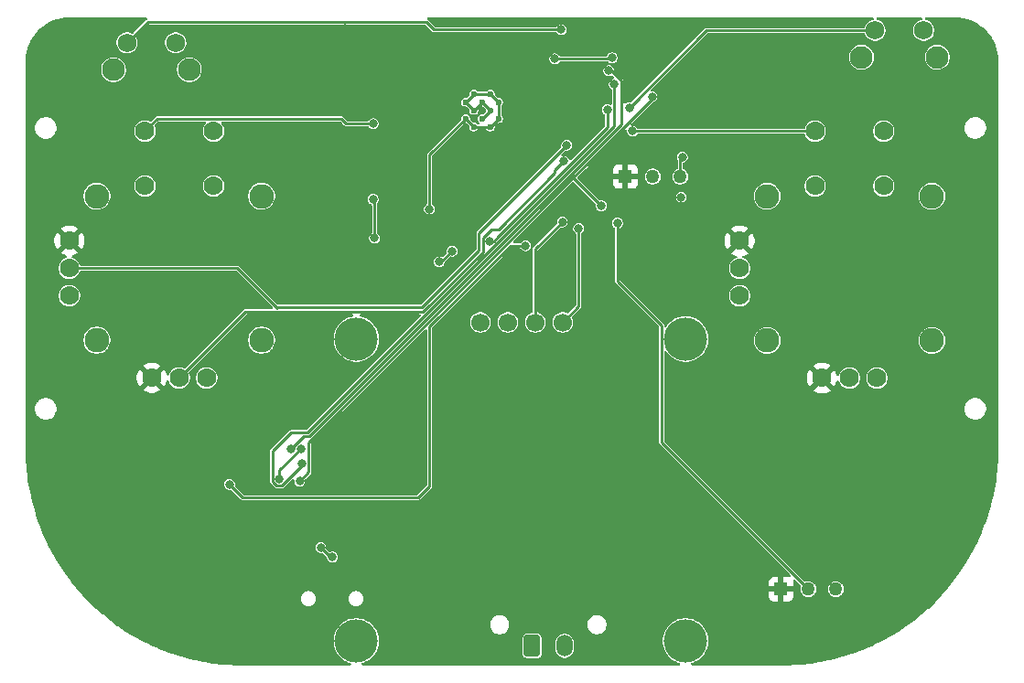
<source format=gbr>
%TF.GenerationSoftware,KiCad,Pcbnew,9.0.1*%
%TF.CreationDate,2025-09-21T13:47:25+02:00*%
%TF.ProjectId,RcSender,52635365-6e64-4657-922e-6b696361645f,rev?*%
%TF.SameCoordinates,Original*%
%TF.FileFunction,Copper,L2,Bot*%
%TF.FilePolarity,Positive*%
%FSLAX46Y46*%
G04 Gerber Fmt 4.6, Leading zero omitted, Abs format (unit mm)*
G04 Created by KiCad (PCBNEW 9.0.1) date 2025-09-21 13:47:25*
%MOMM*%
%LPD*%
G01*
G04 APERTURE LIST*
G04 Aperture macros list*
%AMRoundRect*
0 Rectangle with rounded corners*
0 $1 Rounding radius*
0 $2 $3 $4 $5 $6 $7 $8 $9 X,Y pos of 4 corners*
0 Add a 4 corners polygon primitive as box body*
4,1,4,$2,$3,$4,$5,$6,$7,$8,$9,$2,$3,0*
0 Add four circle primitives for the rounded corners*
1,1,$1+$1,$2,$3*
1,1,$1+$1,$4,$5*
1,1,$1+$1,$6,$7*
1,1,$1+$1,$8,$9*
0 Add four rect primitives between the rounded corners*
20,1,$1+$1,$2,$3,$4,$5,0*
20,1,$1+$1,$4,$5,$6,$7,0*
20,1,$1+$1,$6,$7,$8,$9,0*
20,1,$1+$1,$8,$9,$2,$3,0*%
G04 Aperture macros list end*
%TA.AperFunction,ComponentPad*%
%ADD10R,1.268000X1.268000*%
%TD*%
%TA.AperFunction,ComponentPad*%
%ADD11C,1.268000*%
%TD*%
%TA.AperFunction,ComponentPad*%
%ADD12C,1.700000*%
%TD*%
%TA.AperFunction,ComponentPad*%
%ADD13C,4.000000*%
%TD*%
%TA.AperFunction,HeatsinkPad*%
%ADD14C,0.600000*%
%TD*%
%TA.AperFunction,ComponentPad*%
%ADD15C,2.100000*%
%TD*%
%TA.AperFunction,ComponentPad*%
%ADD16C,1.750000*%
%TD*%
%TA.AperFunction,ComponentPad*%
%ADD17RoundRect,0.250001X-0.499999X-0.759999X0.499999X-0.759999X0.499999X0.759999X-0.499999X0.759999X0*%
%TD*%
%TA.AperFunction,ComponentPad*%
%ADD18O,1.500000X2.020000*%
%TD*%
%TA.AperFunction,ComponentPad*%
%ADD19C,1.778000*%
%TD*%
%TA.AperFunction,ComponentPad*%
%ADD20C,2.286000*%
%TD*%
%TA.AperFunction,ViaPad*%
%ADD21C,0.800000*%
%TD*%
%TA.AperFunction,Conductor*%
%ADD22C,0.254000*%
%TD*%
%TA.AperFunction,Conductor*%
%ADD23C,0.250000*%
%TD*%
G04 APERTURE END LIST*
D10*
%TO.P,POT1,1*%
%TO.N,+3.3V*%
X101020000Y-134700000D03*
D11*
%TO.P,POT1,2*%
%TO.N,IO5*%
X103560000Y-134700000D03*
%TO.P,POT1,3*%
%TO.N,GND*%
X106100000Y-134700000D03*
%TD*%
D12*
%TO.P,U8,1,VCC*%
%TO.N,+3V3*%
X73200000Y-110000000D03*
%TO.P,U8,2,GND*%
%TO.N,GNDD*%
X75740000Y-110000000D03*
%TO.P,U8,3,SCL*%
%TO.N,SCL*%
X78280000Y-110000000D03*
%TO.P,U8,4,SDA*%
%TO.N,SDA*%
X80820000Y-110000000D03*
D13*
%TO.P,U8,A*%
%TO.N,N/C*%
X61740000Y-111540000D03*
X61740000Y-139500000D03*
X92200000Y-111540000D03*
X92200000Y-139500000D03*
%TD*%
D14*
%TO.P,U4,39,GND*%
%TO.N,GND*%
X71850000Y-89612500D03*
X71850000Y-91137500D03*
X72612500Y-88850000D03*
X72612500Y-90375000D03*
X72612500Y-91900000D03*
X73375000Y-89612500D03*
X73375000Y-91137500D03*
X74137500Y-88850000D03*
X74137500Y-90375000D03*
X74137500Y-91900000D03*
X74900000Y-89612500D03*
X74900000Y-91137500D03*
%TD*%
D15*
%TO.P,SW1,*%
%TO.N,*%
X39275000Y-86602500D03*
X46285000Y-86602500D03*
D16*
%TO.P,SW1,1,1*%
%TO.N,IO15*%
X40525000Y-84112500D03*
%TO.P,SW1,2,2*%
%TO.N,GND*%
X45025000Y-84112500D03*
%TD*%
D17*
%TO.P,J2,1,Pin_1*%
%TO.N,GND*%
X78000000Y-139960000D03*
D18*
%TO.P,J2,2,Pin_2*%
%TO.N,VIN*%
X81000000Y-139960000D03*
%TD*%
D19*
%TO.P,U5,B1A,SEL+*%
%TO.N,IO35*%
X42175000Y-92281281D03*
%TO.P,U5,B1B*%
%TO.N,N/C*%
X48525000Y-92281281D03*
%TO.P,U5,B2A,SEL-*%
%TO.N,GND*%
X42175000Y-97361281D03*
%TO.P,U5,B2B*%
%TO.N,N/C*%
X48525000Y-97361281D03*
%TO.P,U5,H1,H+*%
%TO.N,+3.3V*%
X42810000Y-115141281D03*
%TO.P,U5,H2,H*%
%TO.N,IO17*%
X45350000Y-115141281D03*
%TO.P,U5,H3,H-*%
%TO.N,GND*%
X47890000Y-115141281D03*
D20*
%TO.P,U5,S1,SHIELD*%
%TO.N,unconnected-(U5-SHIELD-PadS1)_2*%
X37730000Y-98313781D03*
%TO.P,U5,S2,SHIELD*%
%TO.N,unconnected-(U5-SHIELD-PadS1)*%
X37730000Y-111648781D03*
%TO.P,U5,S3,SHIELD*%
%TO.N,unconnected-(U5-SHIELD-PadS1)_1*%
X52970000Y-111648781D03*
%TO.P,U5,S4,SHIELD*%
%TO.N,unconnected-(U5-SHIELD-PadS1)_3*%
X52970000Y-98313781D03*
D19*
%TO.P,U5,V1,V+*%
%TO.N,+3.3V*%
X35190000Y-102441281D03*
%TO.P,U5,V2,V*%
%TO.N,IO18*%
X35190000Y-104981281D03*
%TO.P,U5,V3,V-*%
%TO.N,GND*%
X35190000Y-107521281D03*
%TD*%
%TO.P,U6,B1A,SEL+*%
%TO.N,IO19*%
X104185000Y-92300000D03*
%TO.P,U6,B1B*%
%TO.N,N/C*%
X110535000Y-92300000D03*
%TO.P,U6,B2A,SEL-*%
%TO.N,GND*%
X104185000Y-97380000D03*
%TO.P,U6,B2B*%
%TO.N,N/C*%
X110535000Y-97380000D03*
%TO.P,U6,H1,H+*%
%TO.N,+3.3V*%
X104820000Y-115160000D03*
%TO.P,U6,H2,H*%
%TO.N,IO16*%
X107360000Y-115160000D03*
%TO.P,U6,H3,H-*%
%TO.N,GND*%
X109900000Y-115160000D03*
D20*
%TO.P,U6,S1,SHIELD*%
%TO.N,unconnected-(U6-SHIELD-PadS1)_1*%
X99740000Y-98332500D03*
%TO.P,U6,S2,SHIELD*%
%TO.N,unconnected-(U6-SHIELD-PadS1)_3*%
X99740000Y-111667500D03*
%TO.P,U6,S3,SHIELD*%
%TO.N,unconnected-(U6-SHIELD-PadS1)*%
X114980000Y-111667500D03*
%TO.P,U6,S4,SHIELD*%
%TO.N,unconnected-(U6-SHIELD-PadS1)_2*%
X114980000Y-98332500D03*
D19*
%TO.P,U6,V1,V+*%
%TO.N,+3.3V*%
X97200000Y-102460000D03*
%TO.P,U6,V2,V*%
%TO.N,IO14*%
X97200000Y-105000000D03*
%TO.P,U6,V3,V-*%
%TO.N,GND*%
X97200000Y-107540000D03*
%TD*%
D15*
%TO.P,SW2,*%
%TO.N,*%
X108475000Y-85452500D03*
X115485000Y-85452500D03*
D16*
%TO.P,SW2,1,1*%
%TO.N,IO13*%
X109725000Y-82962500D03*
%TO.P,SW2,2,2*%
%TO.N,GND*%
X114225000Y-82962500D03*
%TD*%
D10*
%TO.P,POT2,1*%
%TO.N,+3.3V*%
X86620000Y-96500000D03*
D11*
%TO.P,POT2,2*%
%TO.N,IO4*%
X89160000Y-96500000D03*
%TO.P,POT2,3*%
%TO.N,GND*%
X91700000Y-96500000D03*
%TD*%
D21*
%TO.N,BT*%
X84400000Y-99200000D03*
%TO.N,GND*%
X70600000Y-103400000D03*
X69400000Y-104400000D03*
X91800000Y-98400000D03*
X91900000Y-94700000D03*
X68500000Y-99500000D03*
%TO.N,BT*%
X89100000Y-89100000D03*
X56500000Y-124700000D03*
%TO.N,+3.3V*%
X92900000Y-85500000D03*
X72100000Y-102800000D03*
X42200000Y-131600000D03*
X64500000Y-120500000D03*
X51000000Y-121000000D03*
X70200000Y-129250000D03*
X48200000Y-131600000D03*
X60700000Y-82800000D03*
X35000000Y-87500000D03*
X113000000Y-123800000D03*
X61000000Y-84200000D03*
X81400000Y-129400000D03*
X67000000Y-125500000D03*
X66500000Y-84400000D03*
X60900000Y-90800000D03*
X106900000Y-89500000D03*
X61500000Y-127000000D03*
%TO.N,EN*%
X63425000Y-102200000D03*
X80100000Y-85600000D03*
X63300000Y-98600000D03*
X85400000Y-85500000D03*
%TO.N,RX*%
X85600000Y-87970000D03*
X56700000Y-123075000D03*
%TO.N,TX*%
X55655715Y-121760400D03*
X85100000Y-86700000D03*
%TO.N,IO13*%
X74063288Y-102463288D03*
X84973000Y-90300000D03*
X87000000Y-90100000D03*
%TO.N,IO15*%
X80700000Y-82900000D03*
%TO.N,IO35*%
X63300000Y-91600000D03*
%TO.N,IO5*%
X85900000Y-100800000D03*
%TO.N,Net-(J1-D+)*%
X59529585Y-131727000D03*
X58449999Y-130834289D03*
%TO.N,Net-(Q1A-E1)*%
X56600000Y-121700000D03*
X54600000Y-124500000D03*
%TO.N,IO17*%
X80941601Y-95089999D03*
%TO.N,IO18*%
X81200000Y-93600000D03*
%TO.N,IO2*%
X50000000Y-125000000D03*
X77400000Y-102900000D03*
%TO.N,IO19*%
X87300000Y-92300000D03*
%TO.N,SCL*%
X80800000Y-100700000D03*
%TO.N,SDA*%
X82300000Y-101300000D03*
%TD*%
D22*
%TO.N,BT*%
X81807276Y-96607276D02*
X83207276Y-95207276D01*
D23*
X84400000Y-99200000D02*
X81807276Y-96607276D01*
%TO.N,GND*%
X69600000Y-104400000D02*
X70600000Y-103400000D01*
X69400000Y-104400000D02*
X69600000Y-104400000D01*
X91700000Y-94900000D02*
X91900000Y-94700000D01*
X91700000Y-96500000D02*
X91700000Y-94900000D01*
X74137500Y-91900000D02*
X72612500Y-91900000D01*
X72612500Y-90375000D02*
X71850000Y-89612500D01*
X73375000Y-89612500D02*
X72612500Y-90375000D01*
X74900000Y-91137500D02*
X74900000Y-89612500D01*
X74137500Y-88850000D02*
X72612500Y-88850000D01*
X68500000Y-99500000D02*
X68500000Y-94487500D01*
X74137500Y-90375000D02*
X73375000Y-91137500D01*
X74137500Y-91900000D02*
X74900000Y-91137500D01*
X74900000Y-89612500D02*
X74137500Y-88850000D01*
X73375000Y-89612500D02*
X74137500Y-90375000D01*
X72612500Y-88850000D02*
X71850000Y-89612500D01*
X68500000Y-94487500D02*
X71850000Y-91137500D01*
X72612500Y-91900000D02*
X71850000Y-91137500D01*
D22*
%TO.N,BT*%
X83207276Y-95207276D02*
X89100000Y-89314552D01*
X57327000Y-121087552D02*
X81807276Y-96607276D01*
X57327000Y-123873000D02*
X57327000Y-121087552D01*
X56500000Y-124700000D02*
X57327000Y-123873000D01*
X89100000Y-89314552D02*
X89100000Y-89100000D01*
D23*
%TO.N,+3.3V*%
X61200000Y-84400000D02*
X61000000Y-84200000D01*
X60700000Y-82800000D02*
X60700000Y-83900000D01*
X60700000Y-83900000D02*
X61000000Y-84200000D01*
X66500000Y-84400000D02*
X61200000Y-84400000D01*
X60900000Y-90800000D02*
X61000000Y-90700000D01*
X61000000Y-90700000D02*
X61000000Y-84200000D01*
%TO.N,EN*%
X63425000Y-98725000D02*
X63300000Y-98600000D01*
X63425000Y-102200000D02*
X63425000Y-98725000D01*
X85300000Y-85600000D02*
X85400000Y-85500000D01*
X80100000Y-85600000D02*
X85300000Y-85600000D01*
D22*
%TO.N,RX*%
X53973000Y-124759712D02*
X53973000Y-121927000D01*
X85600000Y-91813288D02*
X85600000Y-87970000D01*
X57213288Y-120200000D02*
X85600000Y-91813288D01*
X56700000Y-123286712D02*
X54859712Y-125127000D01*
X53973000Y-121927000D02*
X55700000Y-120200000D01*
X54859712Y-125127000D02*
X54340288Y-125127000D01*
X55700000Y-120200000D02*
X57213288Y-120200000D01*
X56700000Y-123075000D02*
X56700000Y-123286712D01*
X54340288Y-125127000D02*
X53973000Y-124759712D01*
%TO.N,TX*%
X55655715Y-121757573D02*
X56859288Y-120554000D01*
X56859288Y-120554000D02*
X57359920Y-120554000D01*
X55655715Y-121760400D02*
X55655715Y-121757573D01*
X85300000Y-86700000D02*
X85100000Y-86700000D01*
X57359920Y-120554000D02*
X86227000Y-91686920D01*
X86227000Y-87627000D02*
X85300000Y-86700000D01*
X86227000Y-91686920D02*
X86227000Y-87627000D01*
D23*
%TO.N,IO13*%
X94137500Y-82962500D02*
X109725000Y-82962500D01*
X85000000Y-90327000D02*
X84973000Y-90300000D01*
X85000000Y-91915484D02*
X85000000Y-90600000D01*
X74452196Y-102463288D02*
X74063288Y-102463288D01*
X85000000Y-90700000D02*
X85000000Y-90327000D01*
X85000000Y-90600000D02*
X85000000Y-90700000D01*
X87000000Y-90100000D02*
X94137500Y-82962500D01*
X74807742Y-102107742D02*
X74452196Y-102463288D01*
X74807742Y-102107742D02*
X85000000Y-91915484D01*
%TO.N,IO15*%
X42463500Y-82174000D02*
X40525000Y-84112500D01*
X68931377Y-82900000D02*
X68205377Y-82174000D01*
X68205377Y-82174000D02*
X42463500Y-82174000D01*
X80700000Y-82900000D02*
X68931377Y-82900000D01*
%TO.N,IO35*%
X42175000Y-92281281D02*
X43290000Y-91166281D01*
X60380983Y-91166281D02*
X60814702Y-91600000D01*
X43290000Y-91166281D02*
X60380983Y-91166281D01*
X60814702Y-91600000D02*
X63300000Y-91600000D01*
%TO.N,IO5*%
X89974000Y-121114000D02*
X103560000Y-134700000D01*
X89974000Y-110274000D02*
X89974000Y-121114000D01*
X85900000Y-106200000D02*
X89974000Y-110274000D01*
X85900000Y-100800000D02*
X85900000Y-106200000D01*
D22*
%TO.N,Net-(J1-D+)*%
X59342710Y-131727000D02*
X58449999Y-130834289D01*
X59529585Y-131727000D02*
X59342710Y-131727000D01*
D23*
%TO.N,Net-(Q1A-E1)*%
X54600000Y-124500000D02*
X54600000Y-123700000D01*
X54600000Y-123700000D02*
X56600000Y-121700000D01*
%TO.N,IO17*%
X74900000Y-101400000D02*
X74241278Y-101400000D01*
X80941601Y-95089999D02*
X80115800Y-95915800D01*
X73437288Y-102203990D02*
X73437288Y-103476782D01*
X67914070Y-109000000D02*
X51491281Y-109000000D01*
X51491281Y-109000000D02*
X45350000Y-115141281D01*
X80115800Y-96184200D02*
X74900000Y-101400000D01*
X73437288Y-103476782D02*
X67914070Y-109000000D01*
X80115800Y-95915800D02*
X80115800Y-96184200D01*
X74241278Y-101400000D02*
X73437288Y-102203990D01*
%TO.N,IO18*%
X69058841Y-107358841D02*
X73086288Y-103331394D01*
X54400000Y-108649000D02*
X54449000Y-108600000D01*
X54449000Y-108600000D02*
X67817682Y-108600000D01*
X67817682Y-108600000D02*
X69058841Y-107358841D01*
X35190000Y-104981281D02*
X50732281Y-104981281D01*
X73086288Y-101713712D02*
X81200000Y-93600000D01*
X73086288Y-103331394D02*
X73086288Y-101713712D01*
X50732281Y-104981281D02*
X54400000Y-108649000D01*
%TO.N,IO2*%
X68500000Y-110413770D02*
X76013770Y-102900000D01*
X67459298Y-126226000D02*
X68500000Y-125185298D01*
X76013770Y-102900000D02*
X77400000Y-102900000D01*
X68500000Y-125185298D02*
X68500000Y-110413770D01*
X50000000Y-125000000D02*
X51226000Y-126226000D01*
X51226000Y-126226000D02*
X67459298Y-126226000D01*
D22*
%TO.N,IO19*%
X87300000Y-92300000D02*
X104185000Y-92300000D01*
D23*
%TO.N,SCL*%
X78280000Y-110000000D02*
X78280000Y-103220000D01*
X78280000Y-103220000D02*
X80800000Y-100700000D01*
%TO.N,SDA*%
X80820000Y-110000000D02*
X82300000Y-108520000D01*
X82300000Y-108520000D02*
X82300000Y-101300000D01*
%TD*%
%TA.AperFunction,Conductor*%
%TO.N,+3.3V*%
G36*
X42320771Y-81785185D02*
G01*
X42366526Y-81837989D01*
X42376470Y-81907147D01*
X42347445Y-81970703D01*
X42341413Y-81977181D01*
X42272329Y-82046265D01*
X41104701Y-83213892D01*
X41043378Y-83247377D01*
X40973686Y-83242393D01*
X40969567Y-83240772D01*
X40888782Y-83207310D01*
X40809543Y-83174488D01*
X40809535Y-83174486D01*
X40621081Y-83137000D01*
X40621078Y-83137000D01*
X40428922Y-83137000D01*
X40428919Y-83137000D01*
X40240464Y-83174486D01*
X40240452Y-83174489D01*
X40062931Y-83248020D01*
X40062929Y-83248021D01*
X39903155Y-83354779D01*
X39903151Y-83354782D01*
X39767282Y-83490651D01*
X39767279Y-83490655D01*
X39660521Y-83650429D01*
X39660520Y-83650431D01*
X39586989Y-83827952D01*
X39586986Y-83827964D01*
X39549500Y-84016417D01*
X39549500Y-84208582D01*
X39586986Y-84397035D01*
X39586989Y-84397047D01*
X39660520Y-84574568D01*
X39660521Y-84574570D01*
X39767279Y-84734344D01*
X39767282Y-84734348D01*
X39903151Y-84870217D01*
X39903155Y-84870220D01*
X40062927Y-84976977D01*
X40062928Y-84976977D01*
X40062929Y-84976978D01*
X40062931Y-84976979D01*
X40144735Y-85010863D01*
X40240457Y-85050512D01*
X40428917Y-85087999D01*
X40428920Y-85088000D01*
X40428922Y-85088000D01*
X40621080Y-85088000D01*
X40621081Y-85087999D01*
X40809543Y-85050512D01*
X40987073Y-84976977D01*
X41146845Y-84870220D01*
X41282720Y-84734345D01*
X41389477Y-84574573D01*
X41463012Y-84397043D01*
X41500500Y-84208578D01*
X41500500Y-84016422D01*
X41500500Y-84016419D01*
X41500499Y-84016417D01*
X44049500Y-84016417D01*
X44049500Y-84208582D01*
X44086986Y-84397035D01*
X44086989Y-84397047D01*
X44160520Y-84574568D01*
X44160521Y-84574570D01*
X44267279Y-84734344D01*
X44267282Y-84734348D01*
X44403151Y-84870217D01*
X44403155Y-84870220D01*
X44562927Y-84976977D01*
X44562928Y-84976977D01*
X44562929Y-84976978D01*
X44562931Y-84976979D01*
X44644735Y-85010863D01*
X44740457Y-85050512D01*
X44928917Y-85087999D01*
X44928920Y-85088000D01*
X44928922Y-85088000D01*
X45121080Y-85088000D01*
X45121081Y-85087999D01*
X45309543Y-85050512D01*
X45487073Y-84976977D01*
X45646845Y-84870220D01*
X45782720Y-84734345D01*
X45889477Y-84574573D01*
X45963012Y-84397043D01*
X46000500Y-84208578D01*
X46000500Y-84016422D01*
X46000500Y-84016419D01*
X46000499Y-84016417D01*
X45995142Y-83989487D01*
X45963012Y-83827957D01*
X45962607Y-83826979D01*
X45889479Y-83650431D01*
X45889478Y-83650429D01*
X45854753Y-83598460D01*
X45782720Y-83490655D01*
X45782717Y-83490651D01*
X45646848Y-83354782D01*
X45646844Y-83354779D01*
X45487070Y-83248021D01*
X45487068Y-83248020D01*
X45309547Y-83174489D01*
X45309535Y-83174486D01*
X45121081Y-83137000D01*
X45121078Y-83137000D01*
X44928922Y-83137000D01*
X44928919Y-83137000D01*
X44740464Y-83174486D01*
X44740452Y-83174489D01*
X44562931Y-83248020D01*
X44562929Y-83248021D01*
X44403155Y-83354779D01*
X44403151Y-83354782D01*
X44267282Y-83490651D01*
X44267279Y-83490655D01*
X44160521Y-83650429D01*
X44160520Y-83650431D01*
X44086989Y-83827952D01*
X44086986Y-83827964D01*
X44049500Y-84016417D01*
X41500499Y-84016417D01*
X41495142Y-83989487D01*
X41463012Y-83827957D01*
X41462607Y-83826979D01*
X41396727Y-83667929D01*
X41389258Y-83598460D01*
X41420533Y-83535981D01*
X41423577Y-83532826D01*
X42520586Y-82435819D01*
X42581909Y-82402334D01*
X42608267Y-82399500D01*
X68060610Y-82399500D01*
X68127649Y-82419185D01*
X68148291Y-82435819D01*
X68740206Y-83027734D01*
X68740207Y-83027736D01*
X68803641Y-83091170D01*
X68827916Y-83101225D01*
X68886522Y-83125501D01*
X68886523Y-83125501D01*
X68990666Y-83125501D01*
X68990674Y-83125500D01*
X80180673Y-83125500D01*
X80247712Y-83145185D01*
X80288060Y-83187500D01*
X80299497Y-83207310D01*
X80299499Y-83207313D01*
X80299500Y-83207314D01*
X80392686Y-83300500D01*
X80506814Y-83366392D01*
X80634108Y-83400500D01*
X80634110Y-83400500D01*
X80765890Y-83400500D01*
X80765892Y-83400500D01*
X80893186Y-83366392D01*
X81007314Y-83300500D01*
X81100500Y-83207314D01*
X81166392Y-83093186D01*
X81200500Y-82965892D01*
X81200500Y-82834108D01*
X81166392Y-82706814D01*
X81100500Y-82592686D01*
X81007314Y-82499500D01*
X80897016Y-82435819D01*
X80893187Y-82433608D01*
X80829539Y-82416554D01*
X80765892Y-82399500D01*
X80634108Y-82399500D01*
X80506812Y-82433608D01*
X80392686Y-82499500D01*
X80392683Y-82499502D01*
X80299501Y-82592684D01*
X80299497Y-82592689D01*
X80288060Y-82612500D01*
X80237493Y-82660716D01*
X80180673Y-82674500D01*
X69076144Y-82674500D01*
X69009105Y-82654815D01*
X68988463Y-82638181D01*
X68413987Y-82063705D01*
X68396547Y-82046264D01*
X68333113Y-81982830D01*
X68333112Y-81982829D01*
X68327464Y-81977181D01*
X68308041Y-81941609D01*
X68293979Y-81915857D01*
X68296564Y-81879718D01*
X68298964Y-81846166D01*
X68340836Y-81790232D01*
X68406301Y-81765816D01*
X68415146Y-81765500D01*
X109483484Y-81765500D01*
X109550523Y-81785185D01*
X109596278Y-81837989D01*
X109606222Y-81907147D01*
X109577197Y-81970703D01*
X109518419Y-82008477D01*
X109507675Y-82011117D01*
X109440464Y-82024486D01*
X109440452Y-82024489D01*
X109262931Y-82098020D01*
X109262929Y-82098021D01*
X109103155Y-82204779D01*
X109103151Y-82204782D01*
X108967282Y-82340651D01*
X108967279Y-82340655D01*
X108860521Y-82500429D01*
X108860520Y-82500431D01*
X108794239Y-82660452D01*
X108750399Y-82714856D01*
X108684105Y-82736921D01*
X108679678Y-82737000D01*
X94182354Y-82737000D01*
X94092645Y-82737000D01*
X94092643Y-82737000D01*
X94092641Y-82737001D01*
X94009766Y-82771327D01*
X87207766Y-89573327D01*
X87146443Y-89606812D01*
X87087996Y-89605422D01*
X87065893Y-89599500D01*
X87065892Y-89599500D01*
X86934108Y-89599500D01*
X86806812Y-89633608D01*
X86692686Y-89699500D01*
X86692683Y-89699502D01*
X86666181Y-89726005D01*
X86604858Y-89759490D01*
X86535166Y-89754506D01*
X86479233Y-89712634D01*
X86454816Y-89647170D01*
X86454500Y-89638324D01*
X86454500Y-87581748D01*
X86454498Y-87581742D01*
X86441434Y-87550202D01*
X86441432Y-87550199D01*
X86419866Y-87498132D01*
X85636819Y-86715085D01*
X85603334Y-86653762D01*
X85602080Y-86642099D01*
X85601561Y-86642168D01*
X85600500Y-86634115D01*
X85600500Y-86634108D01*
X85566392Y-86506814D01*
X85500500Y-86392686D01*
X85407314Y-86299500D01*
X85407312Y-86299499D01*
X85407310Y-86299497D01*
X85305795Y-86240887D01*
X85305792Y-86240886D01*
X85293186Y-86233608D01*
X85165892Y-86199500D01*
X85034108Y-86199500D01*
X84906812Y-86233608D01*
X84792686Y-86299500D01*
X84792683Y-86299502D01*
X84699502Y-86392683D01*
X84699500Y-86392686D01*
X84633608Y-86506812D01*
X84599500Y-86634108D01*
X84599500Y-86765891D01*
X84633608Y-86893187D01*
X84666554Y-86950250D01*
X84699500Y-87007314D01*
X84792686Y-87100500D01*
X84906814Y-87166392D01*
X85034108Y-87200500D01*
X85034110Y-87200500D01*
X85165890Y-87200500D01*
X85165892Y-87200500D01*
X85293186Y-87166392D01*
X85306811Y-87158525D01*
X85333872Y-87151958D01*
X85359967Y-87142226D01*
X85367357Y-87143833D01*
X85374708Y-87142050D01*
X85401025Y-87151157D01*
X85428240Y-87157077D01*
X85436929Y-87163581D01*
X85440736Y-87164899D01*
X85456489Y-87178223D01*
X85550748Y-87272482D01*
X85584232Y-87333802D01*
X85579248Y-87403494D01*
X85537377Y-87459428D01*
X85495160Y-87479935D01*
X85406814Y-87503608D01*
X85406812Y-87503608D01*
X85406812Y-87503609D01*
X85292686Y-87569500D01*
X85292683Y-87569502D01*
X85199502Y-87662683D01*
X85199500Y-87662686D01*
X85133608Y-87776812D01*
X85099500Y-87904108D01*
X85099500Y-88035891D01*
X85133608Y-88163187D01*
X85166554Y-88220250D01*
X85199500Y-88277314D01*
X85199502Y-88277316D01*
X85292686Y-88370500D01*
X85310499Y-88380784D01*
X85358715Y-88431351D01*
X85372500Y-88488172D01*
X85372500Y-89737948D01*
X85352815Y-89804987D01*
X85300011Y-89850742D01*
X85230853Y-89860686D01*
X85186502Y-89845336D01*
X85166191Y-89833610D01*
X85166188Y-89833609D01*
X85166187Y-89833608D01*
X85166186Y-89833608D01*
X85038892Y-89799500D01*
X84907108Y-89799500D01*
X84779812Y-89833608D01*
X84665686Y-89899500D01*
X84665683Y-89899502D01*
X84572502Y-89992683D01*
X84572500Y-89992686D01*
X84506608Y-90106812D01*
X84472500Y-90234108D01*
X84472500Y-90365891D01*
X84506608Y-90493187D01*
X84527624Y-90529587D01*
X84572500Y-90607314D01*
X84665686Y-90700500D01*
X84665687Y-90700501D01*
X84665689Y-90700502D01*
X84671324Y-90703755D01*
X84712499Y-90727527D01*
X84760714Y-90778092D01*
X84774500Y-90834914D01*
X84774500Y-91770716D01*
X84754815Y-91837755D01*
X84738181Y-91858397D01*
X81621519Y-94975058D01*
X81560196Y-95008543D01*
X81490504Y-95003559D01*
X81434571Y-94961687D01*
X81414063Y-94919468D01*
X81407993Y-94896813D01*
X81405900Y-94893188D01*
X81342101Y-94782685D01*
X81248915Y-94689499D01*
X81152979Y-94634110D01*
X81134788Y-94623607D01*
X81033550Y-94596481D01*
X81007493Y-94589499D01*
X80875709Y-94589499D01*
X80849650Y-94596481D01*
X80779800Y-94594816D01*
X80721939Y-94555652D01*
X80694437Y-94491422D01*
X80706025Y-94422521D01*
X80729876Y-94389027D01*
X80992234Y-94126669D01*
X81053555Y-94093186D01*
X81112006Y-94094577D01*
X81134108Y-94100500D01*
X81134110Y-94100500D01*
X81265890Y-94100500D01*
X81265892Y-94100500D01*
X81393186Y-94066392D01*
X81507314Y-94000500D01*
X81600500Y-93907314D01*
X81666392Y-93793186D01*
X81700500Y-93665892D01*
X81700500Y-93534108D01*
X81666392Y-93406814D01*
X81600500Y-93292686D01*
X81507314Y-93199500D01*
X81435713Y-93158161D01*
X81393187Y-93133608D01*
X81329539Y-93116554D01*
X81265892Y-93099500D01*
X81134108Y-93099500D01*
X81006812Y-93133608D01*
X80892686Y-93199500D01*
X80892683Y-93199502D01*
X80799502Y-93292683D01*
X80799500Y-93292686D01*
X80733608Y-93406812D01*
X80699500Y-93534108D01*
X80699500Y-93665893D01*
X80705422Y-93687996D01*
X80703756Y-93757846D01*
X80673327Y-93807766D01*
X72958553Y-101522541D01*
X72895118Y-101585975D01*
X72895118Y-101585977D01*
X72860787Y-101668856D01*
X72860787Y-101773000D01*
X72860788Y-101773009D01*
X72860788Y-103186627D01*
X72841103Y-103253666D01*
X72824469Y-103274308D01*
X67760596Y-108338181D01*
X67699273Y-108371666D01*
X67672915Y-108374500D01*
X54495767Y-108374500D01*
X54428728Y-108354815D01*
X54408086Y-108338181D01*
X50945730Y-104875825D01*
X50923451Y-104853546D01*
X50923451Y-104853545D01*
X50860017Y-104790111D01*
X50832123Y-104778557D01*
X50815834Y-104771809D01*
X50815832Y-104771808D01*
X50777136Y-104755780D01*
X50687426Y-104755780D01*
X50672992Y-104755780D01*
X50672984Y-104755781D01*
X36250476Y-104755781D01*
X36183437Y-104736096D01*
X36137682Y-104683292D01*
X36135915Y-104679233D01*
X36066887Y-104512583D01*
X36066880Y-104512570D01*
X35988236Y-104394872D01*
X35988235Y-104394871D01*
X35971102Y-104369230D01*
X35958595Y-104350511D01*
X35958593Y-104350508D01*
X35942193Y-104334108D01*
X68899500Y-104334108D01*
X68899500Y-104465891D01*
X68933608Y-104593187D01*
X68966554Y-104650250D01*
X68999500Y-104707314D01*
X69092686Y-104800500D01*
X69206814Y-104866392D01*
X69334108Y-104900500D01*
X69334110Y-104900500D01*
X69465890Y-104900500D01*
X69465892Y-104900500D01*
X69593186Y-104866392D01*
X69707314Y-104800500D01*
X69800500Y-104707314D01*
X69866392Y-104593186D01*
X69900500Y-104465892D01*
X69900500Y-104465883D01*
X69901561Y-104457832D01*
X69903913Y-104458141D01*
X69920185Y-104402727D01*
X69936815Y-104382089D01*
X70392234Y-103926669D01*
X70453555Y-103893186D01*
X70512006Y-103894577D01*
X70534108Y-103900500D01*
X70534110Y-103900500D01*
X70665890Y-103900500D01*
X70665892Y-103900500D01*
X70793186Y-103866392D01*
X70907314Y-103800500D01*
X71000500Y-103707314D01*
X71066392Y-103593186D01*
X71100500Y-103465892D01*
X71100500Y-103334108D01*
X71066392Y-103206814D01*
X71000500Y-103092686D01*
X70907314Y-102999500D01*
X70845459Y-102963788D01*
X70793187Y-102933608D01*
X70684552Y-102904500D01*
X70665892Y-102899500D01*
X70534108Y-102899500D01*
X70406812Y-102933608D01*
X70292686Y-102999500D01*
X70292683Y-102999502D01*
X70199502Y-103092683D01*
X70199500Y-103092686D01*
X70133608Y-103206812D01*
X70099500Y-103334108D01*
X70099500Y-103465893D01*
X70105422Y-103487996D01*
X70103756Y-103557846D01*
X70073327Y-103607766D01*
X69758288Y-103922805D01*
X69696965Y-103956290D01*
X69627273Y-103951306D01*
X69608606Y-103942511D01*
X69593186Y-103933608D01*
X69465892Y-103899500D01*
X69334108Y-103899500D01*
X69206812Y-103933608D01*
X69092686Y-103999500D01*
X69092683Y-103999502D01*
X68999502Y-104092683D01*
X68999500Y-104092686D01*
X68933608Y-104206812D01*
X68899500Y-104334108D01*
X35942193Y-104334108D01*
X35820773Y-104212688D01*
X35820769Y-104212685D01*
X35658710Y-104104400D01*
X35658697Y-104104393D01*
X35486773Y-104033181D01*
X35432369Y-103989340D01*
X35410304Y-103923046D01*
X35427583Y-103855347D01*
X35478720Y-103807736D01*
X35510596Y-103797505D01*
X35510527Y-103797215D01*
X35514394Y-103796286D01*
X35514836Y-103796145D01*
X35515264Y-103796077D01*
X35723188Y-103728519D01*
X35723191Y-103728518D01*
X35917995Y-103629259D01*
X35979638Y-103584472D01*
X35979639Y-103584472D01*
X35274094Y-102878928D01*
X35361571Y-102855489D01*
X35462930Y-102796970D01*
X35545689Y-102714211D01*
X35604208Y-102612852D01*
X35627647Y-102525376D01*
X36333191Y-103230920D01*
X36333191Y-103230919D01*
X36377978Y-103169276D01*
X36477237Y-102974472D01*
X36477238Y-102974469D01*
X36544797Y-102766540D01*
X36579000Y-102550597D01*
X36579000Y-102331964D01*
X36544797Y-102116021D01*
X36477238Y-101908092D01*
X36477237Y-101908089D01*
X36377980Y-101713289D01*
X36333191Y-101651641D01*
X35627647Y-102357185D01*
X35604208Y-102269710D01*
X35545689Y-102168351D01*
X35462930Y-102085592D01*
X35361571Y-102027073D01*
X35274092Y-102003633D01*
X35979638Y-101298088D01*
X35979638Y-101298087D01*
X35917995Y-101253302D01*
X35917993Y-101253301D01*
X35723191Y-101154043D01*
X35723188Y-101154042D01*
X35515259Y-101086483D01*
X35299316Y-101052281D01*
X35080684Y-101052281D01*
X34864740Y-101086483D01*
X34656811Y-101154042D01*
X34656808Y-101154043D01*
X34462001Y-101253304D01*
X34400360Y-101298087D01*
X34400360Y-101298088D01*
X35105905Y-102003633D01*
X35018429Y-102027073D01*
X34917070Y-102085592D01*
X34834311Y-102168351D01*
X34775792Y-102269710D01*
X34752352Y-102357186D01*
X34046807Y-101651641D01*
X34046806Y-101651641D01*
X34002023Y-101713282D01*
X33902762Y-101908089D01*
X33902761Y-101908092D01*
X33835202Y-102116021D01*
X33801000Y-102331964D01*
X33801000Y-102550597D01*
X33835202Y-102766540D01*
X33902761Y-102974469D01*
X33902762Y-102974472D01*
X34002020Y-103169274D01*
X34002021Y-103169276D01*
X34046806Y-103230919D01*
X34046807Y-103230919D01*
X34752352Y-102525374D01*
X34775792Y-102612852D01*
X34834311Y-102714211D01*
X34917070Y-102796970D01*
X35018429Y-102855489D01*
X35105905Y-102878928D01*
X34400360Y-103584472D01*
X34462008Y-103629261D01*
X34656808Y-103728518D01*
X34656811Y-103728519D01*
X34864739Y-103796078D01*
X34865166Y-103796146D01*
X34865316Y-103796217D01*
X34869473Y-103797215D01*
X34869263Y-103798088D01*
X34928302Y-103826072D01*
X34965236Y-103885382D01*
X34964242Y-103955245D01*
X34925635Y-104013479D01*
X34893227Y-104033181D01*
X34721298Y-104104395D01*
X34721289Y-104104400D01*
X34559230Y-104212685D01*
X34559226Y-104212688D01*
X34421407Y-104350507D01*
X34421404Y-104350511D01*
X34313119Y-104512570D01*
X34313112Y-104512583D01*
X34238527Y-104692649D01*
X34238524Y-104692661D01*
X34200500Y-104883819D01*
X34200500Y-105078742D01*
X34238524Y-105269900D01*
X34238527Y-105269912D01*
X34313112Y-105449978D01*
X34313119Y-105449991D01*
X34421404Y-105612050D01*
X34421407Y-105612054D01*
X34559226Y-105749873D01*
X34559230Y-105749876D01*
X34721289Y-105858161D01*
X34721302Y-105858168D01*
X34901368Y-105932753D01*
X34901373Y-105932755D01*
X35092538Y-105970780D01*
X35092542Y-105970781D01*
X35092543Y-105970781D01*
X35287458Y-105970781D01*
X35287459Y-105970780D01*
X35478627Y-105932755D01*
X35658704Y-105858165D01*
X35820770Y-105749876D01*
X35958595Y-105612051D01*
X36066884Y-105449985D01*
X36133719Y-105288631D01*
X36135915Y-105283329D01*
X36179756Y-105228925D01*
X36246050Y-105206860D01*
X36250476Y-105206781D01*
X50587514Y-105206781D01*
X50654553Y-105226466D01*
X50675195Y-105243100D01*
X53994914Y-108562819D01*
X54028399Y-108624142D01*
X54023415Y-108693834D01*
X53981543Y-108749767D01*
X53916079Y-108774184D01*
X53907233Y-108774500D01*
X51550578Y-108774500D01*
X51550570Y-108774499D01*
X51536136Y-108774499D01*
X51446426Y-108774499D01*
X51446424Y-108774499D01*
X51412094Y-108788719D01*
X51387820Y-108798774D01*
X51387818Y-108798774D01*
X51363545Y-108808829D01*
X51300110Y-108872265D01*
X45940417Y-114231957D01*
X45879094Y-114265442D01*
X45809402Y-114260458D01*
X45805284Y-114258837D01*
X45638631Y-114189808D01*
X45638619Y-114189805D01*
X45447461Y-114151781D01*
X45447457Y-114151781D01*
X45252543Y-114151781D01*
X45252538Y-114151781D01*
X45061380Y-114189805D01*
X45061368Y-114189808D01*
X44881302Y-114264393D01*
X44881289Y-114264400D01*
X44719230Y-114372685D01*
X44719226Y-114372688D01*
X44581407Y-114510507D01*
X44581404Y-114510511D01*
X44473119Y-114672570D01*
X44473114Y-114672579D01*
X44401900Y-114844508D01*
X44358059Y-114898911D01*
X44291765Y-114920976D01*
X44224066Y-114903697D01*
X44176455Y-114852560D01*
X44166224Y-114820684D01*
X44165934Y-114820754D01*
X44165004Y-114816882D01*
X44164865Y-114816447D01*
X44164797Y-114816020D01*
X44097238Y-114608092D01*
X44097237Y-114608089D01*
X43997980Y-114413289D01*
X43953191Y-114351641D01*
X43247647Y-115057185D01*
X43224208Y-114969710D01*
X43165689Y-114868351D01*
X43082930Y-114785592D01*
X42981571Y-114727073D01*
X42894092Y-114703633D01*
X43599638Y-113998088D01*
X43599638Y-113998087D01*
X43537995Y-113953302D01*
X43537993Y-113953301D01*
X43343191Y-113854043D01*
X43343188Y-113854042D01*
X43135259Y-113786483D01*
X42919316Y-113752281D01*
X42700684Y-113752281D01*
X42484740Y-113786483D01*
X42276811Y-113854042D01*
X42276808Y-113854043D01*
X42082001Y-113953304D01*
X42020360Y-113998087D01*
X42020360Y-113998088D01*
X42725905Y-114703633D01*
X42638429Y-114727073D01*
X42537070Y-114785592D01*
X42454311Y-114868351D01*
X42395792Y-114969710D01*
X42372352Y-115057186D01*
X41666807Y-114351641D01*
X41666806Y-114351641D01*
X41622023Y-114413282D01*
X41522762Y-114608089D01*
X41522761Y-114608092D01*
X41455202Y-114816021D01*
X41421000Y-115031964D01*
X41421000Y-115250597D01*
X41455202Y-115466540D01*
X41522761Y-115674469D01*
X41522762Y-115674472D01*
X41622020Y-115869274D01*
X41622021Y-115869276D01*
X41666806Y-115930919D01*
X41666807Y-115930919D01*
X42372352Y-115225374D01*
X42395792Y-115312852D01*
X42454311Y-115414211D01*
X42537070Y-115496970D01*
X42638429Y-115555489D01*
X42725905Y-115578928D01*
X42020360Y-116284472D01*
X42082008Y-116329261D01*
X42276808Y-116428518D01*
X42276811Y-116428519D01*
X42484740Y-116496078D01*
X42700684Y-116530281D01*
X42919316Y-116530281D01*
X43135259Y-116496078D01*
X43343188Y-116428519D01*
X43343191Y-116428518D01*
X43537995Y-116329259D01*
X43599638Y-116284472D01*
X43599639Y-116284472D01*
X42894094Y-115578928D01*
X42981571Y-115555489D01*
X43082930Y-115496970D01*
X43165689Y-115414211D01*
X43224208Y-115312852D01*
X43247647Y-115225376D01*
X43953191Y-115930920D01*
X43953191Y-115930919D01*
X43997978Y-115869276D01*
X44097237Y-115674472D01*
X44097238Y-115674469D01*
X44164796Y-115466545D01*
X44164864Y-115466117D01*
X44164936Y-115465964D01*
X44165934Y-115461808D01*
X44166807Y-115462017D01*
X44194789Y-115402980D01*
X44254098Y-115366045D01*
X44323960Y-115367037D01*
X44382196Y-115405642D01*
X44401900Y-115438054D01*
X44473112Y-115609978D01*
X44473119Y-115609991D01*
X44581404Y-115772050D01*
X44581407Y-115772054D01*
X44719226Y-115909873D01*
X44719230Y-115909876D01*
X44881289Y-116018161D01*
X44881302Y-116018168D01*
X45061368Y-116092753D01*
X45061373Y-116092755D01*
X45252538Y-116130780D01*
X45252542Y-116130781D01*
X45252543Y-116130781D01*
X45447458Y-116130781D01*
X45447459Y-116130780D01*
X45638627Y-116092755D01*
X45818704Y-116018165D01*
X45980770Y-115909876D01*
X46118595Y-115772051D01*
X46226884Y-115609985D01*
X46301474Y-115429908D01*
X46339500Y-115238738D01*
X46339500Y-115043824D01*
X46339499Y-115043819D01*
X46900500Y-115043819D01*
X46900500Y-115238742D01*
X46938524Y-115429900D01*
X46938527Y-115429912D01*
X47013112Y-115609978D01*
X47013119Y-115609991D01*
X47121404Y-115772050D01*
X47121407Y-115772054D01*
X47259226Y-115909873D01*
X47259230Y-115909876D01*
X47421289Y-116018161D01*
X47421302Y-116018168D01*
X47601368Y-116092753D01*
X47601373Y-116092755D01*
X47792538Y-116130780D01*
X47792542Y-116130781D01*
X47792543Y-116130781D01*
X47987458Y-116130781D01*
X47987459Y-116130780D01*
X48178627Y-116092755D01*
X48358704Y-116018165D01*
X48520770Y-115909876D01*
X48658595Y-115772051D01*
X48766884Y-115609985D01*
X48841474Y-115429908D01*
X48879500Y-115238738D01*
X48879500Y-115043824D01*
X48841474Y-114852654D01*
X48835985Y-114839403D01*
X48766887Y-114672583D01*
X48766880Y-114672570D01*
X48658595Y-114510511D01*
X48658592Y-114510507D01*
X48520773Y-114372688D01*
X48520769Y-114372685D01*
X48358710Y-114264400D01*
X48358697Y-114264393D01*
X48178631Y-114189808D01*
X48178619Y-114189805D01*
X47987461Y-114151781D01*
X47987457Y-114151781D01*
X47792543Y-114151781D01*
X47792538Y-114151781D01*
X47601380Y-114189805D01*
X47601368Y-114189808D01*
X47421302Y-114264393D01*
X47421289Y-114264400D01*
X47259230Y-114372685D01*
X47259226Y-114372688D01*
X47121407Y-114510507D01*
X47121404Y-114510511D01*
X47013119Y-114672570D01*
X47013112Y-114672583D01*
X46938527Y-114852649D01*
X46938524Y-114852661D01*
X46900500Y-115043819D01*
X46339499Y-115043819D01*
X46301474Y-114852654D01*
X46232441Y-114685994D01*
X46224973Y-114616526D01*
X46256248Y-114554047D01*
X46259293Y-114550891D01*
X49259276Y-111550909D01*
X51726500Y-111550909D01*
X51726500Y-111746652D01*
X51757118Y-111939968D01*
X51817604Y-112126123D01*
X51906466Y-112300520D01*
X52021505Y-112458861D01*
X52159919Y-112597275D01*
X52262448Y-112671765D01*
X52318264Y-112712317D01*
X52429386Y-112768937D01*
X52492657Y-112801176D01*
X52492659Y-112801176D01*
X52492662Y-112801178D01*
X52592444Y-112833599D01*
X52678812Y-112861662D01*
X52872129Y-112892281D01*
X52872134Y-112892281D01*
X53067871Y-112892281D01*
X53261187Y-112861662D01*
X53447338Y-112801178D01*
X53621736Y-112712317D01*
X53710641Y-112647724D01*
X53780080Y-112597275D01*
X53780082Y-112597272D01*
X53780086Y-112597270D01*
X53918489Y-112458867D01*
X53918491Y-112458863D01*
X53918494Y-112458861D01*
X53968943Y-112389422D01*
X54033536Y-112300517D01*
X54122397Y-112126119D01*
X54182881Y-111939968D01*
X54213500Y-111746652D01*
X54213500Y-111550909D01*
X54182881Y-111357593D01*
X54128479Y-111190162D01*
X54122397Y-111171443D01*
X54122395Y-111171440D01*
X54122395Y-111171438D01*
X54090156Y-111108167D01*
X54033536Y-110997045D01*
X54026143Y-110986870D01*
X53918494Y-110838700D01*
X53780080Y-110700286D01*
X53621739Y-110585247D01*
X53621738Y-110585246D01*
X53621736Y-110585245D01*
X53567276Y-110557496D01*
X53447342Y-110496385D01*
X53261187Y-110435899D01*
X53067871Y-110405281D01*
X53067866Y-110405281D01*
X52872134Y-110405281D01*
X52872129Y-110405281D01*
X52678812Y-110435899D01*
X52492657Y-110496385D01*
X52318260Y-110585247D01*
X52159919Y-110700286D01*
X52021505Y-110838700D01*
X51906466Y-110997041D01*
X51817604Y-111171438D01*
X51757118Y-111357593D01*
X51726500Y-111550909D01*
X49259276Y-111550909D01*
X51548367Y-109261819D01*
X51609690Y-109228334D01*
X51636048Y-109225500D01*
X61335944Y-109225500D01*
X61402983Y-109245185D01*
X61448738Y-109297989D01*
X61458682Y-109367147D01*
X61429657Y-109430703D01*
X61370879Y-109468477D01*
X61352131Y-109472438D01*
X61329334Y-109475440D01*
X61273125Y-109490500D01*
X61063369Y-109546704D01*
X60808982Y-109652075D01*
X60808971Y-109652080D01*
X60570516Y-109789754D01*
X60352073Y-109957370D01*
X60352066Y-109957376D01*
X60157376Y-110152066D01*
X60157370Y-110152073D01*
X59989754Y-110370516D01*
X59852080Y-110608971D01*
X59852075Y-110608982D01*
X59746704Y-110863369D01*
X59675441Y-111129331D01*
X59675438Y-111129344D01*
X59639501Y-111402315D01*
X59639500Y-111402332D01*
X59639500Y-111677667D01*
X59639501Y-111677684D01*
X59675438Y-111950655D01*
X59675439Y-111950660D01*
X59675440Y-111950666D01*
X59711072Y-112083649D01*
X59746704Y-112216630D01*
X59852075Y-112471017D01*
X59852080Y-112471028D01*
X59924967Y-112597270D01*
X59989751Y-112709479D01*
X59989753Y-112709482D01*
X59989754Y-112709483D01*
X60157370Y-112927926D01*
X60157376Y-112927933D01*
X60352066Y-113122623D01*
X60352072Y-113122628D01*
X60570521Y-113290249D01*
X60723778Y-113378732D01*
X60808971Y-113427919D01*
X60808976Y-113427921D01*
X60808979Y-113427923D01*
X61063368Y-113533295D01*
X61329334Y-113604560D01*
X61602326Y-113640500D01*
X61602333Y-113640500D01*
X61877667Y-113640500D01*
X61877674Y-113640500D01*
X62150666Y-113604560D01*
X62416632Y-113533295D01*
X62671021Y-113427923D01*
X62909479Y-113290249D01*
X63127928Y-113122628D01*
X63322628Y-112927928D01*
X63490249Y-112709479D01*
X63627923Y-112471021D01*
X63733295Y-112216632D01*
X63804560Y-111950666D01*
X63840500Y-111677674D01*
X63840500Y-111402326D01*
X63804560Y-111129334D01*
X63733295Y-110863368D01*
X63627923Y-110608979D01*
X63627921Y-110608976D01*
X63627919Y-110608971D01*
X63560095Y-110491498D01*
X63490249Y-110370521D01*
X63336798Y-110170539D01*
X63322629Y-110152073D01*
X63322623Y-110152066D01*
X63127933Y-109957376D01*
X63127926Y-109957370D01*
X62909483Y-109789754D01*
X62909482Y-109789753D01*
X62909479Y-109789751D01*
X62814407Y-109734861D01*
X62671028Y-109652080D01*
X62671017Y-109652075D01*
X62416630Y-109546704D01*
X62283649Y-109511072D01*
X62150666Y-109475440D01*
X62127869Y-109472438D01*
X62063974Y-109444172D01*
X62025503Y-109385848D01*
X62024672Y-109315983D01*
X62061744Y-109256760D01*
X62124950Y-109226981D01*
X62144056Y-109225500D01*
X67566693Y-109225500D01*
X67633732Y-109245185D01*
X67679487Y-109297989D01*
X67689431Y-109367147D01*
X67660406Y-109430703D01*
X67654374Y-109437181D01*
X57155374Y-119936181D01*
X57094051Y-119969666D01*
X57067693Y-119972500D01*
X55745253Y-119972500D01*
X55654747Y-119972500D01*
X55654745Y-119972500D01*
X55654743Y-119972501D01*
X55571134Y-120007131D01*
X55571132Y-120007133D01*
X54275196Y-121303071D01*
X53844132Y-121734135D01*
X53780135Y-121798132D01*
X53745500Y-121881747D01*
X53745500Y-124714459D01*
X53745500Y-124804965D01*
X53780135Y-124888580D01*
X54211420Y-125319866D01*
X54270540Y-125344353D01*
X54270543Y-125344355D01*
X54270544Y-125344355D01*
X54280689Y-125348557D01*
X54295035Y-125354500D01*
X54904964Y-125354500D01*
X54904965Y-125354500D01*
X54988580Y-125319865D01*
X55791289Y-124517155D01*
X55852610Y-124483672D01*
X55922301Y-124488656D01*
X55978235Y-124530527D01*
X56002652Y-124595992D01*
X55999794Y-124625951D01*
X56000561Y-124626052D01*
X55999500Y-124634106D01*
X55999500Y-124634108D01*
X55999500Y-124765892D01*
X56010464Y-124806812D01*
X56033608Y-124893187D01*
X56066554Y-124950250D01*
X56099500Y-125007314D01*
X56192686Y-125100500D01*
X56306814Y-125166392D01*
X56434108Y-125200500D01*
X56434110Y-125200500D01*
X56565890Y-125200500D01*
X56565892Y-125200500D01*
X56693186Y-125166392D01*
X56807314Y-125100500D01*
X56900500Y-125007314D01*
X56966392Y-124893186D01*
X57000500Y-124765892D01*
X57000500Y-124634108D01*
X56995175Y-124614235D01*
X56996838Y-124544387D01*
X57027265Y-124494466D01*
X57519866Y-124001868D01*
X57523073Y-123994125D01*
X57544352Y-123942751D01*
X57544356Y-123942741D01*
X57554500Y-123918255D01*
X57554500Y-121233147D01*
X57574185Y-121166108D01*
X57590819Y-121145466D01*
X68062819Y-110673466D01*
X68124142Y-110639981D01*
X68193834Y-110644965D01*
X68249767Y-110686837D01*
X68274184Y-110752301D01*
X68274500Y-110761147D01*
X68274500Y-125040531D01*
X68254815Y-125107570D01*
X68238181Y-125128212D01*
X67402212Y-125964181D01*
X67340889Y-125997666D01*
X67314531Y-126000500D01*
X51370767Y-126000500D01*
X51303728Y-125980815D01*
X51283086Y-125964181D01*
X50526671Y-125207766D01*
X50493186Y-125146443D01*
X50494577Y-125087993D01*
X50500500Y-125065892D01*
X50500500Y-124934108D01*
X50466392Y-124806814D01*
X50465324Y-124804965D01*
X50457563Y-124791521D01*
X50400500Y-124692686D01*
X50307314Y-124599500D01*
X50246656Y-124564479D01*
X50193187Y-124533608D01*
X50093188Y-124506814D01*
X50065892Y-124499500D01*
X49934108Y-124499500D01*
X49806812Y-124533608D01*
X49692686Y-124599500D01*
X49692683Y-124599502D01*
X49599502Y-124692683D01*
X49599500Y-124692686D01*
X49533608Y-124806812D01*
X49499500Y-124934108D01*
X49499500Y-125065892D01*
X49516198Y-125128212D01*
X49533608Y-125193187D01*
X49554950Y-125230152D01*
X49599500Y-125307314D01*
X49692686Y-125400500D01*
X49806814Y-125466392D01*
X49934108Y-125500500D01*
X49934110Y-125500500D01*
X50065889Y-125500500D01*
X50065892Y-125500500D01*
X50087992Y-125494578D01*
X50157838Y-125496239D01*
X50207766Y-125526671D01*
X51034829Y-126353734D01*
X51034830Y-126353736D01*
X51098264Y-126417170D01*
X51132595Y-126431390D01*
X51181146Y-126451501D01*
X51181147Y-126451501D01*
X51285289Y-126451501D01*
X51285297Y-126451500D01*
X67414441Y-126451500D01*
X67414443Y-126451501D01*
X67504153Y-126451501D01*
X67562758Y-126427225D01*
X67587034Y-126417170D01*
X67650468Y-126353736D01*
X67650468Y-126353735D01*
X67667906Y-126336297D01*
X67667908Y-126336294D01*
X68627734Y-125376468D01*
X68627736Y-125376468D01*
X68691170Y-125313034D01*
X68714849Y-125255868D01*
X68725501Y-125230153D01*
X68725501Y-125140443D01*
X68725501Y-125130454D01*
X68725500Y-125130440D01*
X68725500Y-110558537D01*
X68745185Y-110491498D01*
X68761819Y-110470856D01*
X69326296Y-109906379D01*
X72249500Y-109906379D01*
X72249500Y-110093620D01*
X72286025Y-110277243D01*
X72286027Y-110277251D01*
X72357676Y-110450228D01*
X72357681Y-110450237D01*
X72461697Y-110605907D01*
X72461700Y-110605911D01*
X72594088Y-110738299D01*
X72594092Y-110738302D01*
X72749762Y-110842318D01*
X72749768Y-110842321D01*
X72749769Y-110842322D01*
X72922749Y-110913973D01*
X73106379Y-110950499D01*
X73106383Y-110950500D01*
X73106384Y-110950500D01*
X73293617Y-110950500D01*
X73293618Y-110950499D01*
X73477251Y-110913973D01*
X73650231Y-110842322D01*
X73805908Y-110738302D01*
X73938302Y-110605908D01*
X74042322Y-110450231D01*
X74113973Y-110277251D01*
X74150500Y-110093616D01*
X74150500Y-109906384D01*
X74150499Y-109906379D01*
X74789500Y-109906379D01*
X74789500Y-110093620D01*
X74826025Y-110277243D01*
X74826027Y-110277251D01*
X74897676Y-110450228D01*
X74897681Y-110450237D01*
X75001697Y-110605907D01*
X75001700Y-110605911D01*
X75134088Y-110738299D01*
X75134092Y-110738302D01*
X75289762Y-110842318D01*
X75289768Y-110842321D01*
X75289769Y-110842322D01*
X75462749Y-110913973D01*
X75646379Y-110950499D01*
X75646383Y-110950500D01*
X75646384Y-110950500D01*
X75833617Y-110950500D01*
X75833618Y-110950499D01*
X76017251Y-110913973D01*
X76190231Y-110842322D01*
X76345908Y-110738302D01*
X76478302Y-110605908D01*
X76582322Y-110450231D01*
X76653973Y-110277251D01*
X76690500Y-110093616D01*
X76690500Y-109906384D01*
X76653973Y-109722749D01*
X76582322Y-109549769D01*
X76582321Y-109549768D01*
X76582318Y-109549762D01*
X76478302Y-109394092D01*
X76478299Y-109394088D01*
X76345911Y-109261700D01*
X76345907Y-109261697D01*
X76190237Y-109157681D01*
X76190228Y-109157676D01*
X76017251Y-109086027D01*
X76017243Y-109086025D01*
X75833620Y-109049500D01*
X75833616Y-109049500D01*
X75646384Y-109049500D01*
X75646379Y-109049500D01*
X75462756Y-109086025D01*
X75462748Y-109086027D01*
X75289771Y-109157676D01*
X75289762Y-109157681D01*
X75134092Y-109261697D01*
X75134088Y-109261700D01*
X75001700Y-109394088D01*
X75001697Y-109394092D01*
X74897681Y-109549762D01*
X74897676Y-109549771D01*
X74826027Y-109722748D01*
X74826025Y-109722756D01*
X74789500Y-109906379D01*
X74150499Y-109906379D01*
X74113973Y-109722749D01*
X74042322Y-109549769D01*
X74042321Y-109549768D01*
X74042318Y-109549762D01*
X73938302Y-109394092D01*
X73938299Y-109394088D01*
X73805911Y-109261700D01*
X73805907Y-109261697D01*
X73650237Y-109157681D01*
X73650228Y-109157676D01*
X73477251Y-109086027D01*
X73477243Y-109086025D01*
X73293620Y-109049500D01*
X73293616Y-109049500D01*
X73106384Y-109049500D01*
X73106379Y-109049500D01*
X72922756Y-109086025D01*
X72922748Y-109086027D01*
X72749771Y-109157676D01*
X72749762Y-109157681D01*
X72594092Y-109261697D01*
X72594088Y-109261700D01*
X72461700Y-109394088D01*
X72461697Y-109394092D01*
X72357681Y-109549762D01*
X72357676Y-109549771D01*
X72286027Y-109722748D01*
X72286025Y-109722756D01*
X72249500Y-109906379D01*
X69326296Y-109906379D01*
X69420064Y-109812611D01*
X72461269Y-106771407D01*
X76070857Y-103161819D01*
X76132180Y-103128334D01*
X76158538Y-103125500D01*
X76880673Y-103125500D01*
X76947712Y-103145185D01*
X76988060Y-103187500D01*
X76999497Y-103207310D01*
X76999499Y-103207313D01*
X76999500Y-103207314D01*
X77092686Y-103300500D01*
X77191521Y-103357563D01*
X77203997Y-103364766D01*
X77206814Y-103366392D01*
X77334108Y-103400500D01*
X77334110Y-103400500D01*
X77465890Y-103400500D01*
X77465892Y-103400500D01*
X77593186Y-103366392D01*
X77707314Y-103300500D01*
X77800500Y-103207314D01*
X77823112Y-103168149D01*
X77825321Y-103166041D01*
X77826182Y-103163112D01*
X77850441Y-103142090D01*
X77873679Y-103119933D01*
X77876678Y-103119355D01*
X77878985Y-103117356D01*
X77910758Y-103112786D01*
X77942286Y-103106711D01*
X77945120Y-103107845D01*
X77948144Y-103107411D01*
X77977358Y-103120752D01*
X78007151Y-103132679D01*
X78008921Y-103135165D01*
X78011700Y-103136434D01*
X78029059Y-103163445D01*
X78047679Y-103189593D01*
X78048322Y-103193418D01*
X78049475Y-103195212D01*
X78054496Y-103230128D01*
X78054499Y-103230146D01*
X78054499Y-103264855D01*
X78054499Y-103264856D01*
X78054500Y-103279293D01*
X78054500Y-108981737D01*
X78034815Y-109048776D01*
X77982011Y-109094531D01*
X77977953Y-109096298D01*
X77829771Y-109157676D01*
X77829762Y-109157681D01*
X77674092Y-109261697D01*
X77674088Y-109261700D01*
X77541700Y-109394088D01*
X77541697Y-109394092D01*
X77437681Y-109549762D01*
X77437676Y-109549771D01*
X77366027Y-109722748D01*
X77366025Y-109722756D01*
X77329500Y-109906379D01*
X77329500Y-110093620D01*
X77366025Y-110277243D01*
X77366027Y-110277251D01*
X77437676Y-110450228D01*
X77437681Y-110450237D01*
X77541697Y-110605907D01*
X77541700Y-110605911D01*
X77674088Y-110738299D01*
X77674092Y-110738302D01*
X77829762Y-110842318D01*
X77829768Y-110842321D01*
X77829769Y-110842322D01*
X78002749Y-110913973D01*
X78186379Y-110950499D01*
X78186383Y-110950500D01*
X78186384Y-110950500D01*
X78373617Y-110950500D01*
X78373618Y-110950499D01*
X78557251Y-110913973D01*
X78730231Y-110842322D01*
X78885908Y-110738302D01*
X79018302Y-110605908D01*
X79122322Y-110450231D01*
X79193973Y-110277251D01*
X79230500Y-110093616D01*
X79230500Y-109906384D01*
X79230499Y-109906379D01*
X79869500Y-109906379D01*
X79869500Y-110093620D01*
X79906025Y-110277243D01*
X79906027Y-110277251D01*
X79977676Y-110450228D01*
X79977681Y-110450237D01*
X80081697Y-110605907D01*
X80081700Y-110605911D01*
X80214088Y-110738299D01*
X80214092Y-110738302D01*
X80369762Y-110842318D01*
X80369768Y-110842321D01*
X80369769Y-110842322D01*
X80542749Y-110913973D01*
X80726379Y-110950499D01*
X80726383Y-110950500D01*
X80726384Y-110950500D01*
X80913617Y-110950500D01*
X80913618Y-110950499D01*
X81097251Y-110913973D01*
X81270231Y-110842322D01*
X81425908Y-110738302D01*
X81558302Y-110605908D01*
X81662322Y-110450231D01*
X81733973Y-110277251D01*
X81770500Y-110093616D01*
X81770500Y-109906384D01*
X81733973Y-109722749D01*
X81704699Y-109652075D01*
X81672593Y-109574563D01*
X81665124Y-109505094D01*
X81696399Y-109442615D01*
X81699445Y-109439458D01*
X82427734Y-108711170D01*
X82427736Y-108711170D01*
X82491170Y-108647736D01*
X82509226Y-108604145D01*
X82525501Y-108564855D01*
X82525501Y-108475145D01*
X82525501Y-108465156D01*
X82525500Y-108465142D01*
X82525500Y-101819326D01*
X82545185Y-101752287D01*
X82587500Y-101711939D01*
X82607314Y-101700500D01*
X82700500Y-101607314D01*
X82766392Y-101493186D01*
X82800500Y-101365892D01*
X82800500Y-101234108D01*
X82766392Y-101106814D01*
X82763618Y-101102010D01*
X82734907Y-101052281D01*
X82700500Y-100992686D01*
X82607314Y-100899500D01*
X82493186Y-100833608D01*
X82365892Y-100799500D01*
X82234108Y-100799500D01*
X82106812Y-100833608D01*
X81992686Y-100899500D01*
X81992683Y-100899502D01*
X81899502Y-100992683D01*
X81899500Y-100992686D01*
X81833608Y-101106812D01*
X81799500Y-101234108D01*
X81799500Y-101365891D01*
X81833608Y-101493187D01*
X81866554Y-101550250D01*
X81899500Y-101607314D01*
X81992686Y-101700500D01*
X82012498Y-101711938D01*
X82060714Y-101762503D01*
X82074500Y-101819326D01*
X82074500Y-108375232D01*
X82054815Y-108442271D01*
X82038181Y-108462913D01*
X81380567Y-109120526D01*
X81319244Y-109154011D01*
X81249552Y-109149027D01*
X81245433Y-109147406D01*
X81097251Y-109086027D01*
X81097243Y-109086025D01*
X80913620Y-109049500D01*
X80913616Y-109049500D01*
X80726384Y-109049500D01*
X80726379Y-109049500D01*
X80542756Y-109086025D01*
X80542748Y-109086027D01*
X80369771Y-109157676D01*
X80369762Y-109157681D01*
X80214092Y-109261697D01*
X80214088Y-109261700D01*
X80081700Y-109394088D01*
X80081697Y-109394092D01*
X79977681Y-109549762D01*
X79977676Y-109549771D01*
X79906027Y-109722748D01*
X79906025Y-109722756D01*
X79869500Y-109906379D01*
X79230499Y-109906379D01*
X79193973Y-109722749D01*
X79122322Y-109549769D01*
X79122321Y-109549768D01*
X79122318Y-109549762D01*
X79018302Y-109394092D01*
X79018299Y-109394088D01*
X78885911Y-109261700D01*
X78885907Y-109261697D01*
X78730237Y-109157681D01*
X78730228Y-109157676D01*
X78582047Y-109096298D01*
X78527644Y-109052457D01*
X78505579Y-108986163D01*
X78505500Y-108981737D01*
X78505500Y-103364766D01*
X78525185Y-103297727D01*
X78541814Y-103277090D01*
X80592234Y-101226669D01*
X80653555Y-101193186D01*
X80712006Y-101194577D01*
X80734108Y-101200500D01*
X80734110Y-101200500D01*
X80865890Y-101200500D01*
X80865892Y-101200500D01*
X80993186Y-101166392D01*
X81107314Y-101100500D01*
X81200500Y-101007314D01*
X81266392Y-100893186D01*
X81300500Y-100765892D01*
X81300500Y-100734108D01*
X85399500Y-100734108D01*
X85399500Y-100865891D01*
X85433608Y-100993187D01*
X85441766Y-101007316D01*
X85499500Y-101107314D01*
X85592686Y-101200500D01*
X85612498Y-101211938D01*
X85660714Y-101262503D01*
X85674500Y-101319326D01*
X85674500Y-106145142D01*
X85674499Y-106145156D01*
X85674499Y-106244853D01*
X85674500Y-106244858D01*
X85698772Y-106303457D01*
X85708829Y-106327735D01*
X85708830Y-106327736D01*
X85772264Y-106391170D01*
X85772265Y-106391170D01*
X85789705Y-106408610D01*
X89712181Y-110331086D01*
X89745666Y-110392409D01*
X89748500Y-110418767D01*
X89748500Y-121069142D01*
X89748499Y-121069145D01*
X89748499Y-121158855D01*
X89765335Y-121199500D01*
X89782830Y-121241736D01*
X89846264Y-121305170D01*
X89846265Y-121305170D01*
X89863705Y-121322610D01*
X89863706Y-121322611D01*
X101919889Y-133378795D01*
X101953374Y-133440118D01*
X101948390Y-133509810D01*
X101906518Y-133565743D01*
X101841054Y-133590160D01*
X101788876Y-133582658D01*
X101761382Y-133572403D01*
X101761372Y-133572401D01*
X101701844Y-133566000D01*
X101270000Y-133566000D01*
X101270000Y-134412599D01*
X101253325Y-134395924D01*
X101166675Y-134345896D01*
X101070028Y-134320000D01*
X100969972Y-134320000D01*
X100873325Y-134345896D01*
X100786675Y-134395924D01*
X100770000Y-134412599D01*
X100770000Y-133566000D01*
X100338155Y-133566000D01*
X100278627Y-133572401D01*
X100278620Y-133572403D01*
X100143913Y-133622645D01*
X100143906Y-133622649D01*
X100028812Y-133708809D01*
X100028809Y-133708812D01*
X99942649Y-133823906D01*
X99942645Y-133823913D01*
X99892403Y-133958620D01*
X99892401Y-133958627D01*
X99886000Y-134018155D01*
X99886000Y-134450000D01*
X100732599Y-134450000D01*
X100715924Y-134466675D01*
X100665896Y-134553325D01*
X100640000Y-134649972D01*
X100640000Y-134750028D01*
X100665896Y-134846675D01*
X100715924Y-134933325D01*
X100732599Y-134950000D01*
X99886000Y-134950000D01*
X99886000Y-135381844D01*
X99892401Y-135441372D01*
X99892403Y-135441379D01*
X99942645Y-135576086D01*
X99942649Y-135576093D01*
X100028809Y-135691187D01*
X100028812Y-135691190D01*
X100143906Y-135777350D01*
X100143913Y-135777354D01*
X100278620Y-135827596D01*
X100278627Y-135827598D01*
X100338155Y-135833999D01*
X100338172Y-135834000D01*
X100770000Y-135834000D01*
X100770000Y-134987401D01*
X100786675Y-135004076D01*
X100873325Y-135054104D01*
X100969972Y-135080000D01*
X101070028Y-135080000D01*
X101166675Y-135054104D01*
X101253325Y-135004076D01*
X101270000Y-134987401D01*
X101270000Y-135834000D01*
X101701828Y-135834000D01*
X101701844Y-135833999D01*
X101761372Y-135827598D01*
X101761379Y-135827596D01*
X101896086Y-135777354D01*
X101896093Y-135777350D01*
X102011187Y-135691190D01*
X102011190Y-135691187D01*
X102097350Y-135576093D01*
X102097354Y-135576086D01*
X102147596Y-135441379D01*
X102147598Y-135441372D01*
X102153999Y-135381844D01*
X102154000Y-135381827D01*
X102154000Y-134950000D01*
X101307401Y-134950000D01*
X101324076Y-134933325D01*
X101374104Y-134846675D01*
X101400000Y-134750028D01*
X101400000Y-134649972D01*
X101374104Y-134553325D01*
X101324076Y-134466675D01*
X101307401Y-134450000D01*
X102154000Y-134450000D01*
X102154000Y-134018172D01*
X102153999Y-134018155D01*
X102147598Y-133958627D01*
X102147597Y-133958623D01*
X102137341Y-133931125D01*
X102132357Y-133861434D01*
X102165841Y-133800110D01*
X102227164Y-133766625D01*
X102296856Y-133771609D01*
X102341204Y-133800110D01*
X102845845Y-134304751D01*
X102879330Y-134366074D01*
X102874346Y-134435766D01*
X102872726Y-134439883D01*
X102853725Y-134485756D01*
X102853723Y-134485761D01*
X102825500Y-134627653D01*
X102825500Y-134772346D01*
X102853724Y-134914238D01*
X102853726Y-134914246D01*
X102909093Y-135047914D01*
X102989476Y-135168217D01*
X103091782Y-135270523D01*
X103151933Y-135310714D01*
X103212084Y-135350906D01*
X103345754Y-135406274D01*
X103487653Y-135434499D01*
X103487657Y-135434500D01*
X103487658Y-135434500D01*
X103632343Y-135434500D01*
X103632344Y-135434499D01*
X103774246Y-135406274D01*
X103907916Y-135350906D01*
X104028217Y-135270523D01*
X104130523Y-135168217D01*
X104210906Y-135047916D01*
X104266274Y-134914246D01*
X104294500Y-134772342D01*
X104294500Y-134627658D01*
X104294499Y-134627653D01*
X105365500Y-134627653D01*
X105365500Y-134772346D01*
X105393724Y-134914238D01*
X105393726Y-134914246D01*
X105449093Y-135047914D01*
X105529476Y-135168217D01*
X105631782Y-135270523D01*
X105691933Y-135310714D01*
X105752084Y-135350906D01*
X105885754Y-135406274D01*
X106027653Y-135434499D01*
X106027657Y-135434500D01*
X106027658Y-135434500D01*
X106172343Y-135434500D01*
X106172344Y-135434499D01*
X106314246Y-135406274D01*
X106447916Y-135350906D01*
X106568217Y-135270523D01*
X106670523Y-135168217D01*
X106750906Y-135047916D01*
X106806274Y-134914246D01*
X106834500Y-134772342D01*
X106834500Y-134627658D01*
X106806274Y-134485754D01*
X106750906Y-134352084D01*
X106707259Y-134286762D01*
X106670523Y-134231782D01*
X106568217Y-134129476D01*
X106478194Y-134069325D01*
X106447916Y-134049094D01*
X106314246Y-133993726D01*
X106314238Y-133993724D01*
X106172346Y-133965500D01*
X106172342Y-133965500D01*
X106027658Y-133965500D01*
X106027653Y-133965500D01*
X105885761Y-133993724D01*
X105885753Y-133993726D01*
X105752085Y-134049093D01*
X105631782Y-134129476D01*
X105529476Y-134231782D01*
X105449093Y-134352085D01*
X105393726Y-134485753D01*
X105393724Y-134485761D01*
X105365500Y-134627653D01*
X104294499Y-134627653D01*
X104266274Y-134485754D01*
X104210906Y-134352084D01*
X104167259Y-134286762D01*
X104130523Y-134231782D01*
X104028217Y-134129476D01*
X103938194Y-134069325D01*
X103907916Y-134049094D01*
X103774246Y-133993726D01*
X103774238Y-133993724D01*
X103632346Y-133965500D01*
X103632342Y-133965500D01*
X103487658Y-133965500D01*
X103487653Y-133965500D01*
X103345761Y-133993723D01*
X103345756Y-133993725D01*
X103299883Y-134012726D01*
X103230413Y-134020193D01*
X103167934Y-133988917D01*
X103164751Y-133985845D01*
X90235819Y-121056913D01*
X90202334Y-120995590D01*
X90199500Y-120969232D01*
X90199500Y-117999999D01*
X117997422Y-117999999D01*
X117998864Y-118014181D01*
X117999500Y-118026725D01*
X117999500Y-118098545D01*
X118014596Y-118174438D01*
X118015749Y-118180237D01*
X118017944Y-118201818D01*
X118023675Y-118220086D01*
X118024980Y-118226643D01*
X118024982Y-118226651D01*
X118037947Y-118291830D01*
X118037949Y-118291836D01*
X118069813Y-118368763D01*
X118069815Y-118368766D01*
X118071918Y-118373843D01*
X118078673Y-118395373D01*
X118087191Y-118410719D01*
X118089902Y-118417265D01*
X118089902Y-118417266D01*
X118113365Y-118473908D01*
X118113371Y-118473920D01*
X118163081Y-118548315D01*
X118163084Y-118548319D01*
X118165924Y-118552570D01*
X118177120Y-118572741D01*
X118187406Y-118584723D01*
X118191558Y-118590937D01*
X118222860Y-118637781D01*
X118222865Y-118637787D01*
X118290847Y-118705769D01*
X118294195Y-118709116D01*
X118309257Y-118726662D01*
X118320250Y-118735171D01*
X118325812Y-118740733D01*
X118325814Y-118740735D01*
X118362214Y-118777136D01*
X118362218Y-118777139D01*
X118451784Y-118836985D01*
X118469672Y-118850832D01*
X118480331Y-118856059D01*
X118526086Y-118886632D01*
X118632593Y-118930748D01*
X118651799Y-118940170D01*
X118661236Y-118942612D01*
X118708165Y-118962051D01*
X118829612Y-118986208D01*
X118848182Y-118991017D01*
X118855697Y-118991397D01*
X118895459Y-118999306D01*
X118901458Y-119000500D01*
X119035164Y-119000500D01*
X119050780Y-119001292D01*
X119055950Y-119000500D01*
X119098542Y-119000500D01*
X119144299Y-118991398D01*
X119241273Y-118972108D01*
X119251299Y-118970573D01*
X119253970Y-118969582D01*
X119291835Y-118962051D01*
X119439850Y-118900741D01*
X119441530Y-118900120D01*
X119441879Y-118899900D01*
X119473914Y-118886632D01*
X119637782Y-118777139D01*
X119777139Y-118637782D01*
X119886632Y-118473914D01*
X119962051Y-118291835D01*
X119979957Y-118201818D01*
X120000500Y-118098543D01*
X120000500Y-117901456D01*
X119962052Y-117708170D01*
X119962051Y-117708169D01*
X119962051Y-117708165D01*
X119930184Y-117631231D01*
X119886635Y-117526092D01*
X119886628Y-117526079D01*
X119777139Y-117362218D01*
X119777136Y-117362214D01*
X119637782Y-117222860D01*
X119473919Y-117113371D01*
X119473916Y-117113369D01*
X119473914Y-117113368D01*
X119473911Y-117113366D01*
X119473906Y-117113364D01*
X119446153Y-117101869D01*
X119441884Y-117100101D01*
X119441530Y-117099880D01*
X119439843Y-117099255D01*
X119371044Y-117070758D01*
X119291839Y-117037950D01*
X119291827Y-117037947D01*
X119262407Y-117032095D01*
X119262405Y-117032095D01*
X119253975Y-117030418D01*
X119251299Y-117029427D01*
X119241267Y-117027890D01*
X119238557Y-117027351D01*
X119238555Y-117027350D01*
X119098544Y-116999500D01*
X119098541Y-116999500D01*
X119055950Y-116999500D01*
X119050780Y-116998708D01*
X119035164Y-116999500D01*
X118901459Y-116999500D01*
X118864563Y-117006838D01*
X118864562Y-117006837D01*
X118855688Y-117008602D01*
X118848182Y-117008983D01*
X118829625Y-117013787D01*
X118826130Y-117014483D01*
X118708171Y-117037947D01*
X118708164Y-117037949D01*
X118669233Y-117054072D01*
X118669234Y-117054073D01*
X118661231Y-117057387D01*
X118651799Y-117059830D01*
X118632603Y-117069245D01*
X118628965Y-117070753D01*
X118628954Y-117070758D01*
X118526085Y-117113368D01*
X118487199Y-117139349D01*
X118487200Y-117139350D01*
X118480331Y-117143939D01*
X118469672Y-117149168D01*
X118451793Y-117163007D01*
X118448191Y-117165414D01*
X118448185Y-117165419D01*
X118362217Y-117222861D01*
X118325812Y-117259266D01*
X118325811Y-117259268D01*
X118320249Y-117264829D01*
X118309257Y-117273338D01*
X118294200Y-117290876D01*
X118290860Y-117294217D01*
X118290857Y-117294218D01*
X118222865Y-117362212D01*
X118222859Y-117362219D01*
X118191557Y-117409064D01*
X118187403Y-117415279D01*
X118177120Y-117427259D01*
X118165934Y-117447410D01*
X118163091Y-117451667D01*
X118113368Y-117526085D01*
X118113367Y-117526085D01*
X118089904Y-117582728D01*
X118089905Y-117582729D01*
X118087191Y-117589278D01*
X118078673Y-117604627D01*
X118071923Y-117626139D01*
X118069816Y-117631227D01*
X118069815Y-117631231D01*
X118037947Y-117708169D01*
X118024982Y-117773348D01*
X118023676Y-117779912D01*
X118017944Y-117798182D01*
X118015750Y-117819753D01*
X118014599Y-117825542D01*
X118014597Y-117825559D01*
X117999500Y-117901460D01*
X117999500Y-117973275D01*
X117998864Y-117985818D01*
X117997422Y-117999999D01*
X90199500Y-117999999D01*
X90199500Y-115050683D01*
X103431000Y-115050683D01*
X103431000Y-115269316D01*
X103465202Y-115485259D01*
X103532761Y-115693188D01*
X103532762Y-115693191D01*
X103632020Y-115887993D01*
X103632021Y-115887995D01*
X103676806Y-115949638D01*
X103676807Y-115949638D01*
X104382352Y-115244093D01*
X104405792Y-115331571D01*
X104464311Y-115432930D01*
X104547070Y-115515689D01*
X104648429Y-115574208D01*
X104735905Y-115597647D01*
X104030360Y-116303191D01*
X104092008Y-116347980D01*
X104286808Y-116447237D01*
X104286811Y-116447238D01*
X104494740Y-116514797D01*
X104710684Y-116549000D01*
X104929316Y-116549000D01*
X105145259Y-116514797D01*
X105353188Y-116447238D01*
X105353191Y-116447237D01*
X105547995Y-116347978D01*
X105609638Y-116303191D01*
X105609639Y-116303191D01*
X104904094Y-115597647D01*
X104991571Y-115574208D01*
X105092930Y-115515689D01*
X105175689Y-115432930D01*
X105234208Y-115331571D01*
X105257647Y-115244095D01*
X105963191Y-115949639D01*
X105963191Y-115949638D01*
X106007978Y-115887995D01*
X106107237Y-115693191D01*
X106107238Y-115693188D01*
X106174796Y-115485264D01*
X106174864Y-115484836D01*
X106174936Y-115484683D01*
X106175934Y-115480527D01*
X106176807Y-115480736D01*
X106204789Y-115421699D01*
X106264098Y-115384764D01*
X106333960Y-115385756D01*
X106392196Y-115424361D01*
X106411900Y-115456773D01*
X106483112Y-115628697D01*
X106483119Y-115628710D01*
X106591404Y-115790769D01*
X106591407Y-115790773D01*
X106729226Y-115928592D01*
X106729230Y-115928595D01*
X106891289Y-116036880D01*
X106891302Y-116036887D01*
X107071368Y-116111472D01*
X107071373Y-116111474D01*
X107262538Y-116149499D01*
X107262542Y-116149500D01*
X107262543Y-116149500D01*
X107457458Y-116149500D01*
X107457459Y-116149499D01*
X107648627Y-116111474D01*
X107828704Y-116036884D01*
X107990770Y-115928595D01*
X108128595Y-115790770D01*
X108236884Y-115628704D01*
X108311474Y-115448627D01*
X108349500Y-115257457D01*
X108349500Y-115062543D01*
X108349499Y-115062538D01*
X108910500Y-115062538D01*
X108910500Y-115257461D01*
X108948524Y-115448619D01*
X108948527Y-115448631D01*
X109023112Y-115628697D01*
X109023119Y-115628710D01*
X109131404Y-115790769D01*
X109131407Y-115790773D01*
X109269226Y-115928592D01*
X109269230Y-115928595D01*
X109431289Y-116036880D01*
X109431302Y-116036887D01*
X109611368Y-116111472D01*
X109611373Y-116111474D01*
X109802538Y-116149499D01*
X109802542Y-116149500D01*
X109802543Y-116149500D01*
X109997458Y-116149500D01*
X109997459Y-116149499D01*
X110188627Y-116111474D01*
X110368704Y-116036884D01*
X110530770Y-115928595D01*
X110668595Y-115790770D01*
X110776884Y-115628704D01*
X110851474Y-115448627D01*
X110889500Y-115257457D01*
X110889500Y-115062543D01*
X110851474Y-114871373D01*
X110843718Y-114852649D01*
X110776887Y-114691302D01*
X110776880Y-114691289D01*
X110668595Y-114529230D01*
X110668592Y-114529226D01*
X110530773Y-114391407D01*
X110530769Y-114391404D01*
X110368710Y-114283119D01*
X110368697Y-114283112D01*
X110188631Y-114208527D01*
X110188619Y-114208524D01*
X109997461Y-114170500D01*
X109997457Y-114170500D01*
X109802543Y-114170500D01*
X109802538Y-114170500D01*
X109611380Y-114208524D01*
X109611368Y-114208527D01*
X109431302Y-114283112D01*
X109431289Y-114283119D01*
X109269230Y-114391404D01*
X109269226Y-114391407D01*
X109131407Y-114529226D01*
X109131404Y-114529230D01*
X109023119Y-114691289D01*
X109023112Y-114691302D01*
X108948527Y-114871368D01*
X108948524Y-114871380D01*
X108910500Y-115062538D01*
X108349499Y-115062538D01*
X108311474Y-114871373D01*
X108303718Y-114852649D01*
X108236887Y-114691302D01*
X108236880Y-114691289D01*
X108128595Y-114529230D01*
X108128592Y-114529226D01*
X107990773Y-114391407D01*
X107990769Y-114391404D01*
X107828710Y-114283119D01*
X107828697Y-114283112D01*
X107648631Y-114208527D01*
X107648619Y-114208524D01*
X107457461Y-114170500D01*
X107457457Y-114170500D01*
X107262543Y-114170500D01*
X107262538Y-114170500D01*
X107071380Y-114208524D01*
X107071368Y-114208527D01*
X106891302Y-114283112D01*
X106891289Y-114283119D01*
X106729230Y-114391404D01*
X106729226Y-114391407D01*
X106591407Y-114529226D01*
X106591404Y-114529230D01*
X106483119Y-114691289D01*
X106483114Y-114691298D01*
X106411900Y-114863227D01*
X106368059Y-114917630D01*
X106301765Y-114939695D01*
X106234066Y-114922416D01*
X106186455Y-114871279D01*
X106176224Y-114839403D01*
X106175934Y-114839473D01*
X106175004Y-114835601D01*
X106174865Y-114835166D01*
X106174797Y-114834739D01*
X106107238Y-114626811D01*
X106107237Y-114626808D01*
X106007980Y-114432008D01*
X105963191Y-114370360D01*
X105257647Y-115075904D01*
X105234208Y-114988429D01*
X105175689Y-114887070D01*
X105092930Y-114804311D01*
X104991571Y-114745792D01*
X104904092Y-114722352D01*
X105609638Y-114016807D01*
X105609638Y-114016806D01*
X105547995Y-113972021D01*
X105547993Y-113972020D01*
X105353191Y-113872762D01*
X105353188Y-113872761D01*
X105145259Y-113805202D01*
X104929316Y-113771000D01*
X104710684Y-113771000D01*
X104494740Y-113805202D01*
X104286811Y-113872761D01*
X104286808Y-113872762D01*
X104092001Y-113972023D01*
X104030360Y-114016806D01*
X104030360Y-114016807D01*
X104735905Y-114722352D01*
X104648429Y-114745792D01*
X104547070Y-114804311D01*
X104464311Y-114887070D01*
X104405792Y-114988429D01*
X104382352Y-115075905D01*
X103676807Y-114370360D01*
X103676806Y-114370360D01*
X103632023Y-114432001D01*
X103532762Y-114626808D01*
X103532761Y-114626811D01*
X103465202Y-114834740D01*
X103431000Y-115050683D01*
X90199500Y-115050683D01*
X90199500Y-112738804D01*
X90219185Y-112671765D01*
X90271989Y-112626010D01*
X90341147Y-112616066D01*
X90404703Y-112645091D01*
X90430883Y-112676799D01*
X90449751Y-112709479D01*
X90449753Y-112709481D01*
X90449755Y-112709485D01*
X90617370Y-112927926D01*
X90617376Y-112927933D01*
X90812066Y-113122623D01*
X90812072Y-113122628D01*
X91030521Y-113290249D01*
X91183778Y-113378732D01*
X91268971Y-113427919D01*
X91268976Y-113427921D01*
X91268979Y-113427923D01*
X91523368Y-113533295D01*
X91789334Y-113604560D01*
X92062326Y-113640500D01*
X92062333Y-113640500D01*
X92337667Y-113640500D01*
X92337674Y-113640500D01*
X92610666Y-113604560D01*
X92876632Y-113533295D01*
X93131021Y-113427923D01*
X93369479Y-113290249D01*
X93587928Y-113122628D01*
X93782628Y-112927928D01*
X93950249Y-112709479D01*
X94087923Y-112471021D01*
X94193295Y-112216632D01*
X94264560Y-111950666D01*
X94300500Y-111677674D01*
X94300500Y-111569628D01*
X98496500Y-111569628D01*
X98496500Y-111765371D01*
X98527118Y-111958687D01*
X98587604Y-112144842D01*
X98676466Y-112319239D01*
X98791505Y-112477580D01*
X98929919Y-112615994D01*
X99058601Y-112709485D01*
X99088264Y-112731036D01*
X99199386Y-112787656D01*
X99262657Y-112819895D01*
X99262659Y-112819895D01*
X99262662Y-112819897D01*
X99362444Y-112852318D01*
X99448812Y-112880381D01*
X99642129Y-112911000D01*
X99642134Y-112911000D01*
X99837871Y-112911000D01*
X100031187Y-112880381D01*
X100088798Y-112861662D01*
X100217338Y-112819897D01*
X100391736Y-112731036D01*
X100480641Y-112666443D01*
X100550080Y-112615994D01*
X100550082Y-112615991D01*
X100550086Y-112615989D01*
X100688489Y-112477586D01*
X100688491Y-112477582D01*
X100688494Y-112477580D01*
X100738943Y-112408141D01*
X100803536Y-112319236D01*
X100892397Y-112144838D01*
X100952881Y-111958687D01*
X100955846Y-111939968D01*
X100983500Y-111765371D01*
X100983500Y-111569628D01*
X113736500Y-111569628D01*
X113736500Y-111765371D01*
X113767118Y-111958687D01*
X113827604Y-112144842D01*
X113916466Y-112319239D01*
X114031505Y-112477580D01*
X114169919Y-112615994D01*
X114298601Y-112709485D01*
X114328264Y-112731036D01*
X114439386Y-112787656D01*
X114502657Y-112819895D01*
X114502659Y-112819895D01*
X114502662Y-112819897D01*
X114602444Y-112852318D01*
X114688812Y-112880381D01*
X114882129Y-112911000D01*
X114882134Y-112911000D01*
X115077871Y-112911000D01*
X115271187Y-112880381D01*
X115328798Y-112861662D01*
X115457338Y-112819897D01*
X115631736Y-112731036D01*
X115720641Y-112666443D01*
X115790080Y-112615994D01*
X115790082Y-112615991D01*
X115790086Y-112615989D01*
X115928489Y-112477586D01*
X115928491Y-112477582D01*
X115928494Y-112477580D01*
X115978943Y-112408141D01*
X116043536Y-112319236D01*
X116132397Y-112144838D01*
X116192881Y-111958687D01*
X116195846Y-111939968D01*
X116223500Y-111765371D01*
X116223500Y-111569628D01*
X116192881Y-111376312D01*
X116132395Y-111190157D01*
X116100156Y-111126886D01*
X116043536Y-111015764D01*
X116029933Y-110997041D01*
X115928494Y-110857419D01*
X115790080Y-110719005D01*
X115631739Y-110603966D01*
X115631738Y-110603965D01*
X115631736Y-110603964D01*
X115577276Y-110576215D01*
X115457342Y-110515104D01*
X115271187Y-110454618D01*
X115077871Y-110424000D01*
X115077866Y-110424000D01*
X114882134Y-110424000D01*
X114882129Y-110424000D01*
X114688812Y-110454618D01*
X114502657Y-110515104D01*
X114328260Y-110603966D01*
X114169919Y-110719005D01*
X114031505Y-110857419D01*
X113916466Y-111015760D01*
X113827604Y-111190157D01*
X113767118Y-111376312D01*
X113736500Y-111569628D01*
X100983500Y-111569628D01*
X100952881Y-111376312D01*
X100892395Y-111190157D01*
X100860156Y-111126886D01*
X100803536Y-111015764D01*
X100789933Y-110997041D01*
X100688494Y-110857419D01*
X100550080Y-110719005D01*
X100391739Y-110603966D01*
X100391738Y-110603965D01*
X100391736Y-110603964D01*
X100337276Y-110576215D01*
X100217342Y-110515104D01*
X100031187Y-110454618D01*
X99837871Y-110424000D01*
X99837866Y-110424000D01*
X99642134Y-110424000D01*
X99642129Y-110424000D01*
X99448812Y-110454618D01*
X99262657Y-110515104D01*
X99088260Y-110603966D01*
X98929919Y-110719005D01*
X98791505Y-110857419D01*
X98676466Y-111015760D01*
X98587604Y-111190157D01*
X98527118Y-111376312D01*
X98496500Y-111569628D01*
X94300500Y-111569628D01*
X94300500Y-111402326D01*
X94264560Y-111129334D01*
X94193295Y-110863368D01*
X94087923Y-110608979D01*
X94087921Y-110608976D01*
X94087919Y-110608971D01*
X94020095Y-110491498D01*
X93950249Y-110370521D01*
X93796798Y-110170539D01*
X93782629Y-110152073D01*
X93782623Y-110152066D01*
X93587933Y-109957376D01*
X93587926Y-109957370D01*
X93369483Y-109789754D01*
X93369482Y-109789753D01*
X93369479Y-109789751D01*
X93274407Y-109734861D01*
X93131028Y-109652080D01*
X93131017Y-109652075D01*
X92876630Y-109546704D01*
X92743649Y-109511072D01*
X92610666Y-109475440D01*
X92610660Y-109475439D01*
X92610655Y-109475438D01*
X92337684Y-109439501D01*
X92337679Y-109439500D01*
X92337674Y-109439500D01*
X92062326Y-109439500D01*
X92062320Y-109439500D01*
X92062315Y-109439501D01*
X91789344Y-109475438D01*
X91789337Y-109475439D01*
X91789334Y-109475440D01*
X91733125Y-109490500D01*
X91523369Y-109546704D01*
X91268982Y-109652075D01*
X91268971Y-109652080D01*
X91030516Y-109789754D01*
X90812073Y-109957370D01*
X90812066Y-109957376D01*
X90617376Y-110152066D01*
X90617370Y-110152073D01*
X90449756Y-110370513D01*
X90449752Y-110370518D01*
X90449751Y-110370521D01*
X90430884Y-110403198D01*
X90428675Y-110405305D01*
X90427815Y-110408234D01*
X90403563Y-110429247D01*
X90380319Y-110451411D01*
X90377318Y-110451989D01*
X90375011Y-110453989D01*
X90343232Y-110458558D01*
X90311712Y-110464633D01*
X90308877Y-110463498D01*
X90305853Y-110463933D01*
X90276643Y-110450593D01*
X90246848Y-110438665D01*
X90245076Y-110436177D01*
X90242297Y-110434908D01*
X90224937Y-110407895D01*
X90206320Y-110381751D01*
X90205676Y-110377925D01*
X90204523Y-110376130D01*
X90199500Y-110341195D01*
X90199500Y-110333297D01*
X90199501Y-110333288D01*
X90199501Y-110229146D01*
X90199501Y-110229145D01*
X90175225Y-110170539D01*
X90165170Y-110146264D01*
X90101736Y-110082830D01*
X90094671Y-110075765D01*
X90094664Y-110075759D01*
X87461443Y-107442538D01*
X96210500Y-107442538D01*
X96210500Y-107637461D01*
X96248524Y-107828619D01*
X96248527Y-107828631D01*
X96323112Y-108008697D01*
X96323119Y-108008710D01*
X96431404Y-108170769D01*
X96431407Y-108170773D01*
X96569226Y-108308592D01*
X96569230Y-108308595D01*
X96731289Y-108416880D01*
X96731302Y-108416887D01*
X96871951Y-108475145D01*
X96911373Y-108491474D01*
X97102538Y-108529499D01*
X97102542Y-108529500D01*
X97102543Y-108529500D01*
X97297458Y-108529500D01*
X97297459Y-108529499D01*
X97488627Y-108491474D01*
X97627901Y-108433784D01*
X97668697Y-108416887D01*
X97668697Y-108416886D01*
X97668704Y-108416884D01*
X97830770Y-108308595D01*
X97968595Y-108170770D01*
X98076884Y-108008704D01*
X98151474Y-107828627D01*
X98189500Y-107637457D01*
X98189500Y-107442543D01*
X98151474Y-107251373D01*
X98116804Y-107167671D01*
X98076887Y-107071302D01*
X98076880Y-107071289D01*
X97968595Y-106909230D01*
X97968592Y-106909226D01*
X97830773Y-106771407D01*
X97830769Y-106771404D01*
X97668710Y-106663119D01*
X97668697Y-106663112D01*
X97488631Y-106588527D01*
X97488619Y-106588524D01*
X97297461Y-106550500D01*
X97297457Y-106550500D01*
X97102543Y-106550500D01*
X97102538Y-106550500D01*
X96911380Y-106588524D01*
X96911368Y-106588527D01*
X96731302Y-106663112D01*
X96731289Y-106663119D01*
X96569230Y-106771404D01*
X96569226Y-106771407D01*
X96431407Y-106909226D01*
X96431404Y-106909230D01*
X96323119Y-107071289D01*
X96323112Y-107071302D01*
X96248527Y-107251368D01*
X96248524Y-107251380D01*
X96210500Y-107442538D01*
X87461443Y-107442538D01*
X86161819Y-106142914D01*
X86128334Y-106081591D01*
X86125500Y-106055233D01*
X86125500Y-102350683D01*
X95811000Y-102350683D01*
X95811000Y-102569316D01*
X95845202Y-102785259D01*
X95912761Y-102993188D01*
X95912762Y-102993191D01*
X96012020Y-103187993D01*
X96012021Y-103187995D01*
X96056806Y-103249638D01*
X96056807Y-103249638D01*
X96762352Y-102544093D01*
X96785792Y-102631571D01*
X96844311Y-102732930D01*
X96927070Y-102815689D01*
X97028429Y-102874208D01*
X97115905Y-102897647D01*
X96410360Y-103603191D01*
X96472008Y-103647980D01*
X96666808Y-103747237D01*
X96666811Y-103747238D01*
X96874739Y-103814797D01*
X96875166Y-103814865D01*
X96875316Y-103814936D01*
X96879473Y-103815934D01*
X96879263Y-103816807D01*
X96938302Y-103844791D01*
X96975236Y-103904101D01*
X96974242Y-103973964D01*
X96935635Y-104032198D01*
X96903227Y-104051900D01*
X96731298Y-104123114D01*
X96731289Y-104123119D01*
X96569230Y-104231404D01*
X96569226Y-104231407D01*
X96431407Y-104369226D01*
X96431404Y-104369230D01*
X96323119Y-104531289D01*
X96323112Y-104531302D01*
X96248527Y-104711368D01*
X96248524Y-104711380D01*
X96210500Y-104902538D01*
X96210500Y-105097461D01*
X96248524Y-105288619D01*
X96248527Y-105288631D01*
X96323112Y-105468697D01*
X96323119Y-105468710D01*
X96431404Y-105630769D01*
X96431407Y-105630773D01*
X96569226Y-105768592D01*
X96569230Y-105768595D01*
X96731289Y-105876880D01*
X96731302Y-105876887D01*
X96911368Y-105951472D01*
X96911373Y-105951474D01*
X97102538Y-105989499D01*
X97102542Y-105989500D01*
X97102543Y-105989500D01*
X97297458Y-105989500D01*
X97297459Y-105989499D01*
X97488627Y-105951474D01*
X97668704Y-105876884D01*
X97830770Y-105768595D01*
X97968595Y-105630770D01*
X98076884Y-105468704D01*
X98151474Y-105288627D01*
X98189500Y-105097457D01*
X98189500Y-104902543D01*
X98151474Y-104711373D01*
X98102520Y-104593186D01*
X98076887Y-104531302D01*
X98076880Y-104531289D01*
X97968595Y-104369230D01*
X97968592Y-104369226D01*
X97830773Y-104231407D01*
X97830769Y-104231404D01*
X97668710Y-104123119D01*
X97668697Y-104123112D01*
X97496773Y-104051900D01*
X97442369Y-104008059D01*
X97420304Y-103941765D01*
X97437583Y-103874066D01*
X97488720Y-103826455D01*
X97520596Y-103816224D01*
X97520527Y-103815934D01*
X97524394Y-103815005D01*
X97524836Y-103814864D01*
X97525264Y-103814796D01*
X97733188Y-103747238D01*
X97733191Y-103747237D01*
X97927995Y-103647978D01*
X97989638Y-103603191D01*
X97989639Y-103603191D01*
X97284094Y-102897647D01*
X97371571Y-102874208D01*
X97472930Y-102815689D01*
X97555689Y-102732930D01*
X97614208Y-102631571D01*
X97637647Y-102544095D01*
X98343191Y-103249639D01*
X98343191Y-103249638D01*
X98387978Y-103187995D01*
X98487237Y-102993191D01*
X98487238Y-102993188D01*
X98554797Y-102785259D01*
X98589000Y-102569316D01*
X98589000Y-102350683D01*
X98554797Y-102134740D01*
X98487238Y-101926811D01*
X98487237Y-101926808D01*
X98387980Y-101732008D01*
X98343191Y-101670360D01*
X97637647Y-102375904D01*
X97614208Y-102288429D01*
X97555689Y-102187070D01*
X97472930Y-102104311D01*
X97371571Y-102045792D01*
X97284092Y-102022352D01*
X97989638Y-101316807D01*
X97989638Y-101316806D01*
X97927995Y-101272021D01*
X97927993Y-101272020D01*
X97733191Y-101172762D01*
X97733188Y-101172761D01*
X97525259Y-101105202D01*
X97309316Y-101071000D01*
X97090684Y-101071000D01*
X96874740Y-101105202D01*
X96666811Y-101172761D01*
X96666808Y-101172762D01*
X96472001Y-101272023D01*
X96410360Y-101316806D01*
X96410360Y-101316807D01*
X97115905Y-102022352D01*
X97028429Y-102045792D01*
X96927070Y-102104311D01*
X96844311Y-102187070D01*
X96785792Y-102288429D01*
X96762352Y-102375905D01*
X96056807Y-101670360D01*
X96056806Y-101670360D01*
X96012023Y-101732001D01*
X95912762Y-101926808D01*
X95912761Y-101926811D01*
X95845202Y-102134740D01*
X95811000Y-102350683D01*
X86125500Y-102350683D01*
X86125500Y-101319326D01*
X86145185Y-101252287D01*
X86187500Y-101211939D01*
X86207314Y-101200500D01*
X86300500Y-101107314D01*
X86366392Y-100993186D01*
X86400500Y-100865892D01*
X86400500Y-100734108D01*
X86366392Y-100606814D01*
X86300500Y-100492686D01*
X86207314Y-100399500D01*
X86150250Y-100366554D01*
X86093187Y-100333608D01*
X86029539Y-100316554D01*
X85965892Y-100299500D01*
X85834108Y-100299500D01*
X85706812Y-100333608D01*
X85592686Y-100399500D01*
X85592683Y-100399502D01*
X85499502Y-100492683D01*
X85499500Y-100492686D01*
X85433608Y-100606812D01*
X85399500Y-100734108D01*
X81300500Y-100734108D01*
X81300500Y-100634108D01*
X81266392Y-100506814D01*
X81200500Y-100392686D01*
X81107314Y-100299500D01*
X81050250Y-100266554D01*
X80993187Y-100233608D01*
X80929539Y-100216554D01*
X80865892Y-100199500D01*
X80734108Y-100199500D01*
X80606812Y-100233608D01*
X80492686Y-100299500D01*
X80492683Y-100299502D01*
X80399502Y-100392683D01*
X80399500Y-100392686D01*
X80333608Y-100506812D01*
X80299500Y-100634108D01*
X80299500Y-100765893D01*
X80305422Y-100787996D01*
X80303756Y-100857846D01*
X80273327Y-100907766D01*
X78152265Y-103028829D01*
X78152263Y-103028831D01*
X78111086Y-103070007D01*
X78049763Y-103103492D01*
X77980071Y-103098506D01*
X77924138Y-103056634D01*
X77899722Y-102991170D01*
X77900468Y-102966133D01*
X77900500Y-102965890D01*
X77900500Y-102834110D01*
X77900500Y-102834108D01*
X77866392Y-102706814D01*
X77800500Y-102592686D01*
X77707314Y-102499500D01*
X77638898Y-102460000D01*
X77593187Y-102433608D01*
X77529539Y-102416554D01*
X77465892Y-102399500D01*
X77334108Y-102399500D01*
X77206812Y-102433608D01*
X77092686Y-102499500D01*
X77092683Y-102499502D01*
X76999501Y-102592684D01*
X76999497Y-102592689D01*
X76988060Y-102612500D01*
X76937493Y-102660716D01*
X76880673Y-102674500D01*
X76361147Y-102674500D01*
X76294108Y-102654815D01*
X76248353Y-102602011D01*
X76238409Y-102532853D01*
X76267434Y-102469297D01*
X76273466Y-102462819D01*
X81721008Y-97015276D01*
X81782331Y-96981791D01*
X81852023Y-96986775D01*
X81896370Y-97015276D01*
X83873327Y-98992233D01*
X83906812Y-99053556D01*
X83905422Y-99112002D01*
X83899500Y-99134103D01*
X83899500Y-99265891D01*
X83933608Y-99393187D01*
X83966554Y-99450250D01*
X83999500Y-99507314D01*
X84092686Y-99600500D01*
X84206814Y-99666392D01*
X84334108Y-99700500D01*
X84334110Y-99700500D01*
X84465890Y-99700500D01*
X84465892Y-99700500D01*
X84593186Y-99666392D01*
X84707314Y-99600500D01*
X84800500Y-99507314D01*
X84866392Y-99393186D01*
X84900500Y-99265892D01*
X84900500Y-99134108D01*
X84866392Y-99006814D01*
X84800500Y-98892686D01*
X84707314Y-98799500D01*
X84650250Y-98766554D01*
X84593187Y-98733608D01*
X84529539Y-98716554D01*
X84465892Y-98699500D01*
X84334108Y-98699500D01*
X84334103Y-98699500D01*
X84312002Y-98705422D01*
X84242152Y-98703756D01*
X84192233Y-98673327D01*
X83932568Y-98413662D01*
X83853014Y-98334108D01*
X91299500Y-98334108D01*
X91299500Y-98465891D01*
X91333608Y-98593187D01*
X91340410Y-98604968D01*
X91399500Y-98707314D01*
X91492686Y-98800500D01*
X91606814Y-98866392D01*
X91734108Y-98900500D01*
X91734110Y-98900500D01*
X91865890Y-98900500D01*
X91865892Y-98900500D01*
X91993186Y-98866392D01*
X92107314Y-98800500D01*
X92200500Y-98707314D01*
X92266392Y-98593186D01*
X92300500Y-98465892D01*
X92300500Y-98334108D01*
X92273845Y-98234628D01*
X98496500Y-98234628D01*
X98496500Y-98430371D01*
X98527118Y-98623687D01*
X98587604Y-98809842D01*
X98633797Y-98900499D01*
X98662746Y-98957314D01*
X98676466Y-98984239D01*
X98791505Y-99142580D01*
X98929919Y-99280994D01*
X99062495Y-99377314D01*
X99088264Y-99396036D01*
X99162984Y-99434108D01*
X99262657Y-99484895D01*
X99262659Y-99484895D01*
X99262662Y-99484897D01*
X99331655Y-99507314D01*
X99448812Y-99545381D01*
X99642129Y-99576000D01*
X99642134Y-99576000D01*
X99837871Y-99576000D01*
X100031187Y-99545381D01*
X100088798Y-99526662D01*
X100217338Y-99484897D01*
X100391736Y-99396036D01*
X100514541Y-99306814D01*
X100550080Y-99280994D01*
X100550082Y-99280991D01*
X100550086Y-99280989D01*
X100688489Y-99142586D01*
X100688491Y-99142582D01*
X100688494Y-99142580D01*
X100743848Y-99066390D01*
X100803536Y-98984236D01*
X100892397Y-98809838D01*
X100952881Y-98623687D01*
X100967069Y-98534108D01*
X100983500Y-98430371D01*
X100983500Y-98234628D01*
X100952881Y-98041312D01*
X100892395Y-97855157D01*
X100860156Y-97791886D01*
X100803536Y-97680764D01*
X100781112Y-97649900D01*
X100688494Y-97522419D01*
X100550084Y-97384009D01*
X100550082Y-97384008D01*
X100540132Y-97376778D01*
X100540120Y-97376770D01*
X100410420Y-97282538D01*
X103195500Y-97282538D01*
X103195500Y-97477461D01*
X103233524Y-97668619D01*
X103233527Y-97668631D01*
X103308112Y-97848697D01*
X103308119Y-97848710D01*
X103416404Y-98010769D01*
X103416407Y-98010773D01*
X103554226Y-98148592D01*
X103554230Y-98148595D01*
X103716289Y-98256880D01*
X103716302Y-98256887D01*
X103896368Y-98331472D01*
X103896373Y-98331474D01*
X104087538Y-98369499D01*
X104087542Y-98369500D01*
X104087543Y-98369500D01*
X104282458Y-98369500D01*
X104282459Y-98369499D01*
X104473627Y-98331474D01*
X104653704Y-98256884D01*
X104815770Y-98148595D01*
X104953595Y-98010770D01*
X105061884Y-97848704D01*
X105136474Y-97668627D01*
X105174500Y-97477457D01*
X105174500Y-97282543D01*
X105174499Y-97282538D01*
X109545500Y-97282538D01*
X109545500Y-97477461D01*
X109583524Y-97668619D01*
X109583527Y-97668631D01*
X109658112Y-97848697D01*
X109658119Y-97848710D01*
X109766404Y-98010769D01*
X109766407Y-98010773D01*
X109904226Y-98148592D01*
X109904230Y-98148595D01*
X110066289Y-98256880D01*
X110066302Y-98256887D01*
X110246368Y-98331472D01*
X110246373Y-98331474D01*
X110437538Y-98369499D01*
X110437542Y-98369500D01*
X110437543Y-98369500D01*
X110632458Y-98369500D01*
X110632459Y-98369499D01*
X110823627Y-98331474D01*
X111003704Y-98256884D01*
X111037012Y-98234628D01*
X113736500Y-98234628D01*
X113736500Y-98430371D01*
X113767118Y-98623687D01*
X113827604Y-98809842D01*
X113873797Y-98900499D01*
X113902746Y-98957314D01*
X113916466Y-98984239D01*
X114031505Y-99142580D01*
X114169919Y-99280994D01*
X114302495Y-99377314D01*
X114328264Y-99396036D01*
X114402984Y-99434108D01*
X114502657Y-99484895D01*
X114502659Y-99484895D01*
X114502662Y-99484897D01*
X114571655Y-99507314D01*
X114688812Y-99545381D01*
X114882129Y-99576000D01*
X114882134Y-99576000D01*
X115077871Y-99576000D01*
X115271187Y-99545381D01*
X115328798Y-99526662D01*
X115457338Y-99484897D01*
X115631736Y-99396036D01*
X115754541Y-99306814D01*
X115790080Y-99280994D01*
X115790082Y-99280991D01*
X115790086Y-99280989D01*
X115928489Y-99142586D01*
X115928491Y-99142582D01*
X115928494Y-99142580D01*
X115983848Y-99066390D01*
X116043536Y-98984236D01*
X116132397Y-98809838D01*
X116192881Y-98623687D01*
X116207069Y-98534108D01*
X116223500Y-98430371D01*
X116223500Y-98234628D01*
X116192881Y-98041312D01*
X116132395Y-97855157D01*
X116100156Y-97791886D01*
X116043536Y-97680764D01*
X116021112Y-97649900D01*
X115928494Y-97522419D01*
X115790080Y-97384005D01*
X115631739Y-97268966D01*
X115631738Y-97268965D01*
X115631736Y-97268964D01*
X115564095Y-97234499D01*
X115457342Y-97180104D01*
X115271187Y-97119618D01*
X115077871Y-97089000D01*
X115077866Y-97089000D01*
X114882134Y-97089000D01*
X114882129Y-97089000D01*
X114688812Y-97119618D01*
X114502657Y-97180104D01*
X114328260Y-97268966D01*
X114169919Y-97384005D01*
X114031505Y-97522419D01*
X113916466Y-97680760D01*
X113827604Y-97855157D01*
X113767118Y-98041312D01*
X113736500Y-98234628D01*
X111037012Y-98234628D01*
X111165770Y-98148595D01*
X111165773Y-98148592D01*
X111172285Y-98142081D01*
X111303592Y-98010773D01*
X111303595Y-98010770D01*
X111411884Y-97848704D01*
X111486474Y-97668627D01*
X111524500Y-97477457D01*
X111524500Y-97282543D01*
X111486474Y-97091373D01*
X111477838Y-97070523D01*
X111411887Y-96911302D01*
X111411880Y-96911289D01*
X111303595Y-96749230D01*
X111303592Y-96749226D01*
X111165773Y-96611407D01*
X111165769Y-96611404D01*
X111003710Y-96503119D01*
X111003697Y-96503112D01*
X110823631Y-96428527D01*
X110823619Y-96428524D01*
X110632461Y-96390500D01*
X110632457Y-96390500D01*
X110437543Y-96390500D01*
X110437538Y-96390500D01*
X110246380Y-96428524D01*
X110246368Y-96428527D01*
X110066302Y-96503112D01*
X110066289Y-96503119D01*
X109904230Y-96611404D01*
X109904226Y-96611407D01*
X109766407Y-96749226D01*
X109766404Y-96749230D01*
X109658119Y-96911289D01*
X109658112Y-96911302D01*
X109583527Y-97091368D01*
X109583524Y-97091380D01*
X109545500Y-97282538D01*
X105174499Y-97282538D01*
X105136474Y-97091373D01*
X105127838Y-97070523D01*
X105061887Y-96911302D01*
X105061880Y-96911289D01*
X104953595Y-96749230D01*
X104953592Y-96749226D01*
X104815773Y-96611407D01*
X104815769Y-96611404D01*
X104653710Y-96503119D01*
X104653697Y-96503112D01*
X104473631Y-96428527D01*
X104473619Y-96428524D01*
X104282461Y-96390500D01*
X104282457Y-96390500D01*
X104087543Y-96390500D01*
X104087538Y-96390500D01*
X103896380Y-96428524D01*
X103896368Y-96428527D01*
X103716302Y-96503112D01*
X103716289Y-96503119D01*
X103554230Y-96611404D01*
X103554226Y-96611407D01*
X103416407Y-96749226D01*
X103416404Y-96749230D01*
X103308119Y-96911289D01*
X103308112Y-96911302D01*
X103233527Y-97091368D01*
X103233524Y-97091380D01*
X103195500Y-97282538D01*
X100410420Y-97282538D01*
X100391735Y-97268963D01*
X100217342Y-97180104D01*
X100031187Y-97119618D01*
X99837871Y-97089000D01*
X99837866Y-97089000D01*
X99642134Y-97089000D01*
X99642129Y-97089000D01*
X99448812Y-97119618D01*
X99262657Y-97180104D01*
X99088260Y-97268966D01*
X98929919Y-97384005D01*
X98791505Y-97522419D01*
X98676466Y-97680760D01*
X98587604Y-97855157D01*
X98527118Y-98041312D01*
X98496500Y-98234628D01*
X92273845Y-98234628D01*
X92266392Y-98206814D01*
X92200500Y-98092686D01*
X92107314Y-97999500D01*
X92050250Y-97966554D01*
X91993187Y-97933608D01*
X91929539Y-97916554D01*
X91865892Y-97899500D01*
X91734108Y-97899500D01*
X91606812Y-97933608D01*
X91492686Y-97999500D01*
X91492683Y-97999502D01*
X91399502Y-98092683D01*
X91399500Y-98092686D01*
X91333608Y-98206812D01*
X91299500Y-98334108D01*
X83853014Y-98334108D01*
X82305224Y-96786319D01*
X82215276Y-96696371D01*
X82181791Y-96635048D01*
X82186775Y-96565356D01*
X82215276Y-96521009D01*
X82402400Y-96333885D01*
X82918131Y-95818155D01*
X85486000Y-95818155D01*
X85486000Y-96250000D01*
X86332599Y-96250000D01*
X86315924Y-96266675D01*
X86265896Y-96353325D01*
X86240000Y-96449972D01*
X86240000Y-96550028D01*
X86265896Y-96646675D01*
X86315924Y-96733325D01*
X86332599Y-96750000D01*
X85486000Y-96750000D01*
X85486000Y-97181844D01*
X85492401Y-97241372D01*
X85492403Y-97241379D01*
X85542645Y-97376086D01*
X85542649Y-97376093D01*
X85628809Y-97491187D01*
X85628812Y-97491190D01*
X85743906Y-97577350D01*
X85743913Y-97577354D01*
X85878620Y-97627596D01*
X85878627Y-97627598D01*
X85938155Y-97633999D01*
X85938172Y-97634000D01*
X86370000Y-97634000D01*
X86370000Y-96787401D01*
X86386675Y-96804076D01*
X86473325Y-96854104D01*
X86569972Y-96880000D01*
X86670028Y-96880000D01*
X86766675Y-96854104D01*
X86853325Y-96804076D01*
X86870000Y-96787401D01*
X86870000Y-97634000D01*
X87301828Y-97634000D01*
X87301844Y-97633999D01*
X87361372Y-97627598D01*
X87361379Y-97627596D01*
X87496086Y-97577354D01*
X87496093Y-97577350D01*
X87611187Y-97491190D01*
X87611190Y-97491187D01*
X87697350Y-97376093D01*
X87697354Y-97376086D01*
X87747596Y-97241379D01*
X87747598Y-97241372D01*
X87753999Y-97181844D01*
X87754000Y-97181827D01*
X87754000Y-96750000D01*
X86907401Y-96750000D01*
X86924076Y-96733325D01*
X86974104Y-96646675D01*
X87000000Y-96550028D01*
X87000000Y-96449972D01*
X86994020Y-96427653D01*
X88425500Y-96427653D01*
X88425500Y-96572346D01*
X88453724Y-96714238D01*
X88453726Y-96714246D01*
X88509093Y-96847914D01*
X88589476Y-96968217D01*
X88691782Y-97070523D01*
X88737245Y-97100900D01*
X88812084Y-97150906D01*
X88945754Y-97206274D01*
X89087653Y-97234499D01*
X89087657Y-97234500D01*
X89087658Y-97234500D01*
X89232343Y-97234500D01*
X89232344Y-97234499D01*
X89374246Y-97206274D01*
X89507916Y-97150906D01*
X89628217Y-97070523D01*
X89730523Y-96968217D01*
X89810906Y-96847916D01*
X89866274Y-96714246D01*
X89894500Y-96572342D01*
X89894500Y-96427658D01*
X89894499Y-96427653D01*
X90965500Y-96427653D01*
X90965500Y-96572346D01*
X90993724Y-96714238D01*
X90993726Y-96714246D01*
X91049093Y-96847914D01*
X91129476Y-96968217D01*
X91231782Y-97070523D01*
X91277245Y-97100900D01*
X91352084Y-97150906D01*
X91485754Y-97206274D01*
X91627653Y-97234499D01*
X91627657Y-97234500D01*
X91627658Y-97234500D01*
X91772343Y-97234500D01*
X91772344Y-97234499D01*
X91914246Y-97206274D01*
X92047916Y-97150906D01*
X92168217Y-97070523D01*
X92270523Y-96968217D01*
X92350906Y-96847916D01*
X92406274Y-96714246D01*
X92434500Y-96572342D01*
X92434500Y-96427658D01*
X92406274Y-96285754D01*
X92350906Y-96152084D01*
X92275635Y-96039433D01*
X92270523Y-96031782D01*
X92168217Y-95929476D01*
X92047913Y-95849092D01*
X92002047Y-95830094D01*
X91947644Y-95786253D01*
X91925579Y-95719958D01*
X91925500Y-95715533D01*
X91925500Y-95306471D01*
X91945185Y-95239432D01*
X91997989Y-95193677D01*
X92017399Y-95186698D01*
X92093186Y-95166392D01*
X92207314Y-95100500D01*
X92300500Y-95007314D01*
X92366392Y-94893186D01*
X92400500Y-94765892D01*
X92400500Y-94634108D01*
X92366392Y-94506814D01*
X92300500Y-94392686D01*
X92207314Y-94299500D01*
X92150250Y-94266554D01*
X92093187Y-94233608D01*
X92029539Y-94216554D01*
X91965892Y-94199500D01*
X91834108Y-94199500D01*
X91706812Y-94233608D01*
X91592686Y-94299500D01*
X91592683Y-94299502D01*
X91499502Y-94392683D01*
X91499500Y-94392686D01*
X91433608Y-94506812D01*
X91411453Y-94589499D01*
X91399500Y-94634108D01*
X91399500Y-94765892D01*
X91429613Y-94878277D01*
X91433609Y-94893188D01*
X91433610Y-94893191D01*
X91457886Y-94935237D01*
X91474500Y-94997238D01*
X91474500Y-95715533D01*
X91454815Y-95782572D01*
X91402011Y-95828327D01*
X91397953Y-95830094D01*
X91352086Y-95849092D01*
X91231782Y-95929476D01*
X91129476Y-96031782D01*
X91049093Y-96152085D01*
X90993726Y-96285753D01*
X90993724Y-96285761D01*
X90965500Y-96427653D01*
X89894499Y-96427653D01*
X89866274Y-96285754D01*
X89810906Y-96152084D01*
X89735635Y-96039433D01*
X89730523Y-96031782D01*
X89628217Y-95929476D01*
X89538194Y-95869325D01*
X89507916Y-95849094D01*
X89507911Y-95849092D01*
X89374246Y-95793726D01*
X89374238Y-95793724D01*
X89232346Y-95765500D01*
X89232342Y-95765500D01*
X89087658Y-95765500D01*
X89087653Y-95765500D01*
X88945761Y-95793724D01*
X88945753Y-95793726D01*
X88812085Y-95849093D01*
X88691782Y-95929476D01*
X88589476Y-96031782D01*
X88509093Y-96152085D01*
X88453726Y-96285753D01*
X88453724Y-96285761D01*
X88425500Y-96427653D01*
X86994020Y-96427653D01*
X86974104Y-96353325D01*
X86924076Y-96266675D01*
X86907401Y-96250000D01*
X87754000Y-96250000D01*
X87754000Y-95818172D01*
X87753999Y-95818155D01*
X87747598Y-95758627D01*
X87747596Y-95758620D01*
X87697354Y-95623913D01*
X87697350Y-95623906D01*
X87611190Y-95508812D01*
X87611187Y-95508809D01*
X87496093Y-95422649D01*
X87496086Y-95422645D01*
X87361379Y-95372403D01*
X87361372Y-95372401D01*
X87301844Y-95366000D01*
X86870000Y-95366000D01*
X86870000Y-96212599D01*
X86853325Y-96195924D01*
X86766675Y-96145896D01*
X86670028Y-96120000D01*
X86569972Y-96120000D01*
X86473325Y-96145896D01*
X86386675Y-96195924D01*
X86370000Y-96212599D01*
X86370000Y-95366000D01*
X85938155Y-95366000D01*
X85878627Y-95372401D01*
X85878620Y-95372403D01*
X85743913Y-95422645D01*
X85743906Y-95422649D01*
X85628812Y-95508809D01*
X85628809Y-95508812D01*
X85542649Y-95623906D01*
X85542645Y-95623913D01*
X85492403Y-95758620D01*
X85492401Y-95758627D01*
X85486000Y-95818155D01*
X82918131Y-95818155D01*
X83009116Y-95727170D01*
X83170238Y-95566048D01*
X83400142Y-95336144D01*
X83400142Y-95336143D01*
X83417580Y-95318705D01*
X83417581Y-95318702D01*
X86587820Y-92148464D01*
X86649142Y-92114980D01*
X86718834Y-92119964D01*
X86774767Y-92161836D01*
X86799184Y-92227300D01*
X86799500Y-92236146D01*
X86799500Y-92365892D01*
X86816554Y-92429539D01*
X86833608Y-92493187D01*
X86853419Y-92527500D01*
X86899500Y-92607314D01*
X86992686Y-92700500D01*
X87106814Y-92766392D01*
X87234108Y-92800500D01*
X87234110Y-92800500D01*
X87365890Y-92800500D01*
X87365892Y-92800500D01*
X87493186Y-92766392D01*
X87607314Y-92700500D01*
X87700500Y-92607314D01*
X87710785Y-92589500D01*
X87761352Y-92541284D01*
X87818172Y-92527500D01*
X103125352Y-92527500D01*
X103192391Y-92547185D01*
X103238146Y-92599989D01*
X103239913Y-92604047D01*
X103308114Y-92768701D01*
X103308119Y-92768710D01*
X103416404Y-92930769D01*
X103416407Y-92930773D01*
X103554226Y-93068592D01*
X103554230Y-93068595D01*
X103716289Y-93176880D01*
X103716302Y-93176887D01*
X103896368Y-93251472D01*
X103896373Y-93251474D01*
X104087538Y-93289499D01*
X104087542Y-93289500D01*
X104087543Y-93289500D01*
X104282458Y-93289500D01*
X104282459Y-93289499D01*
X104473627Y-93251474D01*
X104653704Y-93176884D01*
X104815770Y-93068595D01*
X104953595Y-92930770D01*
X105061884Y-92768704D01*
X105136474Y-92588627D01*
X105174500Y-92397457D01*
X105174500Y-92202543D01*
X105174499Y-92202538D01*
X109545500Y-92202538D01*
X109545500Y-92397461D01*
X109583524Y-92588619D01*
X109583527Y-92588631D01*
X109658112Y-92768697D01*
X109658119Y-92768710D01*
X109766404Y-92930769D01*
X109766407Y-92930773D01*
X109904226Y-93068592D01*
X109904230Y-93068595D01*
X110066289Y-93176880D01*
X110066302Y-93176887D01*
X110246368Y-93251472D01*
X110246373Y-93251474D01*
X110437538Y-93289499D01*
X110437542Y-93289500D01*
X110437543Y-93289500D01*
X110632458Y-93289500D01*
X110632459Y-93289499D01*
X110823627Y-93251474D01*
X111003704Y-93176884D01*
X111165770Y-93068595D01*
X111303595Y-92930770D01*
X111411884Y-92768704D01*
X111486474Y-92588627D01*
X111524500Y-92397457D01*
X111524500Y-92202543D01*
X111486474Y-92011373D01*
X111481763Y-91999999D01*
X117997422Y-91999999D01*
X117998864Y-92014181D01*
X117999500Y-92026725D01*
X117999500Y-92098545D01*
X118014596Y-92174438D01*
X118015749Y-92180237D01*
X118017944Y-92201818D01*
X118023675Y-92220086D01*
X118024980Y-92226643D01*
X118024982Y-92226651D01*
X118037947Y-92291830D01*
X118037949Y-92291836D01*
X118069813Y-92368763D01*
X118069815Y-92368766D01*
X118071918Y-92373843D01*
X118078673Y-92395373D01*
X118087191Y-92410719D01*
X118089902Y-92417265D01*
X118089902Y-92417266D01*
X118113365Y-92473908D01*
X118113371Y-92473920D01*
X118163081Y-92548315D01*
X118163084Y-92548319D01*
X118165924Y-92552570D01*
X118177120Y-92572741D01*
X118187406Y-92584723D01*
X118191558Y-92590937D01*
X118222860Y-92637781D01*
X118222865Y-92637787D01*
X118290847Y-92705769D01*
X118294195Y-92709116D01*
X118309257Y-92726662D01*
X118320250Y-92735171D01*
X118325812Y-92740733D01*
X118325814Y-92740735D01*
X118362214Y-92777136D01*
X118362218Y-92777139D01*
X118451784Y-92836985D01*
X118469672Y-92850832D01*
X118480331Y-92856059D01*
X118526086Y-92886632D01*
X118632593Y-92930748D01*
X118651799Y-92940170D01*
X118661236Y-92942612D01*
X118708165Y-92962051D01*
X118829612Y-92986208D01*
X118848182Y-92991017D01*
X118855697Y-92991397D01*
X118895459Y-92999306D01*
X118901458Y-93000500D01*
X119035164Y-93000500D01*
X119050780Y-93001292D01*
X119055950Y-93000500D01*
X119098542Y-93000500D01*
X119144299Y-92991398D01*
X119241273Y-92972108D01*
X119251299Y-92970573D01*
X119253970Y-92969582D01*
X119291835Y-92962051D01*
X119439850Y-92900741D01*
X119441530Y-92900120D01*
X119441879Y-92899900D01*
X119473914Y-92886632D01*
X119637782Y-92777139D01*
X119777139Y-92637782D01*
X119886632Y-92473914D01*
X119962051Y-92291835D01*
X119976323Y-92220086D01*
X120000500Y-92098543D01*
X120000500Y-91901456D01*
X119962052Y-91708170D01*
X119962051Y-91708169D01*
X119962051Y-91708165D01*
X119939953Y-91654815D01*
X119886635Y-91526092D01*
X119886628Y-91526079D01*
X119777139Y-91362218D01*
X119777136Y-91362214D01*
X119637782Y-91222860D01*
X119473919Y-91113371D01*
X119473916Y-91113369D01*
X119473914Y-91113368D01*
X119473911Y-91113366D01*
X119473906Y-91113364D01*
X119446153Y-91101869D01*
X119441884Y-91100101D01*
X119441530Y-91099880D01*
X119439843Y-91099255D01*
X119371044Y-91070758D01*
X119291839Y-91037950D01*
X119291827Y-91037947D01*
X119262407Y-91032095D01*
X119262405Y-91032095D01*
X119253975Y-91030418D01*
X119251299Y-91029427D01*
X119241267Y-91027890D01*
X119238557Y-91027351D01*
X119238555Y-91027350D01*
X119098544Y-90999500D01*
X119098541Y-90999500D01*
X119055950Y-90999500D01*
X119050780Y-90998708D01*
X119035164Y-90999500D01*
X118901459Y-90999500D01*
X118864563Y-91006838D01*
X118864562Y-91006837D01*
X118855688Y-91008602D01*
X118848182Y-91008983D01*
X118829625Y-91013787D01*
X118826130Y-91014483D01*
X118708171Y-91037947D01*
X118708164Y-91037949D01*
X118669233Y-91054072D01*
X118669234Y-91054073D01*
X118661231Y-91057387D01*
X118651799Y-91059830D01*
X118632603Y-91069245D01*
X118628965Y-91070753D01*
X118628954Y-91070758D01*
X118526085Y-91113368D01*
X118487199Y-91139349D01*
X118487200Y-91139350D01*
X118480331Y-91143939D01*
X118469672Y-91149168D01*
X118451793Y-91163007D01*
X118448191Y-91165414D01*
X118448185Y-91165419D01*
X118362217Y-91222861D01*
X118325812Y-91259266D01*
X118325811Y-91259268D01*
X118320249Y-91264829D01*
X118309257Y-91273338D01*
X118294200Y-91290876D01*
X118290860Y-91294217D01*
X118290857Y-91294218D01*
X118222865Y-91362212D01*
X118222859Y-91362219D01*
X118191557Y-91409064D01*
X118187403Y-91415279D01*
X118177120Y-91427259D01*
X118165934Y-91447410D01*
X118163091Y-91451667D01*
X118113368Y-91526085D01*
X118113367Y-91526085D01*
X118089904Y-91582728D01*
X118089905Y-91582729D01*
X118087191Y-91589278D01*
X118078673Y-91604627D01*
X118071923Y-91626139D01*
X118069816Y-91631227D01*
X118069815Y-91631231D01*
X118037947Y-91708169D01*
X118024982Y-91773348D01*
X118023676Y-91779912D01*
X118017944Y-91798182D01*
X118015750Y-91819753D01*
X118014599Y-91825542D01*
X118014597Y-91825559D01*
X117999500Y-91901460D01*
X117999500Y-91973275D01*
X117998864Y-91985818D01*
X117997422Y-91999999D01*
X111481763Y-91999999D01*
X111478734Y-91992686D01*
X111411887Y-91831302D01*
X111411880Y-91831289D01*
X111303595Y-91669230D01*
X111303592Y-91669226D01*
X111165773Y-91531407D01*
X111165769Y-91531404D01*
X111003710Y-91423119D01*
X111003697Y-91423112D01*
X110823631Y-91348527D01*
X110823619Y-91348524D01*
X110632461Y-91310500D01*
X110632457Y-91310500D01*
X110437543Y-91310500D01*
X110437538Y-91310500D01*
X110246380Y-91348524D01*
X110246368Y-91348527D01*
X110066302Y-91423112D01*
X110066289Y-91423119D01*
X109904230Y-91531404D01*
X109904226Y-91531407D01*
X109766407Y-91669226D01*
X109766404Y-91669230D01*
X109658119Y-91831289D01*
X109658112Y-91831302D01*
X109583527Y-92011368D01*
X109583524Y-92011380D01*
X109545500Y-92202538D01*
X105174499Y-92202538D01*
X105136474Y-92011373D01*
X105128734Y-91992686D01*
X105061887Y-91831302D01*
X105061880Y-91831289D01*
X104953595Y-91669230D01*
X104953592Y-91669226D01*
X104815773Y-91531407D01*
X104815769Y-91531404D01*
X104653710Y-91423119D01*
X104653697Y-91423112D01*
X104473631Y-91348527D01*
X104473619Y-91348524D01*
X104282461Y-91310500D01*
X104282457Y-91310500D01*
X104087543Y-91310500D01*
X104087538Y-91310500D01*
X103896380Y-91348524D01*
X103896368Y-91348527D01*
X103716302Y-91423112D01*
X103716289Y-91423119D01*
X103554230Y-91531404D01*
X103554226Y-91531407D01*
X103416407Y-91669226D01*
X103416404Y-91669230D01*
X103308119Y-91831289D01*
X103308114Y-91831298D01*
X103239913Y-91995953D01*
X103196072Y-92050356D01*
X103129778Y-92072421D01*
X103125352Y-92072500D01*
X87818172Y-92072500D01*
X87751133Y-92052815D01*
X87710785Y-92010500D01*
X87705011Y-92000500D01*
X87700500Y-91992686D01*
X87607314Y-91899500D01*
X87536122Y-91858397D01*
X87493187Y-91833608D01*
X87377935Y-91802727D01*
X87365892Y-91799500D01*
X87236147Y-91799500D01*
X87169108Y-91779815D01*
X87123353Y-91727011D01*
X87113409Y-91657853D01*
X87142434Y-91594297D01*
X87148466Y-91587819D01*
X88120211Y-90616074D01*
X89101458Y-89634826D01*
X89158352Y-89603760D01*
X89158042Y-89602603D01*
X89165891Y-89600500D01*
X89165892Y-89600500D01*
X89293186Y-89566392D01*
X89407314Y-89500500D01*
X89500500Y-89407314D01*
X89566392Y-89293186D01*
X89600500Y-89165892D01*
X89600500Y-89034108D01*
X89566392Y-88906814D01*
X89500500Y-88792686D01*
X89407314Y-88699500D01*
X89350250Y-88666554D01*
X89293187Y-88633608D01*
X89229539Y-88616554D01*
X89165892Y-88599500D01*
X89118766Y-88599500D01*
X89051727Y-88579815D01*
X89005972Y-88527011D01*
X88996028Y-88457853D01*
X89025053Y-88394297D01*
X89031085Y-88387819D01*
X89255718Y-88163187D01*
X92056958Y-85361948D01*
X107324500Y-85361948D01*
X107324500Y-85543051D01*
X107352829Y-85721910D01*
X107408787Y-85894136D01*
X107408788Y-85894139D01*
X107491006Y-86055497D01*
X107597441Y-86201994D01*
X107597445Y-86201999D01*
X107725500Y-86330054D01*
X107725505Y-86330058D01*
X107729680Y-86333091D01*
X107872006Y-86436496D01*
X107977484Y-86490240D01*
X108033360Y-86518711D01*
X108033363Y-86518712D01*
X108119476Y-86546691D01*
X108205591Y-86574671D01*
X108288429Y-86587791D01*
X108384449Y-86603000D01*
X108384454Y-86603000D01*
X108565551Y-86603000D01*
X108652259Y-86589265D01*
X108744409Y-86574671D01*
X108916639Y-86518711D01*
X109077994Y-86436496D01*
X109224501Y-86330053D01*
X109352553Y-86202001D01*
X109458996Y-86055494D01*
X109541211Y-85894139D01*
X109597171Y-85721909D01*
X109621882Y-85565890D01*
X109625500Y-85543051D01*
X109625500Y-85361948D01*
X114334500Y-85361948D01*
X114334500Y-85543051D01*
X114362829Y-85721910D01*
X114418787Y-85894136D01*
X114418788Y-85894139D01*
X114501006Y-86055497D01*
X114607441Y-86201994D01*
X114607445Y-86201999D01*
X114735500Y-86330054D01*
X114735505Y-86330058D01*
X114739680Y-86333091D01*
X114882006Y-86436496D01*
X114987484Y-86490240D01*
X115043360Y-86518711D01*
X115043363Y-86518712D01*
X115129476Y-86546691D01*
X115215591Y-86574671D01*
X115298429Y-86587791D01*
X115394449Y-86603000D01*
X115394454Y-86603000D01*
X115575551Y-86603000D01*
X115662259Y-86589265D01*
X115754409Y-86574671D01*
X115926639Y-86518711D01*
X116087994Y-86436496D01*
X116234501Y-86330053D01*
X116362553Y-86202001D01*
X116468996Y-86055494D01*
X116551211Y-85894139D01*
X116607171Y-85721909D01*
X116631882Y-85565890D01*
X116635500Y-85543051D01*
X116635500Y-85361948D01*
X116619019Y-85257897D01*
X116607171Y-85183091D01*
X116551211Y-85010861D01*
X116551211Y-85010860D01*
X116479550Y-84870220D01*
X116468996Y-84849506D01*
X116455396Y-84830787D01*
X116362558Y-84703005D01*
X116362554Y-84703000D01*
X116234499Y-84574945D01*
X116234494Y-84574941D01*
X116087997Y-84468506D01*
X116087996Y-84468505D01*
X116087994Y-84468504D01*
X116036300Y-84442164D01*
X115926639Y-84386288D01*
X115926636Y-84386287D01*
X115754410Y-84330329D01*
X115575551Y-84302000D01*
X115575546Y-84302000D01*
X115394454Y-84302000D01*
X115394449Y-84302000D01*
X115215589Y-84330329D01*
X115043363Y-84386287D01*
X115043360Y-84386288D01*
X114882002Y-84468506D01*
X114735505Y-84574941D01*
X114735500Y-84574945D01*
X114607445Y-84703000D01*
X114607441Y-84703005D01*
X114501006Y-84849502D01*
X114418788Y-85010860D01*
X114418787Y-85010863D01*
X114362829Y-85183089D01*
X114334500Y-85361948D01*
X109625500Y-85361948D01*
X109609019Y-85257897D01*
X109597171Y-85183091D01*
X109541211Y-85010861D01*
X109541211Y-85010860D01*
X109469550Y-84870220D01*
X109458996Y-84849506D01*
X109445396Y-84830787D01*
X109352558Y-84703005D01*
X109352554Y-84703000D01*
X109224499Y-84574945D01*
X109224494Y-84574941D01*
X109077997Y-84468506D01*
X109077996Y-84468505D01*
X109077994Y-84468504D01*
X109026300Y-84442164D01*
X108916639Y-84386288D01*
X108916636Y-84386287D01*
X108744410Y-84330329D01*
X108565551Y-84302000D01*
X108565546Y-84302000D01*
X108384454Y-84302000D01*
X108384449Y-84302000D01*
X108205589Y-84330329D01*
X108033363Y-84386287D01*
X108033360Y-84386288D01*
X107872002Y-84468506D01*
X107725505Y-84574941D01*
X107725500Y-84574945D01*
X107597445Y-84703000D01*
X107597441Y-84703005D01*
X107491006Y-84849502D01*
X107408788Y-85010860D01*
X107408787Y-85010863D01*
X107352829Y-85183089D01*
X107324500Y-85361948D01*
X92056958Y-85361948D01*
X94194587Y-83224319D01*
X94255910Y-83190834D01*
X94282268Y-83188000D01*
X108679678Y-83188000D01*
X108746717Y-83207685D01*
X108792472Y-83260489D01*
X108794239Y-83264548D01*
X108860520Y-83424568D01*
X108860521Y-83424570D01*
X108967279Y-83584344D01*
X108967282Y-83584348D01*
X109103151Y-83720217D01*
X109103155Y-83720220D01*
X109262927Y-83826977D01*
X109262928Y-83826977D01*
X109262929Y-83826978D01*
X109262931Y-83826979D01*
X109440452Y-83900510D01*
X109440457Y-83900512D01*
X109628917Y-83937999D01*
X109628920Y-83938000D01*
X109628922Y-83938000D01*
X109821080Y-83938000D01*
X109821081Y-83937999D01*
X110009543Y-83900512D01*
X110187073Y-83826977D01*
X110346845Y-83720220D01*
X110482720Y-83584345D01*
X110589477Y-83424573D01*
X110663012Y-83247043D01*
X110700500Y-83058578D01*
X110700500Y-82866422D01*
X110700500Y-82866419D01*
X110700499Y-82866417D01*
X110681584Y-82771327D01*
X110663012Y-82677957D01*
X110621193Y-82576996D01*
X110589479Y-82500431D01*
X110589478Y-82500429D01*
X110588857Y-82499500D01*
X110482720Y-82340655D01*
X110482717Y-82340651D01*
X110346848Y-82204782D01*
X110346844Y-82204779D01*
X110187070Y-82098021D01*
X110187068Y-82098020D01*
X110009547Y-82024489D01*
X110009535Y-82024486D01*
X109942325Y-82011117D01*
X109880414Y-81978732D01*
X109845840Y-81918017D01*
X109849579Y-81848247D01*
X109890446Y-81791575D01*
X109955464Y-81765994D01*
X109966516Y-81765500D01*
X113983484Y-81765500D01*
X114050523Y-81785185D01*
X114096278Y-81837989D01*
X114106222Y-81907147D01*
X114077197Y-81970703D01*
X114018419Y-82008477D01*
X114007675Y-82011117D01*
X113940464Y-82024486D01*
X113940452Y-82024489D01*
X113762931Y-82098020D01*
X113762929Y-82098021D01*
X113603155Y-82204779D01*
X113603151Y-82204782D01*
X113467282Y-82340651D01*
X113467279Y-82340655D01*
X113360521Y-82500429D01*
X113360520Y-82500431D01*
X113286989Y-82677952D01*
X113286986Y-82677964D01*
X113249500Y-82866417D01*
X113249500Y-83058582D01*
X113286986Y-83247035D01*
X113286989Y-83247047D01*
X113360520Y-83424568D01*
X113360521Y-83424570D01*
X113467279Y-83584344D01*
X113467282Y-83584348D01*
X113603151Y-83720217D01*
X113603155Y-83720220D01*
X113762927Y-83826977D01*
X113762928Y-83826977D01*
X113762929Y-83826978D01*
X113762931Y-83826979D01*
X113940452Y-83900510D01*
X113940457Y-83900512D01*
X114128917Y-83937999D01*
X114128920Y-83938000D01*
X114128922Y-83938000D01*
X114321080Y-83938000D01*
X114321081Y-83937999D01*
X114509543Y-83900512D01*
X114687073Y-83826977D01*
X114846845Y-83720220D01*
X114982720Y-83584345D01*
X115089477Y-83424573D01*
X115163012Y-83247043D01*
X115200500Y-83058578D01*
X115200500Y-82866422D01*
X115200500Y-82866419D01*
X115200499Y-82866417D01*
X115181584Y-82771327D01*
X115163012Y-82677957D01*
X115121193Y-82576996D01*
X115089479Y-82500431D01*
X115089478Y-82500429D01*
X115088857Y-82499500D01*
X114982720Y-82340655D01*
X114982717Y-82340651D01*
X114846848Y-82204782D01*
X114846844Y-82204779D01*
X114687070Y-82098021D01*
X114687068Y-82098020D01*
X114509547Y-82024489D01*
X114509535Y-82024486D01*
X114442325Y-82011117D01*
X114380414Y-81978732D01*
X114345840Y-81918017D01*
X114349579Y-81848247D01*
X114390446Y-81791575D01*
X114455464Y-81765994D01*
X114466516Y-81765500D01*
X117147128Y-81765500D01*
X117152855Y-81765632D01*
X117480403Y-81780775D01*
X117486794Y-81781237D01*
X117561695Y-81788614D01*
X117566651Y-81789204D01*
X117853199Y-81829176D01*
X117860207Y-81830360D01*
X117929026Y-81844049D01*
X117933093Y-81844932D01*
X118220629Y-81912560D01*
X118228174Y-81914589D01*
X118285880Y-81932094D01*
X118289134Y-81933132D01*
X118579215Y-82030358D01*
X118587189Y-82033342D01*
X118626884Y-82049784D01*
X118629425Y-82050871D01*
X118743993Y-82101458D01*
X118925511Y-82181606D01*
X118933870Y-82185678D01*
X118941179Y-82189584D01*
X118943972Y-82191077D01*
X118943995Y-82191089D01*
X118945757Y-82192049D01*
X119250456Y-82361767D01*
X119260190Y-82367794D01*
X119310613Y-82402334D01*
X119453811Y-82500427D01*
X119555512Y-82570093D01*
X119564649Y-82576994D01*
X119840035Y-82805671D01*
X119848499Y-82813387D01*
X120101612Y-83066500D01*
X120109328Y-83074964D01*
X120338003Y-83350347D01*
X120344906Y-83359487D01*
X120547205Y-83654809D01*
X120553232Y-83664543D01*
X120722890Y-83969134D01*
X120723909Y-83971003D01*
X120729320Y-83981128D01*
X120733392Y-83989487D01*
X120864111Y-84285537D01*
X120865237Y-84288168D01*
X120881641Y-84327769D01*
X120884652Y-84335816D01*
X120905175Y-84397047D01*
X120981840Y-84625785D01*
X120982929Y-84629196D01*
X121000401Y-84686794D01*
X121002446Y-84694399D01*
X121070051Y-84981838D01*
X121070963Y-84986038D01*
X121084633Y-85054764D01*
X121085826Y-85061823D01*
X121125793Y-85348341D01*
X121126385Y-85353318D01*
X121133759Y-85428186D01*
X121134224Y-85434613D01*
X121149368Y-85762145D01*
X121149500Y-85767872D01*
X121149500Y-121763669D01*
X121149470Y-121766374D01*
X121132389Y-122549137D01*
X121132294Y-122551995D01*
X121124157Y-122733183D01*
X121124017Y-122735730D01*
X121078754Y-123426304D01*
X121078520Y-123429309D01*
X121062484Y-123607487D01*
X121062246Y-123609871D01*
X120986576Y-124300814D01*
X120986191Y-124303960D01*
X120962744Y-124477051D01*
X120962423Y-124479269D01*
X120855956Y-125170991D01*
X120855406Y-125174269D01*
X120825335Y-125339975D01*
X120824945Y-125342025D01*
X120687105Y-126034997D01*
X120686379Y-126038399D01*
X120650794Y-126194305D01*
X120650349Y-126196185D01*
X120480298Y-126891129D01*
X120479383Y-126894645D01*
X120439809Y-127038036D01*
X120439324Y-127039746D01*
X120235901Y-127737656D01*
X120234786Y-127741275D01*
X120193256Y-127869091D01*
X120192744Y-127870631D01*
X119954364Y-128572877D01*
X119953038Y-128576590D01*
X119912333Y-128685048D01*
X119911809Y-128686419D01*
X119636193Y-129395165D01*
X119634645Y-129398959D01*
X119598581Y-129483334D01*
X119598059Y-129484538D01*
X119282001Y-130202836D01*
X119280222Y-130206698D01*
X119254009Y-130261129D01*
X119253501Y-130262171D01*
X118892456Y-130994297D01*
X118890440Y-130998208D01*
X118881867Y-131014141D01*
X118881385Y-131015029D01*
X118471375Y-131762379D01*
X118468670Y-131767064D01*
X118018810Y-132508411D01*
X118015903Y-132512974D01*
X117534130Y-133233998D01*
X117531027Y-133238429D01*
X117018273Y-133937736D01*
X117014980Y-133942028D01*
X116472200Y-134618319D01*
X116468722Y-134622464D01*
X115896964Y-135274428D01*
X115893309Y-135278417D01*
X115293652Y-135904827D01*
X115289827Y-135908652D01*
X114663417Y-136508309D01*
X114659428Y-136511964D01*
X114007464Y-137083722D01*
X114003319Y-137087200D01*
X113327028Y-137629980D01*
X113322736Y-137633273D01*
X112623429Y-138146027D01*
X112618998Y-138149130D01*
X111897974Y-138630903D01*
X111893411Y-138633810D01*
X111152064Y-139083670D01*
X111147379Y-139086375D01*
X110400029Y-139496385D01*
X110399141Y-139496867D01*
X110383208Y-139505440D01*
X110379297Y-139507456D01*
X109647171Y-139868501D01*
X109646129Y-139869009D01*
X109591698Y-139895222D01*
X109587836Y-139897001D01*
X108869538Y-140213059D01*
X108868334Y-140213581D01*
X108783959Y-140249645D01*
X108780165Y-140251193D01*
X108071419Y-140526809D01*
X108070048Y-140527333D01*
X107961590Y-140568038D01*
X107957877Y-140569364D01*
X107255631Y-140807744D01*
X107254091Y-140808256D01*
X107126275Y-140849786D01*
X107122656Y-140850901D01*
X106424746Y-141054324D01*
X106423036Y-141054809D01*
X106279645Y-141094383D01*
X106276129Y-141095298D01*
X105581185Y-141265349D01*
X105579305Y-141265794D01*
X105423399Y-141301379D01*
X105419997Y-141302105D01*
X104727025Y-141439945D01*
X104724975Y-141440335D01*
X104559269Y-141470406D01*
X104555991Y-141470956D01*
X103864269Y-141577423D01*
X103862051Y-141577744D01*
X103688960Y-141601191D01*
X103685814Y-141601576D01*
X102994871Y-141677246D01*
X102992487Y-141677484D01*
X102814309Y-141693520D01*
X102811304Y-141693754D01*
X102120730Y-141739017D01*
X102118183Y-141739157D01*
X101936995Y-141747294D01*
X101934137Y-141747389D01*
X101151375Y-141764470D01*
X101148670Y-141764500D01*
X92806353Y-141764500D01*
X92739314Y-141744815D01*
X92693559Y-141692011D01*
X92683615Y-141622853D01*
X92712640Y-141559297D01*
X92771418Y-141521523D01*
X92774232Y-141520732D01*
X92876632Y-141493295D01*
X93131021Y-141387923D01*
X93369479Y-141250249D01*
X93587928Y-141082628D01*
X93782628Y-140887928D01*
X93950249Y-140669479D01*
X94087923Y-140431021D01*
X94193295Y-140176632D01*
X94264560Y-139910666D01*
X94300500Y-139637674D01*
X94300500Y-139362326D01*
X94264560Y-139089334D01*
X94193295Y-138823368D01*
X94087923Y-138568979D01*
X94087921Y-138568976D01*
X94087919Y-138568971D01*
X94001591Y-138419448D01*
X93950249Y-138330521D01*
X93881099Y-138240403D01*
X93782629Y-138112073D01*
X93782623Y-138112066D01*
X93587933Y-137917376D01*
X93587926Y-137917370D01*
X93369483Y-137749754D01*
X93369482Y-137749753D01*
X93369479Y-137749751D01*
X93274407Y-137694861D01*
X93131028Y-137612080D01*
X93131017Y-137612075D01*
X92876630Y-137506704D01*
X92743649Y-137471072D01*
X92610666Y-137435440D01*
X92610660Y-137435439D01*
X92610655Y-137435438D01*
X92337684Y-137399501D01*
X92337679Y-137399500D01*
X92337674Y-137399500D01*
X92062326Y-137399500D01*
X92062320Y-137399500D01*
X92062315Y-137399501D01*
X91789344Y-137435438D01*
X91789337Y-137435439D01*
X91789334Y-137435440D01*
X91733125Y-137450500D01*
X91523369Y-137506704D01*
X91268982Y-137612075D01*
X91268971Y-137612080D01*
X91030516Y-137749754D01*
X90812073Y-137917370D01*
X90812066Y-137917376D01*
X90617376Y-138112066D01*
X90617370Y-138112073D01*
X90449754Y-138330516D01*
X90312080Y-138568971D01*
X90312075Y-138568982D01*
X90206704Y-138823369D01*
X90135441Y-139089331D01*
X90135438Y-139089344D01*
X90099501Y-139362315D01*
X90099500Y-139362332D01*
X90099500Y-139637667D01*
X90099501Y-139637684D01*
X90135438Y-139910655D01*
X90135439Y-139910660D01*
X90135440Y-139910666D01*
X90135441Y-139910668D01*
X90206704Y-140176630D01*
X90312075Y-140431017D01*
X90312080Y-140431028D01*
X90391184Y-140568038D01*
X90449751Y-140669479D01*
X90449753Y-140669482D01*
X90449754Y-140669483D01*
X90617370Y-140887926D01*
X90617376Y-140887933D01*
X90812066Y-141082623D01*
X90812072Y-141082628D01*
X91030521Y-141250249D01*
X91183778Y-141338732D01*
X91268971Y-141387919D01*
X91268976Y-141387921D01*
X91268979Y-141387923D01*
X91523368Y-141493295D01*
X91625741Y-141520725D01*
X91685401Y-141557090D01*
X91715930Y-141619937D01*
X91707635Y-141689312D01*
X91663150Y-141743190D01*
X91596598Y-141764465D01*
X91593647Y-141764500D01*
X62346353Y-141764500D01*
X62279314Y-141744815D01*
X62233559Y-141692011D01*
X62223615Y-141622853D01*
X62252640Y-141559297D01*
X62311418Y-141521523D01*
X62314232Y-141520732D01*
X62416632Y-141493295D01*
X62671021Y-141387923D01*
X62909479Y-141250249D01*
X63127928Y-141082628D01*
X63322628Y-140887928D01*
X63490249Y-140669479D01*
X63627923Y-140431021D01*
X63733295Y-140176632D01*
X63804560Y-139910666D01*
X63840500Y-139637674D01*
X63840500Y-139362326D01*
X63814751Y-139166740D01*
X77149500Y-139166740D01*
X77149500Y-140753257D01*
X77159427Y-140821393D01*
X77210802Y-140926484D01*
X77293515Y-141009197D01*
X77293516Y-141009197D01*
X77293517Y-141009198D01*
X77398608Y-141060573D01*
X77398610Y-141060573D01*
X77398612Y-141060574D01*
X77420965Y-141063830D01*
X77466741Y-141070500D01*
X78533258Y-141070499D01*
X78601392Y-141060573D01*
X78706483Y-141009198D01*
X78789198Y-140926483D01*
X78840573Y-140821392D01*
X78850500Y-140753259D01*
X78850499Y-139616228D01*
X80149500Y-139616228D01*
X80149500Y-140303771D01*
X80182182Y-140468074D01*
X80182184Y-140468082D01*
X80246295Y-140622860D01*
X80339373Y-140762162D01*
X80457837Y-140880626D01*
X80526469Y-140926484D01*
X80597137Y-140973703D01*
X80751918Y-141037816D01*
X80916228Y-141070499D01*
X80916232Y-141070500D01*
X80916233Y-141070500D01*
X81083768Y-141070500D01*
X81083769Y-141070499D01*
X81248082Y-141037816D01*
X81402863Y-140973703D01*
X81542162Y-140880626D01*
X81660626Y-140762162D01*
X81753703Y-140622863D01*
X81817816Y-140468082D01*
X81850500Y-140303767D01*
X81850500Y-139616233D01*
X81817816Y-139451918D01*
X81753703Y-139297137D01*
X81722537Y-139250494D01*
X81660626Y-139157837D01*
X81542162Y-139039373D01*
X81402860Y-138946295D01*
X81248082Y-138882184D01*
X81248074Y-138882182D01*
X81083771Y-138849500D01*
X81083767Y-138849500D01*
X80916233Y-138849500D01*
X80916228Y-138849500D01*
X80751925Y-138882182D01*
X80751917Y-138882184D01*
X80597139Y-138946295D01*
X80457837Y-139039373D01*
X80339373Y-139157837D01*
X80246295Y-139297139D01*
X80182184Y-139451917D01*
X80182182Y-139451925D01*
X80149500Y-139616228D01*
X78850499Y-139616228D01*
X78850499Y-139166742D01*
X78840573Y-139098608D01*
X78789198Y-138993517D01*
X78789197Y-138993516D01*
X78789197Y-138993515D01*
X78706484Y-138910802D01*
X78647939Y-138882182D01*
X78601392Y-138859427D01*
X78601390Y-138859426D01*
X78601387Y-138859425D01*
X78533259Y-138849500D01*
X77466742Y-138849500D01*
X77398606Y-138859427D01*
X77293515Y-138910802D01*
X77210802Y-138993515D01*
X77159428Y-139098606D01*
X77159425Y-139098612D01*
X77149500Y-139166740D01*
X63814751Y-139166740D01*
X63804560Y-139089334D01*
X63733295Y-138823368D01*
X63627923Y-138568979D01*
X63627921Y-138568976D01*
X63627919Y-138568971D01*
X63541591Y-138419448D01*
X63490249Y-138330521D01*
X63421099Y-138240403D01*
X63322629Y-138112073D01*
X63322623Y-138112066D01*
X63127933Y-137917376D01*
X63127926Y-137917370D01*
X63121945Y-137912781D01*
X74114500Y-137912781D01*
X74114500Y-138087218D01*
X74148527Y-138258283D01*
X74148529Y-138258291D01*
X74215278Y-138419439D01*
X74215283Y-138419448D01*
X74312186Y-138564473D01*
X74312189Y-138564477D01*
X74435522Y-138687810D01*
X74435526Y-138687813D01*
X74580551Y-138784716D01*
X74580557Y-138784719D01*
X74580558Y-138784720D01*
X74741709Y-138851471D01*
X74896105Y-138882182D01*
X74912781Y-138885499D01*
X74912785Y-138885500D01*
X74912786Y-138885500D01*
X75087215Y-138885500D01*
X75087216Y-138885499D01*
X75258291Y-138851471D01*
X75419442Y-138784720D01*
X75564474Y-138687813D01*
X75687813Y-138564474D01*
X75784720Y-138419442D01*
X75851471Y-138258291D01*
X75885500Y-138087214D01*
X75885500Y-137912786D01*
X75885499Y-137912781D01*
X83114500Y-137912781D01*
X83114500Y-138087218D01*
X83148527Y-138258283D01*
X83148529Y-138258291D01*
X83215278Y-138419439D01*
X83215283Y-138419448D01*
X83312186Y-138564473D01*
X83312189Y-138564477D01*
X83435522Y-138687810D01*
X83435526Y-138687813D01*
X83580551Y-138784716D01*
X83580557Y-138784719D01*
X83580558Y-138784720D01*
X83741709Y-138851471D01*
X83896105Y-138882182D01*
X83912781Y-138885499D01*
X83912785Y-138885500D01*
X83912786Y-138885500D01*
X84087215Y-138885500D01*
X84087216Y-138885499D01*
X84258291Y-138851471D01*
X84419442Y-138784720D01*
X84564474Y-138687813D01*
X84687813Y-138564474D01*
X84784720Y-138419442D01*
X84851471Y-138258291D01*
X84885500Y-138087214D01*
X84885500Y-137912786D01*
X84851471Y-137741709D01*
X84784720Y-137580558D01*
X84784719Y-137580557D01*
X84784716Y-137580551D01*
X84687813Y-137435526D01*
X84687810Y-137435522D01*
X84564477Y-137312189D01*
X84564473Y-137312186D01*
X84419448Y-137215283D01*
X84419439Y-137215278D01*
X84258291Y-137148529D01*
X84258283Y-137148527D01*
X84087218Y-137114500D01*
X84087214Y-137114500D01*
X83912786Y-137114500D01*
X83912781Y-137114500D01*
X83741716Y-137148527D01*
X83741708Y-137148529D01*
X83580560Y-137215278D01*
X83580551Y-137215283D01*
X83435526Y-137312186D01*
X83435522Y-137312189D01*
X83312189Y-137435522D01*
X83312186Y-137435526D01*
X83215283Y-137580551D01*
X83215278Y-137580560D01*
X83148529Y-137741708D01*
X83148527Y-137741716D01*
X83114500Y-137912781D01*
X75885499Y-137912781D01*
X75851471Y-137741709D01*
X75784720Y-137580558D01*
X75784719Y-137580557D01*
X75784716Y-137580551D01*
X75687813Y-137435526D01*
X75687810Y-137435522D01*
X75564477Y-137312189D01*
X75564473Y-137312186D01*
X75419448Y-137215283D01*
X75419439Y-137215278D01*
X75258291Y-137148529D01*
X75258283Y-137148527D01*
X75087218Y-137114500D01*
X75087214Y-137114500D01*
X74912786Y-137114500D01*
X74912781Y-137114500D01*
X74741716Y-137148527D01*
X74741708Y-137148529D01*
X74580560Y-137215278D01*
X74580551Y-137215283D01*
X74435526Y-137312186D01*
X74435522Y-137312189D01*
X74312189Y-137435522D01*
X74312186Y-137435526D01*
X74215283Y-137580551D01*
X74215278Y-137580560D01*
X74148529Y-137741708D01*
X74148527Y-137741716D01*
X74114500Y-137912781D01*
X63121945Y-137912781D01*
X62909483Y-137749754D01*
X62909482Y-137749753D01*
X62909479Y-137749751D01*
X62814407Y-137694861D01*
X62671028Y-137612080D01*
X62671017Y-137612075D01*
X62416630Y-137506704D01*
X62283649Y-137471072D01*
X62150666Y-137435440D01*
X62150660Y-137435439D01*
X62150655Y-137435438D01*
X61877684Y-137399501D01*
X61877679Y-137399500D01*
X61877674Y-137399500D01*
X61602326Y-137399500D01*
X61602320Y-137399500D01*
X61602315Y-137399501D01*
X61329344Y-137435438D01*
X61329337Y-137435439D01*
X61329334Y-137435440D01*
X61273125Y-137450500D01*
X61063369Y-137506704D01*
X60808982Y-137612075D01*
X60808971Y-137612080D01*
X60570516Y-137749754D01*
X60352073Y-137917370D01*
X60352066Y-137917376D01*
X60157376Y-138112066D01*
X60157370Y-138112073D01*
X59989754Y-138330516D01*
X59852080Y-138568971D01*
X59852075Y-138568982D01*
X59746704Y-138823369D01*
X59675441Y-139089331D01*
X59675438Y-139089344D01*
X59639501Y-139362315D01*
X59639500Y-139362332D01*
X59639500Y-139637667D01*
X59639501Y-139637684D01*
X59675438Y-139910655D01*
X59675439Y-139910660D01*
X59675440Y-139910666D01*
X59675441Y-139910668D01*
X59746704Y-140176630D01*
X59852075Y-140431017D01*
X59852080Y-140431028D01*
X59931184Y-140568038D01*
X59989751Y-140669479D01*
X59989753Y-140669482D01*
X59989754Y-140669483D01*
X60157370Y-140887926D01*
X60157376Y-140887933D01*
X60352066Y-141082623D01*
X60352072Y-141082628D01*
X60570521Y-141250249D01*
X60723778Y-141338732D01*
X60808971Y-141387919D01*
X60808976Y-141387921D01*
X60808979Y-141387923D01*
X61063368Y-141493295D01*
X61165741Y-141520725D01*
X61225401Y-141557090D01*
X61255930Y-141619937D01*
X61247635Y-141689312D01*
X61203150Y-141743190D01*
X61136598Y-141764465D01*
X61133647Y-141764500D01*
X51151330Y-141764500D01*
X51148625Y-141764470D01*
X50365861Y-141747389D01*
X50363003Y-141747294D01*
X50181815Y-141739157D01*
X50179268Y-141739017D01*
X49488694Y-141693754D01*
X49485689Y-141693520D01*
X49307511Y-141677484D01*
X49305127Y-141677246D01*
X48614184Y-141601576D01*
X48611038Y-141601191D01*
X48437947Y-141577744D01*
X48435729Y-141577423D01*
X47744007Y-141470956D01*
X47740729Y-141470406D01*
X47575023Y-141440335D01*
X47572973Y-141439945D01*
X46880001Y-141302105D01*
X46876599Y-141301379D01*
X46720693Y-141265794D01*
X46718813Y-141265349D01*
X46023869Y-141095298D01*
X46020353Y-141094383D01*
X45876962Y-141054809D01*
X45875252Y-141054324D01*
X45177342Y-140850901D01*
X45173723Y-140849786D01*
X45045907Y-140808256D01*
X45044367Y-140807744D01*
X44342121Y-140569364D01*
X44338408Y-140568038D01*
X44229950Y-140527333D01*
X44228579Y-140526809D01*
X43519833Y-140251193D01*
X43516039Y-140249645D01*
X43431664Y-140213581D01*
X43430460Y-140213059D01*
X42712162Y-139897001D01*
X42708300Y-139895222D01*
X42653869Y-139869009D01*
X42652827Y-139868501D01*
X41920701Y-139507456D01*
X41916790Y-139505440D01*
X41900857Y-139496867D01*
X41900033Y-139496419D01*
X41320430Y-139178439D01*
X41152620Y-139086375D01*
X41147935Y-139083670D01*
X40406588Y-138633810D01*
X40402025Y-138630903D01*
X40309337Y-138568971D01*
X39680992Y-138149124D01*
X39676570Y-138146027D01*
X39630261Y-138112072D01*
X39358470Y-137912786D01*
X38977263Y-137633273D01*
X38972971Y-137629980D01*
X38296680Y-137087200D01*
X38292535Y-137083722D01*
X37640571Y-136511964D01*
X37636582Y-136508309D01*
X37010172Y-135908652D01*
X37006347Y-135904827D01*
X36756655Y-135643995D01*
X56599499Y-135643995D01*
X56626418Y-135779322D01*
X56626421Y-135779332D01*
X56679221Y-135906804D01*
X56679228Y-135906817D01*
X56755885Y-136021541D01*
X56755888Y-136021545D01*
X56853454Y-136119111D01*
X56853458Y-136119114D01*
X56968182Y-136195771D01*
X56968195Y-136195778D01*
X57095667Y-136248578D01*
X57095672Y-136248580D01*
X57095676Y-136248580D01*
X57095677Y-136248581D01*
X57231004Y-136275500D01*
X57231007Y-136275500D01*
X57368995Y-136275500D01*
X57460041Y-136257389D01*
X57504328Y-136248580D01*
X57631811Y-136195775D01*
X57746542Y-136119114D01*
X57844114Y-136021542D01*
X57920775Y-135906811D01*
X57973580Y-135779328D01*
X57991112Y-135691190D01*
X58000500Y-135643995D01*
X60999499Y-135643995D01*
X61026418Y-135779322D01*
X61026421Y-135779332D01*
X61079221Y-135906804D01*
X61079228Y-135906817D01*
X61155885Y-136021541D01*
X61155888Y-136021545D01*
X61253454Y-136119111D01*
X61253458Y-136119114D01*
X61368182Y-136195771D01*
X61368195Y-136195778D01*
X61495667Y-136248578D01*
X61495672Y-136248580D01*
X61495676Y-136248580D01*
X61495677Y-136248581D01*
X61631004Y-136275500D01*
X61631007Y-136275500D01*
X61768995Y-136275500D01*
X61860041Y-136257389D01*
X61904328Y-136248580D01*
X62031811Y-136195775D01*
X62146542Y-136119114D01*
X62244114Y-136021542D01*
X62320775Y-135906811D01*
X62373580Y-135779328D01*
X62391112Y-135691190D01*
X62400500Y-135643995D01*
X62400500Y-135506004D01*
X62373581Y-135370677D01*
X62373580Y-135370676D01*
X62373580Y-135370672D01*
X62332097Y-135270523D01*
X62320778Y-135243195D01*
X62320771Y-135243182D01*
X62244114Y-135128458D01*
X62244111Y-135128454D01*
X62146545Y-135030888D01*
X62146541Y-135030885D01*
X62102923Y-135001740D01*
X62031817Y-134954228D01*
X62031804Y-134954221D01*
X61904332Y-134901421D01*
X61904322Y-134901418D01*
X61768995Y-134874500D01*
X61768993Y-134874500D01*
X61631007Y-134874500D01*
X61631005Y-134874500D01*
X61495677Y-134901418D01*
X61495667Y-134901421D01*
X61368195Y-134954221D01*
X61368182Y-134954228D01*
X61253458Y-135030885D01*
X61253454Y-135030888D01*
X61155888Y-135128454D01*
X61155885Y-135128458D01*
X61079228Y-135243182D01*
X61079221Y-135243195D01*
X61026421Y-135370667D01*
X61026418Y-135370677D01*
X60999500Y-135506004D01*
X60999500Y-135506007D01*
X60999500Y-135643993D01*
X60999500Y-135643995D01*
X60999499Y-135643995D01*
X58000500Y-135643995D01*
X58000500Y-135506004D01*
X57973581Y-135370677D01*
X57973580Y-135370676D01*
X57973580Y-135370672D01*
X57932097Y-135270523D01*
X57920778Y-135243195D01*
X57920771Y-135243182D01*
X57844114Y-135128458D01*
X57844111Y-135128454D01*
X57746545Y-135030888D01*
X57746541Y-135030885D01*
X57631817Y-134954228D01*
X57631804Y-134954221D01*
X57504332Y-134901421D01*
X57504322Y-134901418D01*
X57368995Y-134874500D01*
X57368993Y-134874500D01*
X57231007Y-134874500D01*
X57231005Y-134874500D01*
X57095677Y-134901418D01*
X57095667Y-134901421D01*
X56968195Y-134954221D01*
X56968182Y-134954228D01*
X56853458Y-135030885D01*
X56853454Y-135030888D01*
X56755888Y-135128454D01*
X56755885Y-135128458D01*
X56679228Y-135243182D01*
X56679221Y-135243195D01*
X56626421Y-135370667D01*
X56626418Y-135370677D01*
X56599500Y-135506004D01*
X56599500Y-135506007D01*
X56599500Y-135643993D01*
X56599500Y-135643995D01*
X56599499Y-135643995D01*
X36756655Y-135643995D01*
X36700814Y-135585663D01*
X36406690Y-135278417D01*
X36403035Y-135274428D01*
X35831277Y-134622464D01*
X35827799Y-134618319D01*
X35405757Y-134092465D01*
X35285019Y-133942028D01*
X35281726Y-133937736D01*
X35013851Y-133572401D01*
X34768959Y-133238411D01*
X34765882Y-133234016D01*
X34284087Y-132512961D01*
X34281189Y-132508411D01*
X34110728Y-132227500D01*
X33831325Y-131767058D01*
X33828624Y-131762379D01*
X33418471Y-131014768D01*
X33418215Y-131014297D01*
X33409558Y-130998208D01*
X33407542Y-130994297D01*
X33405029Y-130989202D01*
X33296140Y-130768397D01*
X57949499Y-130768397D01*
X57949499Y-130900180D01*
X57983607Y-131027476D01*
X57990737Y-131039825D01*
X58049499Y-131141603D01*
X58142685Y-131234789D01*
X58256813Y-131300681D01*
X58384107Y-131334789D01*
X58384109Y-131334789D01*
X58515890Y-131334789D01*
X58515891Y-131334789D01*
X58535759Y-131329465D01*
X58605607Y-131331126D01*
X58655535Y-131361558D01*
X58992766Y-131698789D01*
X59026251Y-131760112D01*
X59029085Y-131786470D01*
X59029085Y-131792891D01*
X59063193Y-131920187D01*
X59096139Y-131977250D01*
X59129085Y-132034314D01*
X59222271Y-132127500D01*
X59336399Y-132193392D01*
X59463693Y-132227500D01*
X59463695Y-132227500D01*
X59595475Y-132227500D01*
X59595477Y-132227500D01*
X59722771Y-132193392D01*
X59836899Y-132127500D01*
X59930085Y-132034314D01*
X59995977Y-131920186D01*
X60030085Y-131792892D01*
X60030085Y-131661108D01*
X59995977Y-131533814D01*
X59930085Y-131419686D01*
X59836899Y-131326500D01*
X59779835Y-131293554D01*
X59722772Y-131260608D01*
X59626412Y-131234789D01*
X59595477Y-131226500D01*
X59463693Y-131226500D01*
X59336399Y-131260608D01*
X59336396Y-131260609D01*
X59336395Y-131260610D01*
X59331079Y-131263679D01*
X59263177Y-131280144D01*
X59197153Y-131257285D01*
X59181409Y-131243966D01*
X58977268Y-131039825D01*
X58943783Y-130978502D01*
X58945175Y-130920048D01*
X58950499Y-130900181D01*
X58950499Y-130768397D01*
X58916391Y-130641103D01*
X58850499Y-130526975D01*
X58757313Y-130433789D01*
X58700249Y-130400843D01*
X58643186Y-130367897D01*
X58579538Y-130350843D01*
X58515891Y-130333789D01*
X58384107Y-130333789D01*
X58256811Y-130367897D01*
X58142685Y-130433789D01*
X58142682Y-130433791D01*
X58049501Y-130526972D01*
X58049499Y-130526975D01*
X57983607Y-130641101D01*
X57949499Y-130768397D01*
X33296140Y-130768397D01*
X33046497Y-130262171D01*
X33045989Y-130261129D01*
X33019776Y-130206698D01*
X33017997Y-130202836D01*
X32701939Y-129484538D01*
X32701417Y-129483334D01*
X32665335Y-129398916D01*
X32663805Y-129395165D01*
X32388189Y-128686419D01*
X32387665Y-128685048D01*
X32346960Y-128576590D01*
X32345634Y-128572877D01*
X32107254Y-127870631D01*
X32106742Y-127869091D01*
X32065212Y-127741275D01*
X32064097Y-127737656D01*
X31860648Y-127039655D01*
X31860216Y-127038131D01*
X31820594Y-126894567D01*
X31819721Y-126891210D01*
X31649624Y-126196081D01*
X31649226Y-126194400D01*
X31613599Y-126038306D01*
X31612913Y-126035094D01*
X31475044Y-125341981D01*
X31474663Y-125339975D01*
X31471013Y-125319863D01*
X31444589Y-125174253D01*
X31444042Y-125170991D01*
X31434281Y-125107570D01*
X31337560Y-124479168D01*
X31337268Y-124477150D01*
X31313797Y-124303880D01*
X31313432Y-124300898D01*
X31237743Y-123609781D01*
X31237523Y-123607578D01*
X31221473Y-123429253D01*
X31221248Y-123426362D01*
X31175975Y-122735624D01*
X31175847Y-122733294D01*
X31167701Y-122551924D01*
X31167611Y-122549212D01*
X31150530Y-121766374D01*
X31150500Y-121763669D01*
X31150500Y-117999999D01*
X31997422Y-117999999D01*
X31998864Y-118014181D01*
X31999500Y-118026725D01*
X31999500Y-118098545D01*
X32014596Y-118174438D01*
X32015749Y-118180237D01*
X32017944Y-118201818D01*
X32023675Y-118220086D01*
X32024980Y-118226643D01*
X32024982Y-118226651D01*
X32037947Y-118291830D01*
X32037949Y-118291836D01*
X32069813Y-118368763D01*
X32069815Y-118368766D01*
X32071918Y-118373843D01*
X32078673Y-118395373D01*
X32087191Y-118410719D01*
X32089902Y-118417265D01*
X32089902Y-118417266D01*
X32113365Y-118473908D01*
X32113371Y-118473920D01*
X32163081Y-118548315D01*
X32163084Y-118548319D01*
X32165924Y-118552570D01*
X32177120Y-118572741D01*
X32187406Y-118584723D01*
X32191558Y-118590937D01*
X32222860Y-118637781D01*
X32222865Y-118637787D01*
X32290847Y-118705769D01*
X32294195Y-118709116D01*
X32309257Y-118726662D01*
X32320250Y-118735171D01*
X32325812Y-118740733D01*
X32325814Y-118740735D01*
X32362214Y-118777136D01*
X32362218Y-118777139D01*
X32451784Y-118836985D01*
X32469672Y-118850832D01*
X32480331Y-118856059D01*
X32526086Y-118886632D01*
X32632593Y-118930748D01*
X32651799Y-118940170D01*
X32661236Y-118942612D01*
X32708165Y-118962051D01*
X32829612Y-118986208D01*
X32848182Y-118991017D01*
X32855697Y-118991397D01*
X32895459Y-118999306D01*
X32901458Y-119000500D01*
X33035164Y-119000500D01*
X33050780Y-119001292D01*
X33055950Y-119000500D01*
X33098542Y-119000500D01*
X33144299Y-118991398D01*
X33241273Y-118972108D01*
X33251299Y-118970573D01*
X33253970Y-118969582D01*
X33291835Y-118962051D01*
X33439850Y-118900741D01*
X33441530Y-118900120D01*
X33441879Y-118899900D01*
X33473914Y-118886632D01*
X33637782Y-118777139D01*
X33777139Y-118637782D01*
X33886632Y-118473914D01*
X33962051Y-118291835D01*
X33979957Y-118201818D01*
X34000500Y-118098543D01*
X34000500Y-117901456D01*
X33962052Y-117708170D01*
X33962051Y-117708169D01*
X33962051Y-117708165D01*
X33930184Y-117631231D01*
X33886635Y-117526092D01*
X33886628Y-117526079D01*
X33777139Y-117362218D01*
X33777136Y-117362214D01*
X33637782Y-117222860D01*
X33473919Y-117113371D01*
X33473916Y-117113369D01*
X33473914Y-117113368D01*
X33473911Y-117113366D01*
X33473906Y-117113364D01*
X33446153Y-117101869D01*
X33441884Y-117100101D01*
X33441530Y-117099880D01*
X33439843Y-117099255D01*
X33371044Y-117070758D01*
X33291839Y-117037950D01*
X33291827Y-117037947D01*
X33262407Y-117032095D01*
X33262405Y-117032095D01*
X33253975Y-117030418D01*
X33251299Y-117029427D01*
X33241267Y-117027890D01*
X33238557Y-117027351D01*
X33238555Y-117027350D01*
X33098544Y-116999500D01*
X33098541Y-116999500D01*
X33055950Y-116999500D01*
X33050780Y-116998708D01*
X33035164Y-116999500D01*
X32901459Y-116999500D01*
X32864563Y-117006838D01*
X32864562Y-117006837D01*
X32855688Y-117008602D01*
X32848182Y-117008983D01*
X32829625Y-117013787D01*
X32826130Y-117014483D01*
X32708171Y-117037947D01*
X32708164Y-117037949D01*
X32669233Y-117054072D01*
X32669234Y-117054073D01*
X32661231Y-117057387D01*
X32651799Y-117059830D01*
X32632603Y-117069245D01*
X32628965Y-117070753D01*
X32628954Y-117070758D01*
X32526085Y-117113368D01*
X32487199Y-117139349D01*
X32487200Y-117139350D01*
X32480331Y-117143939D01*
X32469672Y-117149168D01*
X32451793Y-117163007D01*
X32448191Y-117165414D01*
X32448185Y-117165419D01*
X32362217Y-117222861D01*
X32325812Y-117259266D01*
X32325811Y-117259268D01*
X32320249Y-117264829D01*
X32309257Y-117273338D01*
X32294200Y-117290876D01*
X32290860Y-117294217D01*
X32290857Y-117294218D01*
X32222865Y-117362212D01*
X32222859Y-117362219D01*
X32191557Y-117409064D01*
X32187403Y-117415279D01*
X32177120Y-117427259D01*
X32165934Y-117447410D01*
X32163091Y-117451667D01*
X32113368Y-117526085D01*
X32113367Y-117526085D01*
X32089904Y-117582728D01*
X32089905Y-117582729D01*
X32087191Y-117589278D01*
X32078673Y-117604627D01*
X32071923Y-117626139D01*
X32069816Y-117631227D01*
X32069815Y-117631231D01*
X32037947Y-117708169D01*
X32024982Y-117773348D01*
X32023676Y-117779912D01*
X32017944Y-117798182D01*
X32015750Y-117819753D01*
X32014599Y-117825542D01*
X32014597Y-117825559D01*
X31999500Y-117901460D01*
X31999500Y-117973275D01*
X31998864Y-117985818D01*
X31997422Y-117999999D01*
X31150500Y-117999999D01*
X31150500Y-111550909D01*
X36486500Y-111550909D01*
X36486500Y-111746652D01*
X36517118Y-111939968D01*
X36577604Y-112126123D01*
X36666466Y-112300520D01*
X36781505Y-112458861D01*
X36919919Y-112597275D01*
X37022448Y-112671765D01*
X37078264Y-112712317D01*
X37189386Y-112768937D01*
X37252657Y-112801176D01*
X37252659Y-112801176D01*
X37252662Y-112801178D01*
X37352444Y-112833599D01*
X37438812Y-112861662D01*
X37632129Y-112892281D01*
X37632134Y-112892281D01*
X37827871Y-112892281D01*
X38021187Y-112861662D01*
X38207338Y-112801178D01*
X38381736Y-112712317D01*
X38470641Y-112647724D01*
X38540080Y-112597275D01*
X38540082Y-112597272D01*
X38540086Y-112597270D01*
X38678489Y-112458867D01*
X38678491Y-112458863D01*
X38678494Y-112458861D01*
X38728943Y-112389422D01*
X38793536Y-112300517D01*
X38882397Y-112126119D01*
X38942881Y-111939968D01*
X38973500Y-111746652D01*
X38973500Y-111550909D01*
X38942881Y-111357593D01*
X38888479Y-111190162D01*
X38882397Y-111171443D01*
X38882395Y-111171440D01*
X38882395Y-111171438D01*
X38850156Y-111108167D01*
X38793536Y-110997045D01*
X38786143Y-110986870D01*
X38678494Y-110838700D01*
X38540080Y-110700286D01*
X38381739Y-110585247D01*
X38381738Y-110585246D01*
X38381736Y-110585245D01*
X38327276Y-110557496D01*
X38207342Y-110496385D01*
X38021187Y-110435899D01*
X37827871Y-110405281D01*
X37827866Y-110405281D01*
X37632134Y-110405281D01*
X37632129Y-110405281D01*
X37438812Y-110435899D01*
X37252657Y-110496385D01*
X37078260Y-110585247D01*
X36919919Y-110700286D01*
X36781505Y-110838700D01*
X36666466Y-110997041D01*
X36577604Y-111171438D01*
X36517118Y-111357593D01*
X36486500Y-111550909D01*
X31150500Y-111550909D01*
X31150500Y-107423819D01*
X34200500Y-107423819D01*
X34200500Y-107618742D01*
X34238524Y-107809900D01*
X34238527Y-107809912D01*
X34313112Y-107989978D01*
X34313119Y-107989991D01*
X34421404Y-108152050D01*
X34421407Y-108152054D01*
X34559226Y-108289873D01*
X34559230Y-108289876D01*
X34721289Y-108398161D01*
X34721302Y-108398168D01*
X34883027Y-108465156D01*
X34901373Y-108472755D01*
X35092538Y-108510780D01*
X35092542Y-108510781D01*
X35092543Y-108510781D01*
X35287458Y-108510781D01*
X35287459Y-108510780D01*
X35478627Y-108472755D01*
X35658704Y-108398165D01*
X35820770Y-108289876D01*
X35958595Y-108152051D01*
X36066884Y-107989985D01*
X36141474Y-107809908D01*
X36179500Y-107618738D01*
X36179500Y-107423824D01*
X36141474Y-107232654D01*
X36141472Y-107232649D01*
X36066887Y-107052583D01*
X36066880Y-107052570D01*
X35958595Y-106890511D01*
X35958592Y-106890507D01*
X35820773Y-106752688D01*
X35820769Y-106752685D01*
X35658710Y-106644400D01*
X35658697Y-106644393D01*
X35478631Y-106569808D01*
X35478619Y-106569805D01*
X35287461Y-106531781D01*
X35287457Y-106531781D01*
X35092543Y-106531781D01*
X35092538Y-106531781D01*
X34901380Y-106569805D01*
X34901368Y-106569808D01*
X34721302Y-106644393D01*
X34721289Y-106644400D01*
X34559230Y-106752685D01*
X34559226Y-106752688D01*
X34421407Y-106890507D01*
X34421404Y-106890511D01*
X34313119Y-107052570D01*
X34313112Y-107052583D01*
X34238527Y-107232649D01*
X34238524Y-107232661D01*
X34200500Y-107423819D01*
X31150500Y-107423819D01*
X31150500Y-98215909D01*
X36486500Y-98215909D01*
X36486500Y-98411652D01*
X36517118Y-98604968D01*
X36577604Y-98791123D01*
X36629353Y-98892683D01*
X36662284Y-98957314D01*
X36666466Y-98965520D01*
X36781505Y-99123861D01*
X36919919Y-99262275D01*
X37068089Y-99369924D01*
X37078264Y-99377317D01*
X37189386Y-99433937D01*
X37252657Y-99466176D01*
X37252659Y-99466176D01*
X37252662Y-99466178D01*
X37352444Y-99498599D01*
X37438812Y-99526662D01*
X37632129Y-99557281D01*
X37632134Y-99557281D01*
X37827871Y-99557281D01*
X38021187Y-99526662D01*
X38207338Y-99466178D01*
X38381736Y-99377317D01*
X38478779Y-99306812D01*
X38540080Y-99262275D01*
X38540082Y-99262272D01*
X38540086Y-99262270D01*
X38678489Y-99123867D01*
X38678491Y-99123863D01*
X38678494Y-99123861D01*
X38737346Y-99042856D01*
X38793536Y-98965517D01*
X38882397Y-98791119D01*
X38942881Y-98604968D01*
X38958464Y-98506583D01*
X38973500Y-98411652D01*
X38973500Y-98215909D01*
X38942881Y-98022593D01*
X38888479Y-97855162D01*
X38882397Y-97836443D01*
X38882395Y-97836440D01*
X38882395Y-97836438D01*
X38850156Y-97773167D01*
X38793536Y-97662045D01*
X38768508Y-97627596D01*
X38678494Y-97503700D01*
X38540084Y-97365290D01*
X38540082Y-97365289D01*
X38530132Y-97358059D01*
X38530120Y-97358051D01*
X38400420Y-97263819D01*
X41185500Y-97263819D01*
X41185500Y-97458742D01*
X41223524Y-97649900D01*
X41223527Y-97649912D01*
X41298112Y-97829978D01*
X41298119Y-97829991D01*
X41406404Y-97992050D01*
X41406407Y-97992054D01*
X41544226Y-98129873D01*
X41544230Y-98129876D01*
X41706289Y-98238161D01*
X41706302Y-98238168D01*
X41886368Y-98312753D01*
X41886373Y-98312755D01*
X42077538Y-98350780D01*
X42077542Y-98350781D01*
X42077543Y-98350781D01*
X42272458Y-98350781D01*
X42272459Y-98350780D01*
X42463627Y-98312755D01*
X42643704Y-98238165D01*
X42805770Y-98129876D01*
X42943595Y-97992051D01*
X43051884Y-97829985D01*
X43126474Y-97649908D01*
X43164500Y-97458738D01*
X43164500Y-97263824D01*
X43164499Y-97263819D01*
X47535500Y-97263819D01*
X47535500Y-97458742D01*
X47573524Y-97649900D01*
X47573527Y-97649912D01*
X47648112Y-97829978D01*
X47648119Y-97829991D01*
X47756404Y-97992050D01*
X47756407Y-97992054D01*
X47894226Y-98129873D01*
X47894230Y-98129876D01*
X48056289Y-98238161D01*
X48056302Y-98238168D01*
X48236368Y-98312753D01*
X48236373Y-98312755D01*
X48427538Y-98350780D01*
X48427542Y-98350781D01*
X48427543Y-98350781D01*
X48622458Y-98350781D01*
X48622459Y-98350780D01*
X48813627Y-98312755D01*
X48993704Y-98238165D01*
X49027012Y-98215909D01*
X51726500Y-98215909D01*
X51726500Y-98411652D01*
X51757118Y-98604968D01*
X51817604Y-98791123D01*
X51869353Y-98892683D01*
X51902284Y-98957314D01*
X51906466Y-98965520D01*
X52021505Y-99123861D01*
X52159919Y-99262275D01*
X52308089Y-99369924D01*
X52318264Y-99377317D01*
X52429386Y-99433937D01*
X52492657Y-99466176D01*
X52492659Y-99466176D01*
X52492662Y-99466178D01*
X52592444Y-99498599D01*
X52678812Y-99526662D01*
X52872129Y-99557281D01*
X52872134Y-99557281D01*
X53067871Y-99557281D01*
X53261187Y-99526662D01*
X53447338Y-99466178D01*
X53621736Y-99377317D01*
X53718779Y-99306812D01*
X53780080Y-99262275D01*
X53780082Y-99262272D01*
X53780086Y-99262270D01*
X53918489Y-99123867D01*
X53918491Y-99123863D01*
X53918494Y-99123861D01*
X53977346Y-99042856D01*
X54033536Y-98965517D01*
X54122397Y-98791119D01*
X54182881Y-98604968D01*
X54194104Y-98534108D01*
X62799500Y-98534108D01*
X62799500Y-98665892D01*
X62815056Y-98723950D01*
X62833608Y-98793187D01*
X62843222Y-98809838D01*
X62899500Y-98907314D01*
X62992686Y-99000500D01*
X63106814Y-99066392D01*
X63107581Y-99066597D01*
X63108158Y-99066949D01*
X63114326Y-99069504D01*
X63113927Y-99070464D01*
X63167244Y-99102954D01*
X63197781Y-99165797D01*
X63199500Y-99186375D01*
X63199500Y-101680673D01*
X63179815Y-101747712D01*
X63137501Y-101788059D01*
X63117692Y-101799496D01*
X63117683Y-101799502D01*
X63024502Y-101892683D01*
X63024500Y-101892686D01*
X62958608Y-102006812D01*
X62924500Y-102134108D01*
X62924500Y-102265891D01*
X62958608Y-102393187D01*
X62981946Y-102433608D01*
X63024500Y-102507314D01*
X63117686Y-102600500D01*
X63231814Y-102666392D01*
X63359108Y-102700500D01*
X63359110Y-102700500D01*
X63490890Y-102700500D01*
X63490892Y-102700500D01*
X63618186Y-102666392D01*
X63732314Y-102600500D01*
X63825500Y-102507314D01*
X63891392Y-102393186D01*
X63925500Y-102265892D01*
X63925500Y-102134108D01*
X63891392Y-102006814D01*
X63825500Y-101892686D01*
X63732314Y-101799500D01*
X63731106Y-101798802D01*
X63712499Y-101788059D01*
X63664284Y-101737492D01*
X63650500Y-101680673D01*
X63650500Y-99434108D01*
X67999500Y-99434108D01*
X67999500Y-99565892D01*
X68008772Y-99600497D01*
X68033608Y-99693187D01*
X68066554Y-99750250D01*
X68099500Y-99807314D01*
X68192686Y-99900500D01*
X68306814Y-99966392D01*
X68434108Y-100000500D01*
X68434110Y-100000500D01*
X68565890Y-100000500D01*
X68565892Y-100000500D01*
X68693186Y-99966392D01*
X68807314Y-99900500D01*
X68900500Y-99807314D01*
X68966392Y-99693186D01*
X69000500Y-99565892D01*
X69000500Y-99434108D01*
X68966392Y-99306814D01*
X68900500Y-99192686D01*
X68807314Y-99099500D01*
X68806106Y-99098802D01*
X68787499Y-99088059D01*
X68739284Y-99037492D01*
X68725500Y-98980673D01*
X68725500Y-94632267D01*
X68745185Y-94565228D01*
X68761819Y-94544586D01*
X71732086Y-91574319D01*
X71759013Y-91559615D01*
X71784832Y-91543023D01*
X71791032Y-91542131D01*
X71793409Y-91540834D01*
X71819767Y-91538000D01*
X71880233Y-91538000D01*
X71947272Y-91557685D01*
X71967914Y-91574319D01*
X72175681Y-91782086D01*
X72209166Y-91843409D01*
X72212000Y-91869766D01*
X72212000Y-91952727D01*
X72239293Y-92054587D01*
X72292020Y-92145913D01*
X72366587Y-92220480D01*
X72457913Y-92273207D01*
X72559773Y-92300500D01*
X72559775Y-92300500D01*
X72665225Y-92300500D01*
X72665227Y-92300500D01*
X72767087Y-92273207D01*
X72858413Y-92220480D01*
X72917075Y-92161818D01*
X72978399Y-92128334D01*
X73004756Y-92125500D01*
X73745244Y-92125500D01*
X73812283Y-92145185D01*
X73832925Y-92161818D01*
X73891587Y-92220480D01*
X73982913Y-92273207D01*
X74084773Y-92300500D01*
X74084775Y-92300500D01*
X74190225Y-92300500D01*
X74190227Y-92300500D01*
X74292087Y-92273207D01*
X74383413Y-92220480D01*
X74457980Y-92145913D01*
X74510707Y-92054587D01*
X74538000Y-91952727D01*
X74538000Y-91869766D01*
X74557685Y-91802727D01*
X74574319Y-91782085D01*
X74782085Y-91574319D01*
X74843408Y-91540834D01*
X74869766Y-91538000D01*
X74952725Y-91538000D01*
X74952727Y-91538000D01*
X75054587Y-91510707D01*
X75145913Y-91457980D01*
X75220480Y-91383413D01*
X75273207Y-91292087D01*
X75300500Y-91190227D01*
X75300500Y-91084773D01*
X75273207Y-90982913D01*
X75220480Y-90891587D01*
X75161818Y-90832925D01*
X75128334Y-90771601D01*
X75125500Y-90745244D01*
X75125500Y-90004755D01*
X75145185Y-89937716D01*
X75161819Y-89917074D01*
X75186661Y-89892232D01*
X75220480Y-89858413D01*
X75273207Y-89767087D01*
X75300500Y-89665227D01*
X75300500Y-89559773D01*
X75273207Y-89457913D01*
X75220480Y-89366587D01*
X75145913Y-89292020D01*
X75054587Y-89239293D01*
X74952727Y-89212000D01*
X74869767Y-89212000D01*
X74802728Y-89192315D01*
X74782086Y-89175681D01*
X74574319Y-88967914D01*
X74540834Y-88906591D01*
X74538000Y-88880233D01*
X74538000Y-88797275D01*
X74538000Y-88797273D01*
X74510707Y-88695413D01*
X74457980Y-88604087D01*
X74383413Y-88529520D01*
X74292087Y-88476793D01*
X74190227Y-88449500D01*
X74084773Y-88449500D01*
X73982913Y-88476793D01*
X73982910Y-88476794D01*
X73891587Y-88529520D01*
X73832925Y-88588182D01*
X73771601Y-88621666D01*
X73745244Y-88624500D01*
X73004756Y-88624500D01*
X72937717Y-88604815D01*
X72917075Y-88588182D01*
X72908708Y-88579815D01*
X72858413Y-88529520D01*
X72767087Y-88476793D01*
X72665227Y-88449500D01*
X72559773Y-88449500D01*
X72457913Y-88476793D01*
X72457910Y-88476794D01*
X72366585Y-88529521D01*
X72292021Y-88604085D01*
X72239294Y-88695410D01*
X72239293Y-88695413D01*
X72212000Y-88797273D01*
X72212000Y-88880232D01*
X72192315Y-88947271D01*
X72175681Y-88967913D01*
X71967913Y-89175681D01*
X71906590Y-89209166D01*
X71880232Y-89212000D01*
X71797273Y-89212000D01*
X71695413Y-89239293D01*
X71695410Y-89239294D01*
X71604085Y-89292021D01*
X71529521Y-89366585D01*
X71476794Y-89457910D01*
X71476793Y-89457913D01*
X71449500Y-89559773D01*
X71449500Y-89665227D01*
X71476793Y-89767087D01*
X71529520Y-89858413D01*
X71604087Y-89932980D01*
X71695413Y-89985707D01*
X71797273Y-90013000D01*
X71797275Y-90013000D01*
X71880233Y-90013000D01*
X71947272Y-90032685D01*
X71967914Y-90049319D01*
X72175681Y-90257086D01*
X72209166Y-90318409D01*
X72212000Y-90344766D01*
X72212000Y-90427727D01*
X72239293Y-90529587D01*
X72292020Y-90620913D01*
X72366587Y-90695480D01*
X72457913Y-90748207D01*
X72559773Y-90775500D01*
X72559775Y-90775500D01*
X72665225Y-90775500D01*
X72665227Y-90775500D01*
X72767087Y-90748207D01*
X72858413Y-90695480D01*
X72932980Y-90620913D01*
X72985707Y-90529587D01*
X73013000Y-90427727D01*
X73013000Y-90344766D01*
X73032685Y-90277727D01*
X73049319Y-90257085D01*
X73257085Y-90049319D01*
X73284012Y-90034615D01*
X73309831Y-90018023D01*
X73316031Y-90017131D01*
X73318408Y-90015834D01*
X73344766Y-90013000D01*
X73405233Y-90013000D01*
X73472272Y-90032685D01*
X73492914Y-90049319D01*
X73700681Y-90257086D01*
X73734166Y-90318409D01*
X73737000Y-90344767D01*
X73737000Y-90405232D01*
X73717315Y-90472271D01*
X73700681Y-90492913D01*
X73492913Y-90700681D01*
X73431590Y-90734166D01*
X73405232Y-90737000D01*
X73322273Y-90737000D01*
X73220413Y-90764293D01*
X73220410Y-90764294D01*
X73129085Y-90817021D01*
X73054521Y-90891585D01*
X73001794Y-90982910D01*
X73001793Y-90982913D01*
X72974500Y-91084773D01*
X72974500Y-91190227D01*
X72996770Y-91273338D01*
X73001793Y-91292086D01*
X73001794Y-91292089D01*
X73003023Y-91294217D01*
X73023569Y-91329805D01*
X73054521Y-91383414D01*
X73133926Y-91462819D01*
X73144538Y-91482255D01*
X73159039Y-91498989D01*
X73160955Y-91512320D01*
X73167411Y-91524142D01*
X73165831Y-91546228D01*
X73168983Y-91568147D01*
X73163387Y-91580398D01*
X73162427Y-91593834D01*
X73149156Y-91611560D01*
X73139958Y-91631703D01*
X73128626Y-91638985D01*
X73120555Y-91649767D01*
X73099809Y-91657504D01*
X73081180Y-91669477D01*
X73059261Y-91672628D01*
X73055091Y-91674184D01*
X73046245Y-91674500D01*
X73004756Y-91674500D01*
X72937717Y-91654815D01*
X72917075Y-91638182D01*
X72890453Y-91611560D01*
X72858413Y-91579520D01*
X72786387Y-91537936D01*
X72767089Y-91526794D01*
X72767088Y-91526793D01*
X72767087Y-91526793D01*
X72665227Y-91499500D01*
X72582267Y-91499500D01*
X72515228Y-91479815D01*
X72494586Y-91463181D01*
X72286819Y-91255414D01*
X72253334Y-91194091D01*
X72250500Y-91167733D01*
X72250500Y-91084775D01*
X72250500Y-91084773D01*
X72223207Y-90982913D01*
X72170480Y-90891587D01*
X72095913Y-90817020D01*
X72004587Y-90764293D01*
X71902727Y-90737000D01*
X71797273Y-90737000D01*
X71695413Y-90764293D01*
X71695410Y-90764294D01*
X71604085Y-90817021D01*
X71529521Y-90891585D01*
X71476794Y-90982910D01*
X71476793Y-90982913D01*
X71449500Y-91084773D01*
X71449500Y-91167731D01*
X71429815Y-91234770D01*
X71413181Y-91255412D01*
X68372265Y-94296329D01*
X68308830Y-94359763D01*
X68308830Y-94359765D01*
X68274499Y-94442644D01*
X68274499Y-94546788D01*
X68274500Y-94546797D01*
X68274500Y-98980673D01*
X68254815Y-99047712D01*
X68212501Y-99088059D01*
X68192692Y-99099496D01*
X68192683Y-99099502D01*
X68099502Y-99192683D01*
X68099500Y-99192686D01*
X68033608Y-99306812D01*
X68009702Y-99396033D01*
X67999500Y-99434108D01*
X63650500Y-99434108D01*
X63650500Y-99008676D01*
X63670185Y-98941637D01*
X63686819Y-98920995D01*
X63700500Y-98907314D01*
X63766392Y-98793186D01*
X63800500Y-98665892D01*
X63800500Y-98534108D01*
X63766392Y-98406814D01*
X63700500Y-98292686D01*
X63607314Y-98199500D01*
X63550250Y-98166554D01*
X63493187Y-98133608D01*
X63429539Y-98116554D01*
X63365892Y-98099500D01*
X63234108Y-98099500D01*
X63106812Y-98133608D01*
X62992686Y-98199500D01*
X62992683Y-98199502D01*
X62899502Y-98292683D01*
X62899500Y-98292686D01*
X62833608Y-98406812D01*
X62817778Y-98465892D01*
X62799500Y-98534108D01*
X54194104Y-98534108D01*
X54198464Y-98506583D01*
X54213500Y-98411652D01*
X54213500Y-98215909D01*
X54182881Y-98022593D01*
X54128479Y-97855162D01*
X54122397Y-97836443D01*
X54122395Y-97836440D01*
X54122395Y-97836438D01*
X54090156Y-97773167D01*
X54033536Y-97662045D01*
X54008508Y-97627596D01*
X53918494Y-97503700D01*
X53780080Y-97365286D01*
X53621739Y-97250247D01*
X53621738Y-97250246D01*
X53621736Y-97250245D01*
X53535437Y-97206273D01*
X53447342Y-97161385D01*
X53261187Y-97100899D01*
X53067871Y-97070281D01*
X53067866Y-97070281D01*
X52872134Y-97070281D01*
X52872129Y-97070281D01*
X52678812Y-97100899D01*
X52492657Y-97161385D01*
X52318260Y-97250247D01*
X52159919Y-97365286D01*
X52021505Y-97503700D01*
X51906466Y-97662041D01*
X51817604Y-97836438D01*
X51757118Y-98022593D01*
X51726500Y-98215909D01*
X49027012Y-98215909D01*
X49155770Y-98129876D01*
X49155773Y-98129873D01*
X49162285Y-98123362D01*
X49293592Y-97992054D01*
X49293595Y-97992051D01*
X49401884Y-97829985D01*
X49476474Y-97649908D01*
X49514500Y-97458738D01*
X49514500Y-97263824D01*
X49476474Y-97072654D01*
X49475491Y-97070281D01*
X49401887Y-96892583D01*
X49401880Y-96892570D01*
X49293595Y-96730511D01*
X49293592Y-96730507D01*
X49155773Y-96592688D01*
X49155769Y-96592685D01*
X48993710Y-96484400D01*
X48993697Y-96484393D01*
X48813631Y-96409808D01*
X48813619Y-96409805D01*
X48622461Y-96371781D01*
X48622457Y-96371781D01*
X48427543Y-96371781D01*
X48427538Y-96371781D01*
X48236380Y-96409805D01*
X48236368Y-96409808D01*
X48056302Y-96484393D01*
X48056289Y-96484400D01*
X47894230Y-96592685D01*
X47894226Y-96592688D01*
X47756407Y-96730507D01*
X47756404Y-96730511D01*
X47648119Y-96892570D01*
X47648112Y-96892583D01*
X47573527Y-97072649D01*
X47573524Y-97072661D01*
X47535500Y-97263819D01*
X43164499Y-97263819D01*
X43126474Y-97072654D01*
X43125491Y-97070281D01*
X43051887Y-96892583D01*
X43051880Y-96892570D01*
X42943595Y-96730511D01*
X42943592Y-96730507D01*
X42805773Y-96592688D01*
X42805769Y-96592685D01*
X42643710Y-96484400D01*
X42643697Y-96484393D01*
X42463631Y-96409808D01*
X42463619Y-96409805D01*
X42272461Y-96371781D01*
X42272457Y-96371781D01*
X42077543Y-96371781D01*
X42077538Y-96371781D01*
X41886380Y-96409805D01*
X41886368Y-96409808D01*
X41706302Y-96484393D01*
X41706289Y-96484400D01*
X41544230Y-96592685D01*
X41544226Y-96592688D01*
X41406407Y-96730507D01*
X41406404Y-96730511D01*
X41298119Y-96892570D01*
X41298112Y-96892583D01*
X41223527Y-97072649D01*
X41223524Y-97072661D01*
X41185500Y-97263819D01*
X38400420Y-97263819D01*
X38381735Y-97250244D01*
X38207342Y-97161385D01*
X38021187Y-97100899D01*
X37827871Y-97070281D01*
X37827866Y-97070281D01*
X37632134Y-97070281D01*
X37632129Y-97070281D01*
X37438812Y-97100899D01*
X37252657Y-97161385D01*
X37078260Y-97250247D01*
X36919919Y-97365286D01*
X36781505Y-97503700D01*
X36666466Y-97662041D01*
X36577604Y-97836438D01*
X36517118Y-98022593D01*
X36486500Y-98215909D01*
X31150500Y-98215909D01*
X31150500Y-91999999D01*
X31997422Y-91999999D01*
X31998864Y-92014181D01*
X31999500Y-92026725D01*
X31999500Y-92098545D01*
X32014596Y-92174438D01*
X32015749Y-92180237D01*
X32017944Y-92201818D01*
X32023675Y-92220086D01*
X32024980Y-92226643D01*
X32024982Y-92226651D01*
X32037947Y-92291830D01*
X32037949Y-92291836D01*
X32069813Y-92368763D01*
X32069815Y-92368766D01*
X32071918Y-92373843D01*
X32078673Y-92395373D01*
X32087191Y-92410719D01*
X32089902Y-92417265D01*
X32089902Y-92417266D01*
X32113365Y-92473908D01*
X32113371Y-92473920D01*
X32163081Y-92548315D01*
X32163084Y-92548319D01*
X32165924Y-92552570D01*
X32177120Y-92572741D01*
X32187406Y-92584723D01*
X32191558Y-92590937D01*
X32222860Y-92637781D01*
X32222865Y-92637787D01*
X32290847Y-92705769D01*
X32294195Y-92709116D01*
X32309257Y-92726662D01*
X32320250Y-92735171D01*
X32325812Y-92740733D01*
X32325814Y-92740735D01*
X32362214Y-92777136D01*
X32362218Y-92777139D01*
X32451784Y-92836985D01*
X32469672Y-92850832D01*
X32480331Y-92856059D01*
X32526086Y-92886632D01*
X32632593Y-92930748D01*
X32651799Y-92940170D01*
X32661236Y-92942612D01*
X32708165Y-92962051D01*
X32829612Y-92986208D01*
X32848182Y-92991017D01*
X32855697Y-92991397D01*
X32895459Y-92999306D01*
X32901458Y-93000500D01*
X33035164Y-93000500D01*
X33050780Y-93001292D01*
X33055950Y-93000500D01*
X33098542Y-93000500D01*
X33144299Y-92991398D01*
X33241273Y-92972108D01*
X33251299Y-92970573D01*
X33253970Y-92969582D01*
X33291835Y-92962051D01*
X33439850Y-92900741D01*
X33441530Y-92900120D01*
X33441879Y-92899900D01*
X33473914Y-92886632D01*
X33637782Y-92777139D01*
X33777139Y-92637782D01*
X33886632Y-92473914D01*
X33962051Y-92291835D01*
X33983537Y-92183819D01*
X41185500Y-92183819D01*
X41185500Y-92378742D01*
X41223524Y-92569900D01*
X41223527Y-92569912D01*
X41298112Y-92749978D01*
X41298119Y-92749991D01*
X41406404Y-92912050D01*
X41406407Y-92912054D01*
X41544226Y-93049873D01*
X41544230Y-93049876D01*
X41706289Y-93158161D01*
X41706302Y-93158168D01*
X41886368Y-93232753D01*
X41886373Y-93232755D01*
X42077538Y-93270780D01*
X42077542Y-93270781D01*
X42077543Y-93270781D01*
X42272458Y-93270781D01*
X42272459Y-93270780D01*
X42463627Y-93232755D01*
X42643704Y-93158165D01*
X42805770Y-93049876D01*
X42943595Y-92912051D01*
X43051884Y-92749985D01*
X43055716Y-92740735D01*
X43072382Y-92700499D01*
X43126474Y-92569908D01*
X43164500Y-92378738D01*
X43164500Y-92183824D01*
X43126474Y-91992654D01*
X43057441Y-91825994D01*
X43049973Y-91756526D01*
X43081248Y-91694047D01*
X43084262Y-91690923D01*
X43347087Y-91428097D01*
X43408409Y-91394615D01*
X43434767Y-91391781D01*
X47715772Y-91391781D01*
X47782811Y-91411466D01*
X47828566Y-91464270D01*
X47838510Y-91533428D01*
X47809485Y-91596984D01*
X47803453Y-91603462D01*
X47756407Y-91650507D01*
X47756404Y-91650511D01*
X47648119Y-91812570D01*
X47648112Y-91812583D01*
X47573527Y-91992649D01*
X47573524Y-91992661D01*
X47535500Y-92183819D01*
X47535500Y-92378742D01*
X47573524Y-92569900D01*
X47573527Y-92569912D01*
X47648112Y-92749978D01*
X47648119Y-92749991D01*
X47756404Y-92912050D01*
X47756407Y-92912054D01*
X47894226Y-93049873D01*
X47894230Y-93049876D01*
X48056289Y-93158161D01*
X48056302Y-93158168D01*
X48236368Y-93232753D01*
X48236373Y-93232755D01*
X48427538Y-93270780D01*
X48427542Y-93270781D01*
X48427543Y-93270781D01*
X48622458Y-93270781D01*
X48622459Y-93270780D01*
X48813627Y-93232755D01*
X48993704Y-93158165D01*
X49155770Y-93049876D01*
X49293595Y-92912051D01*
X49401884Y-92749985D01*
X49405716Y-92740735D01*
X49422382Y-92700499D01*
X49476474Y-92569908D01*
X49514500Y-92378738D01*
X49514500Y-92183824D01*
X49476474Y-91992654D01*
X49476472Y-91992649D01*
X49401887Y-91812583D01*
X49401880Y-91812570D01*
X49293595Y-91650511D01*
X49293592Y-91650507D01*
X49246547Y-91603462D01*
X49213062Y-91542139D01*
X49218046Y-91472447D01*
X49259918Y-91416514D01*
X49325382Y-91392097D01*
X49334228Y-91391781D01*
X60236216Y-91391781D01*
X60303255Y-91411466D01*
X60323896Y-91428099D01*
X60475316Y-91579520D01*
X60623531Y-91727735D01*
X60686968Y-91791172D01*
X60738662Y-91812583D01*
X60769847Y-91825500D01*
X62780673Y-91825500D01*
X62847712Y-91845185D01*
X62888060Y-91887500D01*
X62899497Y-91907310D01*
X62899499Y-91907313D01*
X62899500Y-91907314D01*
X62992686Y-92000500D01*
X63106814Y-92066392D01*
X63234108Y-92100500D01*
X63234110Y-92100500D01*
X63365890Y-92100500D01*
X63365892Y-92100500D01*
X63493186Y-92066392D01*
X63607314Y-92000500D01*
X63700500Y-91907314D01*
X63766392Y-91793186D01*
X63800500Y-91665892D01*
X63800500Y-91534108D01*
X63766392Y-91406814D01*
X63761786Y-91398837D01*
X63736370Y-91354815D01*
X63700500Y-91292686D01*
X63607314Y-91199500D01*
X63548284Y-91165419D01*
X63493187Y-91133608D01*
X63417660Y-91113371D01*
X63365892Y-91099500D01*
X63234108Y-91099500D01*
X63106812Y-91133608D01*
X62992686Y-91199500D01*
X62992683Y-91199502D01*
X62899501Y-91292684D01*
X62899497Y-91292689D01*
X62888060Y-91312500D01*
X62837493Y-91360716D01*
X62780673Y-91374500D01*
X60959470Y-91374500D01*
X60892431Y-91354815D01*
X60871789Y-91338181D01*
X60589594Y-91055987D01*
X60589593Y-91055986D01*
X60572153Y-91038545D01*
X60508719Y-90975111D01*
X60508718Y-90975110D01*
X60484440Y-90965053D01*
X60484440Y-90965052D01*
X60425841Y-90940781D01*
X60425839Y-90940780D01*
X60425838Y-90940780D01*
X60336128Y-90940780D01*
X60321694Y-90940780D01*
X60321686Y-90940781D01*
X43349297Y-90940781D01*
X43349289Y-90940780D01*
X43334855Y-90940780D01*
X43245145Y-90940780D01*
X43245143Y-90940780D01*
X43210813Y-90955000D01*
X43186539Y-90965055D01*
X43186537Y-90965055D01*
X43162264Y-90975110D01*
X43098829Y-91038546D01*
X42765417Y-91371957D01*
X42704094Y-91405442D01*
X42634402Y-91400458D01*
X42630284Y-91398837D01*
X42463631Y-91329808D01*
X42463619Y-91329805D01*
X42272461Y-91291781D01*
X42272457Y-91291781D01*
X42077543Y-91291781D01*
X42077538Y-91291781D01*
X41886380Y-91329805D01*
X41886368Y-91329808D01*
X41706302Y-91404393D01*
X41706289Y-91404400D01*
X41544230Y-91512685D01*
X41544226Y-91512688D01*
X41406407Y-91650507D01*
X41406404Y-91650511D01*
X41298119Y-91812570D01*
X41298112Y-91812583D01*
X41223527Y-91992649D01*
X41223524Y-91992661D01*
X41185500Y-92183819D01*
X33983537Y-92183819D01*
X33989560Y-92153541D01*
X33989560Y-92153540D01*
X34000500Y-92098543D01*
X34000500Y-91901456D01*
X33962052Y-91708170D01*
X33962051Y-91708169D01*
X33962051Y-91708165D01*
X33939953Y-91654815D01*
X33886635Y-91526092D01*
X33886628Y-91526079D01*
X33777139Y-91362218D01*
X33777136Y-91362214D01*
X33637782Y-91222860D01*
X33473919Y-91113371D01*
X33473916Y-91113369D01*
X33473914Y-91113368D01*
X33473911Y-91113366D01*
X33473906Y-91113364D01*
X33446153Y-91101869D01*
X33441884Y-91100101D01*
X33441530Y-91099880D01*
X33439843Y-91099255D01*
X33371044Y-91070758D01*
X33291839Y-91037950D01*
X33291827Y-91037947D01*
X33262407Y-91032095D01*
X33262405Y-91032095D01*
X33253975Y-91030418D01*
X33251299Y-91029427D01*
X33241267Y-91027890D01*
X33238557Y-91027351D01*
X33238555Y-91027350D01*
X33098544Y-90999500D01*
X33098541Y-90999500D01*
X33055950Y-90999500D01*
X33050780Y-90998708D01*
X33035164Y-90999500D01*
X32901459Y-90999500D01*
X32864563Y-91006838D01*
X32864562Y-91006837D01*
X32855688Y-91008602D01*
X32848182Y-91008983D01*
X32829625Y-91013787D01*
X32826130Y-91014483D01*
X32708171Y-91037947D01*
X32708164Y-91037949D01*
X32669233Y-91054072D01*
X32669234Y-91054073D01*
X32661231Y-91057387D01*
X32651799Y-91059830D01*
X32632603Y-91069245D01*
X32628965Y-91070753D01*
X32628954Y-91070758D01*
X32526085Y-91113368D01*
X32487199Y-91139349D01*
X32487200Y-91139350D01*
X32480331Y-91143939D01*
X32469672Y-91149168D01*
X32451793Y-91163007D01*
X32448191Y-91165414D01*
X32448185Y-91165419D01*
X32362217Y-91222861D01*
X32325812Y-91259266D01*
X32325811Y-91259268D01*
X32320249Y-91264829D01*
X32309257Y-91273338D01*
X32294200Y-91290876D01*
X32290860Y-91294217D01*
X32290857Y-91294218D01*
X32222865Y-91362212D01*
X32222859Y-91362219D01*
X32191557Y-91409064D01*
X32187403Y-91415279D01*
X32177120Y-91427259D01*
X32165934Y-91447410D01*
X32163091Y-91451667D01*
X32113368Y-91526085D01*
X32113367Y-91526085D01*
X32089904Y-91582728D01*
X32089905Y-91582729D01*
X32087191Y-91589278D01*
X32078673Y-91604627D01*
X32071923Y-91626139D01*
X32069816Y-91631227D01*
X32069815Y-91631231D01*
X32037947Y-91708169D01*
X32024982Y-91773348D01*
X32023676Y-91779912D01*
X32017944Y-91798182D01*
X32015750Y-91819753D01*
X32014599Y-91825542D01*
X32014597Y-91825559D01*
X31999500Y-91901460D01*
X31999500Y-91973275D01*
X31998864Y-91985818D01*
X31997422Y-91999999D01*
X31150500Y-91999999D01*
X31150500Y-86511948D01*
X38124500Y-86511948D01*
X38124500Y-86693051D01*
X38152829Y-86871910D01*
X38208787Y-87044136D01*
X38208788Y-87044139D01*
X38258677Y-87142050D01*
X38288459Y-87200500D01*
X38291006Y-87205497D01*
X38397441Y-87351994D01*
X38397445Y-87351999D01*
X38525500Y-87480054D01*
X38525505Y-87480058D01*
X38557921Y-87503609D01*
X38672006Y-87586496D01*
X38777484Y-87640240D01*
X38833360Y-87668711D01*
X38833363Y-87668712D01*
X38919476Y-87696691D01*
X39005591Y-87724671D01*
X39088429Y-87737791D01*
X39184449Y-87753000D01*
X39184454Y-87753000D01*
X39365551Y-87753000D01*
X39452259Y-87739265D01*
X39544409Y-87724671D01*
X39716639Y-87668711D01*
X39877994Y-87586496D01*
X40024501Y-87480053D01*
X40152553Y-87352001D01*
X40258996Y-87205494D01*
X40341211Y-87044139D01*
X40397171Y-86871909D01*
X40411765Y-86779759D01*
X40425500Y-86693051D01*
X40425500Y-86511948D01*
X45134500Y-86511948D01*
X45134500Y-86693051D01*
X45162829Y-86871910D01*
X45218787Y-87044136D01*
X45218788Y-87044139D01*
X45268677Y-87142050D01*
X45298459Y-87200500D01*
X45301006Y-87205497D01*
X45407441Y-87351994D01*
X45407445Y-87351999D01*
X45535500Y-87480054D01*
X45535505Y-87480058D01*
X45567921Y-87503609D01*
X45682006Y-87586496D01*
X45787484Y-87640240D01*
X45843360Y-87668711D01*
X45843363Y-87668712D01*
X45929476Y-87696691D01*
X46015591Y-87724671D01*
X46098429Y-87737791D01*
X46194449Y-87753000D01*
X46194454Y-87753000D01*
X46375551Y-87753000D01*
X46462259Y-87739265D01*
X46554409Y-87724671D01*
X46726639Y-87668711D01*
X46887994Y-87586496D01*
X47034501Y-87480053D01*
X47162553Y-87352001D01*
X47268996Y-87205494D01*
X47351211Y-87044139D01*
X47407171Y-86871909D01*
X47421765Y-86779759D01*
X47435500Y-86693051D01*
X47435500Y-86511948D01*
X47416609Y-86392683D01*
X47407171Y-86333091D01*
X47364578Y-86202001D01*
X47351212Y-86160863D01*
X47351211Y-86160860D01*
X47303076Y-86066392D01*
X47268996Y-85999506D01*
X47239648Y-85959112D01*
X47162558Y-85853005D01*
X47162554Y-85853000D01*
X47034499Y-85724945D01*
X47034494Y-85724941D01*
X46887997Y-85618506D01*
X46887996Y-85618505D01*
X46887994Y-85618504D01*
X46836300Y-85592164D01*
X46726639Y-85536288D01*
X46726636Y-85536287D01*
X46719930Y-85534108D01*
X79599500Y-85534108D01*
X79599500Y-85665891D01*
X79633608Y-85793187D01*
X79660223Y-85839284D01*
X79699500Y-85907314D01*
X79792686Y-86000500D01*
X79906814Y-86066392D01*
X80034108Y-86100500D01*
X80034110Y-86100500D01*
X80165890Y-86100500D01*
X80165892Y-86100500D01*
X80293186Y-86066392D01*
X80407314Y-86000500D01*
X80500500Y-85907314D01*
X80511940Y-85887500D01*
X80562507Y-85839284D01*
X80619327Y-85825500D01*
X84966324Y-85825500D01*
X85033363Y-85845185D01*
X85054005Y-85861819D01*
X85092686Y-85900500D01*
X85092687Y-85900501D01*
X85092689Y-85900502D01*
X85194204Y-85959112D01*
X85194205Y-85959112D01*
X85206814Y-85966392D01*
X85334108Y-86000500D01*
X85366861Y-86000500D01*
X85465890Y-86000500D01*
X85465892Y-86000500D01*
X85593186Y-85966392D01*
X85707314Y-85900500D01*
X85800500Y-85807314D01*
X85866392Y-85693186D01*
X85900500Y-85565892D01*
X85900500Y-85434108D01*
X85866392Y-85306814D01*
X85800500Y-85192686D01*
X85707314Y-85099500D01*
X85642056Y-85061823D01*
X85593187Y-85033608D01*
X85529539Y-85016554D01*
X85465892Y-84999500D01*
X85334108Y-84999500D01*
X85206812Y-85033608D01*
X85092686Y-85099500D01*
X85092683Y-85099502D01*
X84999502Y-85192683D01*
X84999498Y-85192689D01*
X84930325Y-85312500D01*
X84879758Y-85360716D01*
X84822938Y-85374500D01*
X80619327Y-85374500D01*
X80552288Y-85354815D01*
X80511940Y-85312500D01*
X80500502Y-85292689D01*
X80500498Y-85292684D01*
X80407316Y-85199502D01*
X80407314Y-85199500D01*
X80350250Y-85166554D01*
X80293187Y-85133608D01*
X80229539Y-85116554D01*
X80165892Y-85099500D01*
X80034108Y-85099500D01*
X79906812Y-85133608D01*
X79792686Y-85199500D01*
X79792683Y-85199502D01*
X79699502Y-85292683D01*
X79699500Y-85292686D01*
X79633608Y-85406812D01*
X79599500Y-85534108D01*
X46719930Y-85534108D01*
X46554410Y-85480329D01*
X46375551Y-85452000D01*
X46375546Y-85452000D01*
X46194454Y-85452000D01*
X46194449Y-85452000D01*
X46015589Y-85480329D01*
X45843363Y-85536287D01*
X45843360Y-85536288D01*
X45682002Y-85618506D01*
X45535505Y-85724941D01*
X45535500Y-85724945D01*
X45407445Y-85853000D01*
X45407441Y-85853005D01*
X45301006Y-85999502D01*
X45218788Y-86160860D01*
X45218787Y-86160863D01*
X45162829Y-86333089D01*
X45134500Y-86511948D01*
X40425500Y-86511948D01*
X40406609Y-86392683D01*
X40397171Y-86333091D01*
X40354578Y-86202001D01*
X40341212Y-86160863D01*
X40341211Y-86160860D01*
X40293076Y-86066392D01*
X40258996Y-85999506D01*
X40229648Y-85959112D01*
X40152558Y-85853005D01*
X40152554Y-85853000D01*
X40024499Y-85724945D01*
X40024494Y-85724941D01*
X39877997Y-85618506D01*
X39877996Y-85618505D01*
X39877994Y-85618504D01*
X39826300Y-85592164D01*
X39716639Y-85536288D01*
X39716636Y-85536287D01*
X39544410Y-85480329D01*
X39365551Y-85452000D01*
X39365546Y-85452000D01*
X39184454Y-85452000D01*
X39184449Y-85452000D01*
X39005589Y-85480329D01*
X38833363Y-85536287D01*
X38833360Y-85536288D01*
X38672002Y-85618506D01*
X38525505Y-85724941D01*
X38525500Y-85724945D01*
X38397445Y-85853000D01*
X38397441Y-85853005D01*
X38291006Y-85999502D01*
X38208788Y-86160860D01*
X38208787Y-86160863D01*
X38152829Y-86333089D01*
X38124500Y-86511948D01*
X31150500Y-86511948D01*
X31150500Y-85767871D01*
X31150632Y-85762145D01*
X31160761Y-85543046D01*
X31165775Y-85434593D01*
X31166237Y-85428210D01*
X31173615Y-85353293D01*
X31174205Y-85348341D01*
X31179998Y-85306812D01*
X31214177Y-85061789D01*
X31215358Y-85054804D01*
X31229054Y-84985949D01*
X31229926Y-84981931D01*
X31297563Y-84694354D01*
X31299584Y-84686840D01*
X31317106Y-84629078D01*
X31318118Y-84625907D01*
X31415364Y-84335764D01*
X31418334Y-84327829D01*
X31434810Y-84288052D01*
X31435843Y-84285639D01*
X31566616Y-83989466D01*
X31570678Y-83981128D01*
X31576153Y-83970884D01*
X31577047Y-83969246D01*
X31746772Y-83664534D01*
X31752794Y-83654809D01*
X31955103Y-83359472D01*
X31961985Y-83350360D01*
X32190682Y-83074951D01*
X32198376Y-83066511D01*
X32451511Y-82813376D01*
X32459951Y-82805682D01*
X32735360Y-82576985D01*
X32744472Y-82570103D01*
X33039821Y-82367785D01*
X33049534Y-82361772D01*
X33354246Y-82192047D01*
X33355884Y-82191153D01*
X33366145Y-82185668D01*
X33374466Y-82181616D01*
X33670639Y-82050843D01*
X33673052Y-82049810D01*
X33712829Y-82033334D01*
X33720764Y-82030364D01*
X34010907Y-81933118D01*
X34014078Y-81932106D01*
X34071840Y-81914584D01*
X34079354Y-81912563D01*
X34366931Y-81844926D01*
X34370949Y-81844054D01*
X34439804Y-81830358D01*
X34446789Y-81829177D01*
X34733360Y-81789202D01*
X34738293Y-81788615D01*
X34813210Y-81781237D01*
X34819593Y-81780775D01*
X35117706Y-81766992D01*
X35147146Y-81765632D01*
X35152872Y-81765500D01*
X42253732Y-81765500D01*
X42320771Y-81785185D01*
G37*
%TD.AperFunction*%
%TD*%
M02*

</source>
